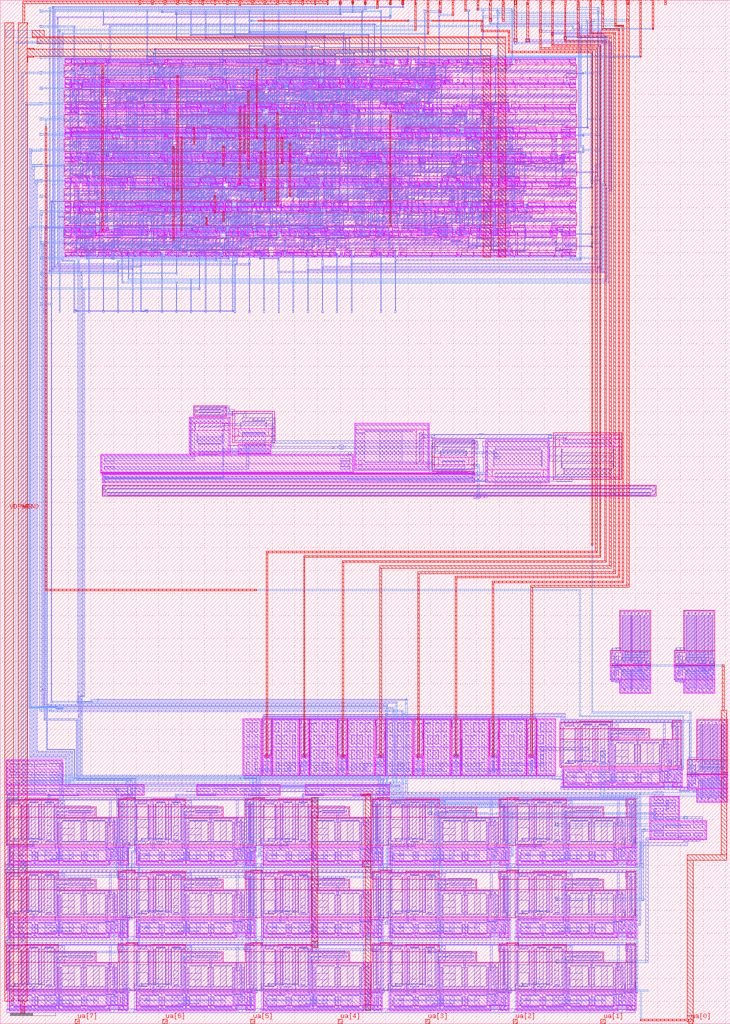
<source format=lef>
VERSION 5.7 ;
  NOWIREEXTENSIONATPIN ON ;
  DIVIDERCHAR "/" ;
  BUSBITCHARS "[]" ;
MACRO tt_um_adc_dac_tern_alu
  CLASS BLOCK ;
  FOREIGN tt_um_adc_dac_tern_alu ;
  ORIGIN 0.000 0.000 ;
  SIZE 161.000 BY 225.760 ;
  PIN clk
    DIRECTION INPUT ;
    USE SIGNAL ;
    ANTENNAGATEAREA 0.852000 ;
    PORT
      LAYER met4 ;
        RECT 143.830 224.760 144.130 225.760 ;
    END
  END clk
  PIN ena
    DIRECTION INPUT ;
    USE SIGNAL ;
    PORT
      LAYER met4 ;
        RECT 146.590 224.760 146.890 225.760 ;
    END
  END ena
  PIN rst_n
    DIRECTION INPUT ;
    USE SIGNAL ;
    ANTENNAGATEAREA 0.126000 ;
    PORT
      LAYER met4 ;
        RECT 141.070 224.760 141.370 225.760 ;
    END
  END rst_n
  PIN ua[0]
    DIRECTION INOUT ;
    USE SIGNAL ;
    ANTENNAGATEAREA 434.975494 ;
    ANTENNADIFFAREA 911.112549 ;
    PORT
      LAYER met4 ;
        RECT 151.810 0.000 152.710 1.000 ;
    END
  END ua[0]
  PIN ua[1]
    DIRECTION INOUT ;
    USE SIGNAL ;
    PORT
      LAYER met4 ;
        RECT 132.490 0.000 133.390 1.000 ;
    END
  END ua[1]
  PIN ua[2]
    DIRECTION INOUT ;
    USE SIGNAL ;
    PORT
      LAYER met4 ;
        RECT 113.170 0.000 114.070 1.000 ;
    END
  END ua[2]
  PIN ua[3]
    DIRECTION INOUT ;
    USE SIGNAL ;
    PORT
      LAYER met4 ;
        RECT 93.850 0.000 94.750 1.000 ;
    END
  END ua[3]
  PIN ua[4]
    DIRECTION INOUT ;
    USE SIGNAL ;
    PORT
      LAYER met4 ;
        RECT 74.530 0.000 75.430 1.000 ;
    END
  END ua[4]
  PIN ua[5]
    DIRECTION INOUT ;
    USE SIGNAL ;
    PORT
      LAYER met4 ;
        RECT 55.210 0.000 56.110 1.000 ;
    END
  END ua[5]
  PIN ua[6]
    DIRECTION INOUT ;
    USE SIGNAL ;
    PORT
      LAYER met4 ;
        RECT 35.890 0.000 36.790 1.000 ;
    END
  END ua[6]
  PIN ua[7]
    DIRECTION INOUT ;
    USE SIGNAL ;
    PORT
      LAYER met4 ;
        RECT 16.570 0.000 17.470 1.000 ;
    END
  END ua[7]
  PIN ui_in[0]
    DIRECTION INPUT ;
    USE SIGNAL ;
    ANTENNAGATEAREA 1.326000 ;
    PORT
      LAYER met4 ;
        RECT 138.310 224.760 138.610 225.760 ;
    END
  END ui_in[0]
  PIN ui_in[1]
    DIRECTION INPUT ;
    USE SIGNAL ;
    ANTENNAGATEAREA 1.413000 ;
    PORT
      LAYER met4 ;
        RECT 135.550 224.760 135.850 225.760 ;
    END
  END ui_in[1]
  PIN ui_in[2]
    DIRECTION INPUT ;
    USE SIGNAL ;
    ANTENNAGATEAREA 1.396500 ;
    PORT
      LAYER met4 ;
        RECT 132.790 224.760 133.090 225.760 ;
    END
  END ui_in[2]
  PIN ui_in[3]
    DIRECTION INPUT ;
    USE SIGNAL ;
    ANTENNAGATEAREA 1.359000 ;
    PORT
      LAYER met4 ;
        RECT 130.030 224.760 130.330 225.760 ;
    END
  END ui_in[3]
  PIN ui_in[4]
    DIRECTION INPUT ;
    USE SIGNAL ;
    ANTENNAGATEAREA 1.396500 ;
    PORT
      LAYER met4 ;
        RECT 127.270 224.760 127.570 225.760 ;
    END
  END ui_in[4]
  PIN ui_in[5]
    DIRECTION INPUT ;
    USE SIGNAL ;
    ANTENNAGATEAREA 1.396500 ;
    PORT
      LAYER met4 ;
        RECT 124.510 224.760 124.810 225.760 ;
    END
  END ui_in[5]
  PIN ui_in[6]
    DIRECTION INPUT ;
    USE SIGNAL ;
    ANTENNAGATEAREA 1.326000 ;
    PORT
      LAYER met4 ;
        RECT 121.750 224.760 122.050 225.760 ;
    END
  END ui_in[6]
  PIN ui_in[7]
    DIRECTION INPUT ;
    USE SIGNAL ;
    ANTENNAGATEAREA 1.396500 ;
    PORT
      LAYER met4 ;
        RECT 118.990 224.760 119.290 225.760 ;
    END
  END ui_in[7]
  PIN uio_in[0]
    DIRECTION INPUT ;
    USE SIGNAL ;
    ANTENNAGATEAREA 0.196500 ;
    PORT
      LAYER met4 ;
        RECT 116.230 224.760 116.530 225.760 ;
    END
  END uio_in[0]
  PIN uio_in[1]
    DIRECTION INPUT ;
    USE SIGNAL ;
    ANTENNAGATEAREA 0.196500 ;
    PORT
      LAYER met4 ;
        RECT 113.470 224.760 113.770 225.760 ;
    END
  END uio_in[1]
  PIN uio_in[2]
    DIRECTION INPUT ;
    USE SIGNAL ;
    ANTENNAGATEAREA 0.213000 ;
    PORT
      LAYER met4 ;
        RECT 110.710 224.760 111.010 225.760 ;
    END
  END uio_in[2]
  PIN uio_in[3]
    DIRECTION INPUT ;
    USE SIGNAL ;
    ANTENNAGATEAREA 0.196500 ;
    PORT
      LAYER met4 ;
        RECT 107.950 224.760 108.250 225.760 ;
    END
  END uio_in[3]
  PIN uio_in[4]
    DIRECTION INPUT ;
    USE SIGNAL ;
    ANTENNAGATEAREA 0.196500 ;
    PORT
      LAYER met4 ;
        RECT 105.190 224.760 105.490 225.760 ;
    END
  END uio_in[4]
  PIN uio_in[5]
    DIRECTION INPUT ;
    USE SIGNAL ;
    ANTENNAGATEAREA 0.196500 ;
    PORT
      LAYER met4 ;
        RECT 102.430 224.760 102.730 225.760 ;
    END
  END uio_in[5]
  PIN uio_in[6]
    DIRECTION INPUT ;
    USE SIGNAL ;
    ANTENNAGATEAREA 0.213000 ;
    PORT
      LAYER met4 ;
        RECT 99.670 224.760 99.970 225.760 ;
    END
  END uio_in[6]
  PIN uio_in[7]
    DIRECTION INPUT ;
    USE SIGNAL ;
    ANTENNAGATEAREA 0.196500 ;
    PORT
      LAYER met4 ;
        RECT 96.910 224.760 97.210 225.760 ;
    END
  END uio_in[7]
  PIN uio_oe[0]
    DIRECTION OUTPUT ;
    USE SIGNAL ;
    ANTENNAGATEAREA 517.803162 ;
    ANTENNADIFFAREA 511.852539 ;
    PORT
      LAYER met4 ;
        RECT 49.990 224.760 50.290 225.760 ;
    END
  END uio_oe[0]
  PIN uio_oe[1]
    DIRECTION OUTPUT ;
    USE SIGNAL ;
    ANTENNAGATEAREA 517.803162 ;
    ANTENNADIFFAREA 511.852539 ;
    PORT
      LAYER met4 ;
        RECT 47.230 224.760 47.530 225.760 ;
    END
  END uio_oe[1]
  PIN uio_oe[2]
    DIRECTION OUTPUT ;
    USE SIGNAL ;
    ANTENNAGATEAREA 517.803162 ;
    ANTENNADIFFAREA 511.852539 ;
    PORT
      LAYER met4 ;
        RECT 44.470 224.760 44.770 225.760 ;
    END
  END uio_oe[2]
  PIN uio_oe[3]
    DIRECTION OUTPUT ;
    USE SIGNAL ;
    ANTENNAGATEAREA 517.803162 ;
    ANTENNADIFFAREA 511.852539 ;
    PORT
      LAYER met4 ;
        RECT 41.710 224.760 42.010 225.760 ;
    END
  END uio_oe[3]
  PIN uio_oe[4]
    DIRECTION OUTPUT ;
    USE SIGNAL ;
    ANTENNAGATEAREA 517.803162 ;
    ANTENNADIFFAREA 511.852539 ;
    PORT
      LAYER met4 ;
        RECT 38.950 224.760 39.250 225.760 ;
    END
  END uio_oe[4]
  PIN uio_oe[5]
    DIRECTION OUTPUT ;
    USE SIGNAL ;
    ANTENNAGATEAREA 517.803162 ;
    ANTENNADIFFAREA 511.852539 ;
    PORT
      LAYER met4 ;
        RECT 36.190 224.760 36.490 225.760 ;
    END
  END uio_oe[5]
  PIN uio_oe[6]
    DIRECTION OUTPUT ;
    USE SIGNAL ;
    ANTENNAGATEAREA 517.803162 ;
    ANTENNADIFFAREA 511.852539 ;
    PORT
      LAYER met4 ;
        RECT 33.430 224.760 33.730 225.760 ;
    END
  END uio_oe[6]
  PIN uio_oe[7]
    DIRECTION OUTPUT ;
    USE SIGNAL ;
    ANTENNAGATEAREA 517.803162 ;
    ANTENNADIFFAREA 511.852539 ;
    PORT
      LAYER met4 ;
        RECT 30.670 224.760 30.970 225.760 ;
    END
  END uio_oe[7]
  PIN uio_out[0]
    DIRECTION OUTPUT ;
    USE SIGNAL ;
    PORT
      LAYER met4 ;
        RECT 72.070 224.760 72.370 225.760 ;
    END
  END uio_out[0]
  PIN uio_out[1]
    DIRECTION OUTPUT ;
    USE SIGNAL ;
    PORT
      LAYER met4 ;
        RECT 69.310 224.760 69.610 225.760 ;
    END
  END uio_out[1]
  PIN uio_out[2]
    DIRECTION OUTPUT ;
    USE SIGNAL ;
    PORT
      LAYER met4 ;
        RECT 66.550 224.760 66.850 225.760 ;
    END
  END uio_out[2]
  PIN uio_out[3]
    DIRECTION OUTPUT ;
    USE SIGNAL ;
    PORT
      LAYER met4 ;
        RECT 63.790 224.760 64.090 225.760 ;
    END
  END uio_out[3]
  PIN uio_out[4]
    DIRECTION OUTPUT ;
    USE SIGNAL ;
    PORT
      LAYER met4 ;
        RECT 61.030 224.760 61.330 225.760 ;
    END
  END uio_out[4]
  PIN uio_out[5]
    DIRECTION OUTPUT ;
    USE SIGNAL ;
    PORT
      LAYER met4 ;
        RECT 58.270 224.760 58.570 225.760 ;
    END
  END uio_out[5]
  PIN uio_out[6]
    DIRECTION OUTPUT ;
    USE SIGNAL ;
    PORT
      LAYER met4 ;
        RECT 55.510 224.760 55.810 225.760 ;
    END
  END uio_out[6]
  PIN uio_out[7]
    DIRECTION OUTPUT ;
    USE SIGNAL ;
    PORT
      LAYER met4 ;
        RECT 52.750 224.760 53.050 225.760 ;
    END
  END uio_out[7]
  PIN uo_out[0]
    DIRECTION OUTPUT ;
    USE SIGNAL ;
    ANTENNADIFFAREA 0.340600 ;
    PORT
      LAYER met4 ;
        RECT 94.150 224.760 94.450 225.760 ;
    END
  END uo_out[0]
  PIN uo_out[1]
    DIRECTION OUTPUT ;
    USE SIGNAL ;
    ANTENNADIFFAREA 0.340600 ;
    PORT
      LAYER met4 ;
        RECT 91.390 224.760 91.690 225.760 ;
    END
  END uo_out[1]
  PIN uo_out[2]
    DIRECTION OUTPUT ;
    USE SIGNAL ;
    ANTENNADIFFAREA 1.782000 ;
    PORT
      LAYER met4 ;
        RECT 88.630 224.760 88.930 225.760 ;
    END
  END uo_out[2]
  PIN uo_out[3]
    DIRECTION OUTPUT ;
    USE SIGNAL ;
    ANTENNADIFFAREA 0.340600 ;
    PORT
      LAYER met4 ;
        RECT 85.870 224.760 86.170 225.760 ;
    END
  END uo_out[3]
  PIN uo_out[4]
    DIRECTION OUTPUT ;
    USE SIGNAL ;
    ANTENNADIFFAREA 0.340600 ;
    PORT
      LAYER met4 ;
        RECT 83.110 224.760 83.410 225.760 ;
    END
  END uo_out[4]
  PIN uo_out[5]
    DIRECTION OUTPUT ;
    USE SIGNAL ;
    ANTENNADIFFAREA 0.340600 ;
    PORT
      LAYER met4 ;
        RECT 80.350 224.760 80.650 225.760 ;
    END
  END uo_out[5]
  PIN uo_out[6]
    DIRECTION OUTPUT ;
    USE SIGNAL ;
    ANTENNADIFFAREA 0.891000 ;
    PORT
      LAYER met4 ;
        RECT 77.590 224.760 77.890 225.760 ;
    END
  END uo_out[6]
  PIN uo_out[7]
    DIRECTION OUTPUT ;
    USE SIGNAL ;
    ANTENNADIFFAREA 0.340600 ;
    PORT
      LAYER met4 ;
        RECT 74.830 224.760 75.130 225.760 ;
    END
  END uo_out[7]
  PIN VDPWR
    DIRECTION INOUT ;
    USE POWER ;
    PORT
      LAYER met4 ;
        RECT 1.000 5.000 3.000 220.760 ;
    END
  END VDPWR
  PIN VGND
    DIRECTION INOUT ;
    USE GROUND ;
    PORT
      LAYER met4 ;
        RECT 4.000 5.000 6.000 220.760 ;
    END
  END VGND
  OBS
      LAYER pwell ;
        RECT 14.405 212.675 14.575 212.865 ;
        RECT 15.785 212.675 15.955 212.865 ;
        RECT 23.170 212.695 23.340 212.865 ;
        RECT 23.170 212.675 23.280 212.695 ;
        RECT 24.065 212.675 24.235 212.865 ;
        RECT 33.270 212.695 33.440 212.865 ;
        RECT 33.295 212.675 33.440 212.695 ;
        RECT 36.950 212.675 37.120 212.865 ;
        RECT 40.165 212.675 40.335 212.865 ;
        RECT 49.825 212.675 49.995 212.865 ;
        RECT 59.030 212.675 59.200 212.865 ;
        RECT 62.705 212.675 62.875 212.865 ;
        RECT 65.470 212.675 65.640 212.865 ;
        RECT 67.765 212.675 67.935 212.865 ;
        RECT 69.660 212.725 69.780 212.835 ;
        RECT 70.070 212.675 70.240 212.865 ;
        RECT 72.355 212.675 72.525 212.865 ;
        RECT 73.735 212.675 73.905 212.865 ;
        RECT 74.665 212.720 74.825 212.830 ;
        RECT 76.495 212.675 76.665 212.865 ;
        RECT 77.875 212.675 78.045 212.865 ;
        RECT 78.350 212.675 78.520 212.865 ;
        RECT 82.015 212.675 82.185 212.865 ;
        RECT 82.485 212.695 82.655 212.865 ;
        RECT 84.775 212.675 84.945 212.865 ;
        RECT 86.625 212.675 86.795 212.865 ;
        RECT 87.545 212.720 87.705 212.830 ;
        RECT 89.375 212.675 89.545 212.865 ;
        RECT 89.845 212.715 90.015 212.865 ;
        RECT 91.225 212.720 91.385 212.830 ;
        RECT 14.265 211.865 15.635 212.675 ;
        RECT 15.725 211.765 18.725 212.675 ;
        RECT 18.865 211.995 23.280 212.675 ;
        RECT 18.865 211.765 22.795 211.995 ;
        RECT 23.475 211.805 23.905 212.590 ;
        RECT 23.925 211.995 33.030 212.675 ;
        RECT 33.295 211.765 36.335 212.675 ;
        RECT 36.355 211.805 36.785 212.590 ;
        RECT 36.950 212.445 40.005 212.675 ;
        RECT 36.805 211.765 40.005 212.445 ;
        RECT 40.025 211.995 49.130 212.675 ;
        RECT 49.235 211.805 49.665 212.590 ;
        RECT 49.685 211.995 58.790 212.675 ;
        RECT 59.030 212.445 62.085 212.675 ;
        RECT 58.885 211.765 62.085 212.445 ;
        RECT 62.115 211.805 62.545 212.590 ;
        RECT 62.565 211.995 65.305 212.675 ;
        RECT 65.325 211.765 67.535 212.675 ;
        RECT 67.625 211.995 69.455 212.675 ;
        RECT 68.110 211.765 69.455 211.995 ;
        RECT 69.925 211.765 71.275 212.675 ;
        RECT 71.305 211.895 72.675 212.675 ;
        RECT 72.685 211.895 74.055 212.675 ;
        RECT 74.995 211.805 75.425 212.590 ;
        RECT 75.445 211.895 76.815 212.675 ;
        RECT 76.825 211.895 78.195 212.675 ;
        RECT 78.205 211.765 80.815 212.675 ;
        RECT 80.965 211.895 82.335 212.675 ;
        RECT 83.725 211.895 85.095 212.675 ;
        RECT 85.105 211.995 86.935 212.675 ;
        RECT 85.105 211.765 86.450 211.995 ;
        RECT 87.875 211.805 88.305 212.590 ;
        RECT 88.325 211.895 89.695 212.675 ;
        RECT 89.725 211.765 90.615 212.715 ;
        RECT 92.595 212.675 92.765 212.865 ;
        RECT 94.445 212.675 94.615 212.865 ;
        RECT 91.545 211.895 92.915 212.675 ;
        RECT 92.925 211.995 94.755 212.675 ;
        RECT 94.765 212.445 97.475 212.675 ;
        RECT 98.585 212.445 98.755 212.865 ;
        RECT 100.425 212.675 100.595 212.865 ;
        RECT 101.400 212.725 101.520 212.835 ;
        RECT 102.715 212.675 102.885 212.865 ;
        RECT 104.105 212.675 104.275 212.865 ;
        RECT 105.945 212.675 106.115 212.865 ;
        RECT 107.785 212.675 107.955 212.865 ;
        RECT 109.165 212.675 109.335 212.865 ;
        RECT 111.005 212.675 111.175 212.865 ;
        RECT 112.375 212.675 112.545 212.865 ;
        RECT 113.305 212.720 113.465 212.830 ;
        RECT 114.280 212.725 114.400 212.835 ;
        RECT 119.745 212.675 119.915 212.865 ;
        RECT 125.265 212.675 125.435 212.865 ;
        RECT 126.645 212.675 126.815 212.865 ;
        RECT 94.765 211.995 98.860 212.445 ;
        RECT 94.765 211.765 95.715 211.995 ;
        RECT 97.485 211.765 98.860 211.995 ;
        RECT 98.905 211.865 100.735 212.675 ;
        RECT 100.755 211.805 101.185 212.590 ;
        RECT 101.665 211.895 103.035 212.675 ;
        RECT 103.045 211.865 104.415 212.675 ;
        RECT 104.425 211.995 106.255 212.675 ;
        RECT 104.425 211.765 105.770 211.995 ;
        RECT 106.265 211.865 108.095 212.675 ;
        RECT 108.105 211.895 109.475 212.675 ;
        RECT 109.485 211.865 111.315 212.675 ;
        RECT 111.325 211.895 112.695 212.675 ;
        RECT 113.635 211.805 114.065 212.590 ;
        RECT 114.545 211.865 120.055 212.675 ;
        RECT 120.065 211.865 125.575 212.675 ;
        RECT 125.585 211.865 126.955 212.675 ;
      LAYER nwell ;
        RECT 14.070 208.645 127.150 211.475 ;
      LAYER pwell ;
        RECT 14.265 207.445 15.635 208.255 ;
        RECT 16.185 207.445 19.635 208.355 ;
        RECT 20.245 207.445 23.455 208.355 ;
        RECT 23.475 207.530 23.905 208.315 ;
        RECT 33.125 208.155 34.535 208.355 ;
        RECT 24.010 207.445 33.115 208.125 ;
        RECT 33.125 207.475 35.860 208.155 ;
        RECT 33.125 207.445 34.520 207.475 ;
        RECT 14.405 207.235 14.575 207.445 ;
        RECT 15.840 207.285 15.960 207.395 ;
        RECT 16.245 207.255 16.415 207.445 ;
        RECT 17.620 207.235 17.790 207.425 ;
        RECT 19.980 207.285 20.100 207.395 ;
        RECT 23.145 207.255 23.315 207.445 ;
        RECT 26.825 207.235 26.995 207.425 ;
        RECT 32.805 207.255 32.975 207.445 ;
        RECT 35.565 207.255 35.735 207.475 ;
        RECT 35.885 207.445 44.990 208.125 ;
        RECT 45.625 207.445 49.210 208.355 ;
        RECT 49.235 207.530 49.665 208.315 ;
        RECT 58.885 208.125 60.230 208.355 ;
        RECT 49.685 207.445 58.790 208.125 ;
        RECT 58.885 207.445 60.715 208.125 ;
        RECT 60.990 207.445 63.925 208.355 ;
        RECT 65.095 208.265 66.685 208.355 ;
        RECT 64.115 207.445 66.685 208.265 ;
        RECT 68.040 208.155 68.995 208.355 ;
        RECT 66.715 207.475 68.995 208.155 ;
        RECT 36.025 207.235 36.195 207.445 ;
        RECT 37.000 207.285 37.120 207.395 ;
        RECT 37.405 207.235 37.575 207.425 ;
        RECT 45.280 207.285 45.400 207.395 ;
        RECT 48.900 207.255 49.070 207.445 ;
        RECT 49.825 207.425 49.995 207.445 ;
        RECT 49.820 207.255 49.995 207.425 ;
        RECT 50.340 207.285 50.460 207.395 ;
        RECT 49.820 207.235 49.990 207.255 ;
        RECT 54.880 207.235 55.050 207.425 ;
        RECT 58.100 207.235 58.270 207.425 ;
        RECT 58.620 207.285 58.740 207.395 ;
        RECT 59.025 207.255 59.195 207.425 ;
        RECT 60.405 207.255 60.575 207.445 ;
        RECT 60.990 207.425 61.035 207.445 ;
        RECT 64.115 207.425 64.255 207.445 ;
        RECT 60.865 207.255 61.035 207.425 ;
        RECT 63.165 207.280 63.325 207.390 ;
        RECT 14.265 206.425 15.635 207.235 ;
        RECT 15.725 206.325 17.935 207.235 ;
        RECT 18.030 206.555 27.135 207.235 ;
        RECT 27.230 206.555 36.335 207.235 ;
        RECT 36.355 206.365 36.785 207.150 ;
        RECT 37.265 206.555 46.370 207.235 ;
        RECT 46.480 206.325 50.135 207.235 ;
        RECT 50.605 206.555 55.195 207.235 ;
        RECT 55.215 207.005 58.270 207.235 ;
        RECT 59.150 207.235 59.195 207.255 ;
        RECT 63.625 207.235 63.795 207.425 ;
        RECT 64.085 207.255 64.255 207.425 ;
        RECT 66.840 207.425 67.010 207.475 ;
        RECT 68.040 207.445 68.995 207.475 ;
        RECT 69.015 207.445 70.365 208.355 ;
        RECT 71.385 207.445 74.835 208.355 ;
        RECT 74.995 207.530 75.425 208.315 ;
        RECT 75.445 207.445 76.795 208.355 ;
        RECT 76.825 207.445 78.195 208.225 ;
        RECT 78.215 207.445 79.565 208.355 ;
        RECT 79.585 207.445 80.955 208.225 ;
        RECT 81.910 208.125 85.520 208.355 ;
        RECT 81.425 207.445 85.520 208.125 ;
        RECT 85.570 208.125 86.950 208.355 ;
        RECT 88.740 208.125 90.115 208.355 ;
        RECT 90.650 208.125 91.995 208.355 ;
        RECT 92.490 208.125 93.835 208.355 ;
        RECT 85.570 207.675 90.115 208.125 ;
        RECT 85.570 207.445 88.730 207.675 ;
        RECT 66.840 207.255 67.015 207.425 ;
        RECT 69.145 207.255 69.315 207.445 ;
        RECT 70.985 207.290 71.145 207.400 ;
        RECT 71.445 207.255 71.615 207.445 ;
        RECT 66.845 207.235 67.015 207.255 ;
        RECT 53.370 206.325 54.710 206.555 ;
        RECT 55.215 206.325 58.415 207.005 ;
        RECT 59.150 206.325 62.085 207.235 ;
        RECT 62.115 206.365 62.545 207.150 ;
        RECT 63.565 206.325 66.565 207.235 ;
        RECT 66.785 206.325 70.235 207.235 ;
        RECT 70.385 207.205 71.340 207.235 ;
        RECT 72.370 207.205 72.540 207.425 ;
        RECT 74.665 207.235 74.835 207.425 ;
        RECT 75.125 207.235 75.295 207.425 ;
        RECT 75.590 207.255 75.760 207.445 ;
        RECT 77.875 207.255 78.045 207.445 ;
        RECT 78.345 207.255 78.515 207.445 ;
        RECT 80.185 207.235 80.355 207.425 ;
        RECT 80.635 207.255 80.805 207.445 ;
        RECT 81.570 207.425 81.740 207.445 ;
        RECT 81.160 207.285 81.280 207.395 ;
        RECT 81.565 207.255 81.740 207.425 ;
        RECT 81.565 207.235 81.735 207.255 ;
        RECT 82.025 207.235 82.195 207.425 ;
        RECT 84.785 207.235 84.955 207.425 ;
        RECT 88.465 207.235 88.635 207.425 ;
        RECT 89.840 207.255 90.010 207.675 ;
        RECT 90.165 207.445 91.995 208.125 ;
        RECT 92.005 207.445 93.835 208.125 ;
        RECT 93.880 208.125 97.490 208.355 ;
        RECT 98.470 208.125 99.815 208.355 ;
        RECT 93.880 207.445 97.975 208.125 ;
        RECT 97.985 207.445 99.815 208.125 ;
        RECT 100.755 207.530 101.185 208.315 ;
        RECT 102.125 207.445 107.635 208.255 ;
        RECT 107.645 207.445 113.155 208.255 ;
        RECT 113.165 207.445 118.675 208.255 ;
        RECT 118.685 207.445 124.195 208.255 ;
        RECT 125.585 207.445 126.955 208.255 ;
        RECT 90.305 207.255 90.475 207.445 ;
        RECT 92.145 207.255 92.315 207.445 ;
        RECT 92.605 207.235 92.775 207.425 ;
        RECT 95.365 207.235 95.535 207.425 ;
        RECT 97.660 207.255 97.830 207.445 ;
        RECT 98.125 207.255 98.295 207.445 ;
        RECT 100.425 207.290 100.585 207.400 ;
        RECT 101.805 207.290 101.965 207.400 ;
        RECT 102.265 207.235 102.435 207.425 ;
        RECT 107.325 207.255 107.495 207.445 ;
        RECT 107.785 207.235 107.955 207.425 ;
        RECT 112.845 207.255 113.015 207.445 ;
        RECT 113.305 207.235 113.475 207.425 ;
        RECT 114.280 207.285 114.400 207.395 ;
        RECT 118.365 207.255 118.535 207.445 ;
        RECT 119.745 207.235 119.915 207.425 ;
        RECT 123.885 207.255 124.055 207.445 ;
        RECT 124.345 207.255 124.515 207.425 ;
        RECT 125.265 207.235 125.435 207.425 ;
        RECT 126.645 207.235 126.815 207.445 ;
        RECT 70.385 206.525 72.665 207.205 ;
        RECT 72.685 206.555 74.975 207.235 ;
        RECT 70.385 206.325 71.340 206.525 ;
        RECT 72.685 206.325 73.605 206.555 ;
        RECT 74.985 206.325 78.195 207.235 ;
        RECT 78.205 206.555 80.495 207.235 ;
        RECT 78.205 206.325 79.125 206.555 ;
        RECT 80.515 206.325 81.865 207.235 ;
        RECT 81.895 206.325 84.625 207.235 ;
        RECT 84.645 206.325 87.855 207.235 ;
        RECT 87.875 206.365 88.305 207.150 ;
        RECT 88.325 206.325 91.535 207.235 ;
        RECT 92.475 206.325 95.205 207.235 ;
        RECT 95.240 206.325 97.055 207.235 ;
        RECT 97.065 206.425 102.575 207.235 ;
        RECT 102.585 206.425 108.095 207.235 ;
        RECT 108.105 206.425 113.615 207.235 ;
        RECT 113.635 206.365 114.065 207.150 ;
        RECT 114.545 206.425 120.055 207.235 ;
        RECT 120.065 206.425 125.575 207.235 ;
        RECT 125.585 206.425 126.955 207.235 ;
      LAYER nwell ;
        RECT 14.070 203.205 127.150 206.035 ;
      LAYER pwell ;
        RECT 14.265 202.005 15.635 202.815 ;
        RECT 15.655 202.005 17.005 202.915 ;
        RECT 17.225 202.005 22.535 202.915 ;
        RECT 23.475 202.090 23.905 202.875 ;
        RECT 23.930 202.005 27.595 202.915 ;
        RECT 27.605 202.005 31.735 202.915 ;
        RECT 31.830 202.005 40.935 202.685 ;
        RECT 40.955 202.235 44.155 202.915 ;
        RECT 40.955 202.005 44.010 202.235 ;
        RECT 44.260 202.005 49.215 202.915 ;
        RECT 49.235 202.090 49.665 202.875 ;
        RECT 49.685 202.005 53.815 202.915 ;
        RECT 55.645 202.685 56.575 202.915 ;
        RECT 53.825 202.005 56.575 202.685 ;
        RECT 56.595 202.235 59.795 202.915 ;
        RECT 59.805 202.685 60.735 202.915 ;
        RECT 56.595 202.005 59.650 202.235 ;
        RECT 59.805 202.005 62.555 202.685 ;
        RECT 62.565 202.005 63.935 202.815 ;
        RECT 63.945 202.005 67.155 202.915 ;
        RECT 67.180 202.005 68.995 202.915 ;
        RECT 69.005 202.005 70.375 202.815 ;
        RECT 70.385 202.685 71.305 202.915 ;
        RECT 72.685 202.685 73.605 202.915 ;
        RECT 70.385 202.005 72.675 202.685 ;
        RECT 72.685 202.005 74.975 202.685 ;
        RECT 74.995 202.090 75.425 202.875 ;
        RECT 75.445 202.715 76.390 202.915 ;
        RECT 75.445 202.035 78.195 202.715 ;
        RECT 75.445 202.005 76.390 202.035 ;
        RECT 14.405 201.795 14.575 202.005 ;
        RECT 16.705 201.815 16.875 202.005 ;
        RECT 17.165 201.795 17.335 201.985 ;
        RECT 17.680 201.845 17.800 201.955 ;
        RECT 18.085 201.795 18.255 201.985 ;
        RECT 22.225 201.815 22.395 202.005 ;
        RECT 23.145 201.850 23.305 201.960 ;
        RECT 27.280 201.815 27.450 202.005 ;
        RECT 31.420 201.815 31.590 202.005 ;
        RECT 36.025 201.795 36.195 201.985 ;
        RECT 36.945 201.795 37.115 201.985 ;
        RECT 40.625 201.815 40.795 202.005 ;
        RECT 43.840 201.815 44.010 202.005 ;
        RECT 48.900 201.815 49.070 202.005 ;
        RECT 49.365 201.815 49.535 201.985 ;
        RECT 49.335 201.795 49.535 201.815 ;
        RECT 52.580 201.795 52.750 201.985 ;
        RECT 53.045 201.795 53.215 201.985 ;
        RECT 53.500 201.815 53.670 202.005 ;
        RECT 53.965 201.815 54.135 202.005 ;
        RECT 55.810 201.795 55.980 201.985 ;
        RECT 58.565 201.840 58.725 201.950 ;
        RECT 59.480 201.815 59.650 202.005 ;
        RECT 60.860 201.795 61.030 201.985 ;
        RECT 61.785 201.840 61.945 201.950 ;
        RECT 62.245 201.815 62.415 202.005 ;
        RECT 63.625 201.795 63.795 202.005 ;
        RECT 64.085 201.835 64.255 201.985 ;
        RECT 14.265 200.985 15.635 201.795 ;
        RECT 15.645 201.115 17.475 201.795 ;
        RECT 17.945 201.115 27.050 201.795 ;
        RECT 27.230 201.115 36.335 201.795 ;
        RECT 15.645 200.885 16.990 201.115 ;
        RECT 36.355 200.925 36.785 201.710 ;
        RECT 36.805 201.115 45.910 201.795 ;
        RECT 46.005 201.115 49.535 201.795 ;
        RECT 46.005 200.885 48.830 201.115 ;
        RECT 49.685 200.885 52.895 201.795 ;
        RECT 52.905 201.115 55.645 201.795 ;
        RECT 55.665 200.885 57.875 201.795 ;
        RECT 59.340 201.565 61.030 201.795 ;
        RECT 59.340 200.885 61.175 201.565 ;
        RECT 62.115 200.925 62.545 201.710 ;
        RECT 62.565 201.015 63.935 201.795 ;
        RECT 63.965 200.885 64.855 201.835 ;
        RECT 65.005 201.795 65.175 201.985 ;
        RECT 66.855 201.815 67.025 202.005 ;
        RECT 67.305 201.815 67.475 202.005 ;
        RECT 70.065 201.815 70.235 202.005 ;
        RECT 70.520 201.795 70.690 201.985 ;
        RECT 70.985 201.795 71.155 201.985 ;
        RECT 72.365 201.815 72.535 202.005 ;
        RECT 73.285 201.795 73.455 201.985 ;
        RECT 74.205 201.840 74.365 201.950 ;
        RECT 74.665 201.815 74.835 202.005 ;
        RECT 76.045 201.795 76.215 201.985 ;
        RECT 77.880 201.815 78.050 202.035 ;
        RECT 78.205 202.005 83.715 202.815 ;
        RECT 83.725 202.005 85.075 202.915 ;
        RECT 85.105 202.005 86.920 202.915 ;
        RECT 87.995 202.685 88.925 202.915 ;
        RECT 87.090 202.005 88.925 202.685 ;
        RECT 89.245 202.005 92.915 202.915 ;
        RECT 93.405 202.005 94.755 202.915 ;
        RECT 95.225 202.005 100.735 202.815 ;
        RECT 100.755 202.090 101.185 202.875 ;
        RECT 106.485 202.825 107.435 202.915 ;
        RECT 101.665 202.005 103.495 202.815 ;
        RECT 103.505 202.005 105.335 202.685 ;
        RECT 105.505 202.005 107.435 202.825 ;
        RECT 107.645 202.005 110.395 202.815 ;
        RECT 110.405 202.005 112.235 202.685 ;
        RECT 112.705 202.005 114.535 202.815 ;
        RECT 114.545 202.005 120.055 202.815 ;
        RECT 120.065 202.005 125.575 202.815 ;
        RECT 125.585 202.005 126.955 202.815 ;
        RECT 78.805 201.795 78.975 201.985 ;
        RECT 80.185 201.795 80.355 201.985 ;
        RECT 83.405 201.815 83.575 202.005 ;
        RECT 84.790 201.815 84.960 202.005 ;
        RECT 85.705 201.795 85.875 201.985 ;
        RECT 86.165 201.795 86.335 201.985 ;
        RECT 86.625 201.815 86.795 202.005 ;
        RECT 87.090 201.985 87.255 202.005 ;
        RECT 87.085 201.815 87.255 201.985 ;
        RECT 88.520 201.845 88.640 201.955 ;
        RECT 88.925 201.795 89.095 201.985 ;
        RECT 92.605 201.955 92.775 202.005 ;
        RECT 92.605 201.845 92.780 201.955 ;
        RECT 93.120 201.845 93.240 201.955 ;
        RECT 92.605 201.815 92.775 201.845 ;
        RECT 93.520 201.815 93.690 202.005 ;
        RECT 94.900 201.955 95.070 201.985 ;
        RECT 94.900 201.845 95.080 201.955 ;
        RECT 94.900 201.795 95.070 201.845 ;
        RECT 95.370 201.795 95.540 201.985 ;
        RECT 96.800 201.845 96.920 201.955 ;
        RECT 99.505 201.795 99.675 201.985 ;
        RECT 99.955 201.795 100.125 201.985 ;
        RECT 100.425 201.815 100.595 202.005 ;
        RECT 103.185 201.955 103.355 202.005 ;
        RECT 101.400 201.845 101.520 201.955 ;
        RECT 103.185 201.845 103.360 201.955 ;
        RECT 103.185 201.815 103.355 201.845 ;
        RECT 103.645 201.815 103.815 202.005 ;
        RECT 105.505 201.985 105.655 202.005 ;
        RECT 105.485 201.815 105.655 201.985 ;
        RECT 105.945 201.795 106.115 201.985 ;
        RECT 108.705 201.795 108.875 201.985 ;
        RECT 110.085 201.815 110.255 202.005 ;
        RECT 110.545 201.815 110.715 202.005 ;
        RECT 111.920 201.795 112.090 201.985 ;
        RECT 112.440 201.845 112.560 201.955 ;
        RECT 113.305 201.795 113.475 201.985 ;
        RECT 114.225 201.955 114.395 202.005 ;
        RECT 114.225 201.845 114.400 201.955 ;
        RECT 114.225 201.815 114.395 201.845 ;
        RECT 119.745 201.795 119.915 202.005 ;
        RECT 125.265 201.795 125.435 202.005 ;
        RECT 126.645 201.795 126.815 202.005 ;
        RECT 64.880 200.885 66.695 201.795 ;
        RECT 67.180 200.885 70.835 201.795 ;
        RECT 70.855 200.885 72.205 201.795 ;
        RECT 72.225 201.015 73.595 201.795 ;
        RECT 74.525 200.885 76.340 201.795 ;
        RECT 76.375 200.885 79.105 201.795 ;
        RECT 79.125 200.985 80.495 201.795 ;
        RECT 80.505 200.985 86.015 201.795 ;
        RECT 86.025 201.115 87.855 201.795 ;
        RECT 86.510 200.885 87.855 201.115 ;
        RECT 87.875 200.925 88.305 201.710 ;
        RECT 88.785 200.885 92.455 201.795 ;
        RECT 93.380 201.565 95.070 201.795 ;
        RECT 93.380 200.885 95.215 201.565 ;
        RECT 95.225 200.885 96.575 201.795 ;
        RECT 97.065 200.985 99.815 201.795 ;
        RECT 99.825 200.885 103.035 201.795 ;
        RECT 103.505 200.985 106.255 201.795 ;
        RECT 106.265 201.115 109.015 201.795 ;
        RECT 109.025 201.115 112.235 201.795 ;
        RECT 106.265 200.885 107.195 201.115 ;
        RECT 109.025 200.885 110.390 201.115 ;
        RECT 112.245 200.985 113.615 201.795 ;
        RECT 113.635 200.925 114.065 201.710 ;
        RECT 114.545 200.985 120.055 201.795 ;
        RECT 120.065 200.985 125.575 201.795 ;
        RECT 125.585 200.985 126.955 201.795 ;
      LAYER nwell ;
        RECT 14.070 197.765 127.150 200.595 ;
      LAYER pwell ;
        RECT 14.265 196.565 15.635 197.375 ;
        RECT 15.645 196.795 18.395 197.475 ;
        RECT 15.785 196.565 18.395 196.795 ;
        RECT 18.410 196.795 23.455 197.475 ;
        RECT 18.410 196.565 23.315 196.795 ;
        RECT 23.475 196.650 23.905 197.435 ;
        RECT 25.730 197.275 26.675 197.475 ;
        RECT 23.925 196.595 26.675 197.275 ;
        RECT 14.405 196.355 14.575 196.565 ;
        RECT 15.785 196.375 15.955 196.565 ;
        RECT 23.145 196.375 23.315 196.565 ;
        RECT 24.070 196.375 24.240 196.595 ;
        RECT 25.730 196.565 26.675 196.595 ;
        RECT 26.920 196.565 31.735 197.245 ;
        RECT 31.830 196.565 40.935 197.245 ;
        RECT 40.965 196.565 42.315 197.475 ;
        RECT 42.325 196.565 46.400 197.475 ;
        RECT 47.805 197.275 49.215 197.475 ;
        RECT 46.480 196.595 49.215 197.275 ;
        RECT 49.235 196.650 49.665 197.435 ;
        RECT 24.525 196.355 24.695 196.545 ;
        RECT 24.985 196.355 25.155 196.545 ;
        RECT 26.825 196.400 26.985 196.510 ;
        RECT 31.425 196.375 31.595 196.565 ;
        RECT 36.025 196.355 36.195 196.545 ;
        RECT 37.865 196.355 38.035 196.545 ;
        RECT 40.625 196.375 40.795 196.565 ;
        RECT 41.080 196.375 41.250 196.565 ;
        RECT 45.225 196.355 45.395 196.545 ;
        RECT 46.170 196.510 46.340 196.565 ;
        RECT 46.145 196.400 46.340 196.510 ;
        RECT 46.170 196.375 46.340 196.400 ;
        RECT 46.605 196.375 46.775 196.595 ;
        RECT 47.820 196.565 49.215 196.595 ;
        RECT 49.685 196.565 51.055 197.345 ;
        RECT 51.065 196.565 54.275 197.475 ;
        RECT 54.295 196.565 55.645 197.475 ;
        RECT 55.665 196.565 58.875 197.475 ;
        RECT 49.825 196.545 49.995 196.565 ;
        RECT 49.820 196.375 49.995 196.545 ;
        RECT 49.820 196.355 49.990 196.375 ;
        RECT 50.285 196.355 50.455 196.545 ;
        RECT 51.205 196.375 51.375 196.565 ;
        RECT 52.180 196.405 52.300 196.515 ;
        RECT 54.425 196.375 54.595 196.565 ;
        RECT 55.805 196.545 55.975 196.565 ;
        RECT 55.800 196.375 55.975 196.545 ;
        RECT 55.800 196.355 55.970 196.375 ;
        RECT 56.265 196.355 56.435 196.545 ;
        RECT 58.885 196.525 59.775 197.475 ;
        RECT 60.290 197.245 61.635 197.475 ;
        RECT 59.805 196.565 61.635 197.245 ;
        RECT 61.645 196.565 63.015 197.345 ;
        RECT 63.025 196.565 64.395 197.345 ;
        RECT 64.405 196.565 65.775 197.345 ;
        RECT 66.245 196.565 67.615 197.345 ;
        RECT 67.625 196.565 69.455 197.245 ;
        RECT 70.585 196.565 74.975 197.475 ;
        RECT 74.995 196.650 75.425 197.435 ;
        RECT 75.445 196.565 77.275 197.245 ;
        RECT 78.205 196.565 83.715 197.375 ;
        RECT 83.725 196.565 89.235 197.375 ;
        RECT 89.265 196.565 90.615 197.475 ;
        RECT 92.470 197.245 93.835 197.475 ;
        RECT 90.625 196.565 93.835 197.245 ;
        RECT 93.845 196.565 97.055 197.475 ;
        RECT 97.065 196.565 100.735 197.475 ;
        RECT 100.755 196.650 101.185 197.435 ;
        RECT 102.450 196.565 106.105 197.475 ;
        RECT 107.185 196.565 110.395 197.475 ;
        RECT 110.415 196.565 113.145 197.475 ;
        RECT 113.165 196.565 114.535 197.375 ;
        RECT 114.545 196.565 118.215 197.375 ;
        RECT 118.225 196.565 123.735 197.375 ;
        RECT 123.745 196.565 125.575 197.245 ;
        RECT 125.585 196.565 126.955 197.375 ;
        RECT 59.485 196.375 59.660 196.525 ;
        RECT 59.945 196.375 60.115 196.565 ;
        RECT 62.705 196.375 62.875 196.565 ;
        RECT 64.075 196.375 64.245 196.565 ;
        RECT 59.490 196.355 59.660 196.375 ;
        RECT 14.265 195.545 15.635 196.355 ;
        RECT 15.730 195.675 24.835 196.355 ;
        RECT 24.855 195.445 26.205 196.355 ;
        RECT 27.230 195.675 36.335 196.355 ;
        RECT 36.355 195.485 36.785 196.270 ;
        RECT 36.815 195.445 38.165 196.355 ;
        RECT 38.625 195.445 45.535 196.355 ;
        RECT 46.660 195.445 50.135 196.355 ;
        RECT 50.160 195.445 51.975 196.355 ;
        RECT 52.530 195.675 56.115 196.355 ;
        RECT 55.195 195.445 56.115 195.675 ;
        RECT 56.125 195.445 59.335 196.355 ;
        RECT 59.345 195.445 62.095 196.355 ;
        RECT 62.565 196.325 63.510 196.355 ;
        RECT 65.000 196.325 65.170 196.545 ;
        RECT 65.455 196.515 65.625 196.565 ;
        RECT 65.925 196.515 66.095 196.545 ;
        RECT 65.455 196.405 65.640 196.515 ;
        RECT 65.925 196.405 66.100 196.515 ;
        RECT 65.455 196.375 65.625 196.405 ;
        RECT 65.925 196.395 66.095 196.405 ;
        RECT 62.115 195.485 62.545 196.270 ;
        RECT 62.565 195.645 65.315 196.325 ;
        RECT 62.565 195.445 63.510 195.645 ;
        RECT 65.805 195.445 66.695 196.395 ;
        RECT 66.845 196.355 67.015 196.545 ;
        RECT 67.295 196.375 67.465 196.565 ;
        RECT 68.740 196.405 68.860 196.515 ;
        RECT 69.145 196.375 69.315 196.565 ;
        RECT 70.065 196.410 70.225 196.520 ;
        RECT 70.525 196.355 70.695 196.545 ;
        RECT 71.445 196.400 71.605 196.510 ;
        RECT 74.660 196.375 74.830 196.565 ;
        RECT 75.125 196.355 75.295 196.545 ;
        RECT 76.965 196.375 77.135 196.565 ;
        RECT 77.425 196.375 77.595 196.545 ;
        RECT 77.885 196.410 78.045 196.520 ;
        RECT 77.425 196.355 77.590 196.375 ;
        RECT 80.645 196.355 80.815 196.545 ;
        RECT 83.405 196.375 83.575 196.565 ;
        RECT 84.320 196.355 84.490 196.545 ;
        RECT 84.840 196.405 84.960 196.515 ;
        RECT 87.545 196.355 87.715 196.545 ;
        RECT 88.925 196.375 89.095 196.565 ;
        RECT 89.385 196.355 89.555 196.545 ;
        RECT 90.300 196.375 90.470 196.565 ;
        RECT 90.770 196.355 90.940 196.565 ;
        RECT 91.280 196.405 91.400 196.515 ;
        RECT 93.985 196.375 94.155 196.565 ;
        RECT 94.440 196.355 94.610 196.545 ;
        RECT 94.960 196.405 95.080 196.515 ;
        RECT 96.745 196.355 96.915 196.545 ;
        RECT 100.420 196.375 100.590 196.565 ;
        RECT 105.945 196.545 106.105 196.565 ;
        RECT 101.805 196.410 101.965 196.520 ;
        RECT 102.265 196.355 102.435 196.545 ;
        RECT 104.565 196.375 104.735 196.545 ;
        RECT 105.945 196.375 106.115 196.545 ;
        RECT 104.565 196.355 104.730 196.375 ;
        RECT 106.405 196.355 106.575 196.545 ;
        RECT 106.865 196.410 107.025 196.520 ;
        RECT 107.315 196.375 107.485 196.565 ;
        RECT 109.165 196.355 109.335 196.545 ;
        RECT 110.545 196.375 110.715 196.565 ;
        RECT 111.465 196.375 111.635 196.545 ;
        RECT 111.465 196.355 111.615 196.375 ;
        RECT 113.305 196.355 113.475 196.545 ;
        RECT 114.225 196.375 114.395 196.565 ;
        RECT 115.605 196.355 115.775 196.545 ;
        RECT 117.905 196.375 118.075 196.565 ;
        RECT 121.125 196.355 121.295 196.545 ;
        RECT 121.585 196.355 121.755 196.545 ;
        RECT 123.425 196.375 123.595 196.565 ;
        RECT 123.885 196.355 124.055 196.545 ;
        RECT 125.265 196.375 125.435 196.565 ;
        RECT 126.645 196.355 126.815 196.565 ;
        RECT 66.720 195.445 68.535 196.355 ;
        RECT 69.005 195.445 70.820 196.355 ;
        RECT 71.765 195.545 75.435 196.355 ;
        RECT 75.755 195.675 77.590 196.355 ;
        RECT 75.755 195.445 76.685 195.675 ;
        RECT 78.175 195.445 80.955 196.355 ;
        RECT 81.160 195.445 84.635 196.355 ;
        RECT 85.105 195.545 87.855 196.355 ;
        RECT 87.875 195.485 88.305 196.270 ;
        RECT 88.325 195.545 89.695 196.355 ;
        RECT 89.705 195.445 91.055 196.355 ;
        RECT 91.555 196.125 94.610 196.355 ;
        RECT 91.555 195.445 94.755 196.125 ;
        RECT 95.225 195.545 97.055 196.355 ;
        RECT 97.065 195.545 102.575 196.355 ;
        RECT 102.895 195.675 104.730 196.355 ;
        RECT 104.885 195.675 106.715 196.355 ;
        RECT 102.895 195.445 103.825 195.675 ;
        RECT 104.885 195.445 106.230 195.675 ;
        RECT 106.725 195.445 109.475 196.355 ;
        RECT 109.685 195.535 111.615 196.355 ;
        RECT 111.785 195.545 113.615 196.355 ;
        RECT 109.685 195.445 110.635 195.535 ;
        RECT 113.635 195.485 114.065 196.270 ;
        RECT 114.085 195.545 115.915 196.355 ;
        RECT 115.925 195.545 121.435 196.355 ;
        RECT 121.445 195.575 122.815 196.355 ;
        RECT 123.745 195.675 125.575 196.355 ;
        RECT 124.230 195.445 125.575 195.675 ;
        RECT 125.585 195.545 126.955 196.355 ;
      LAYER nwell ;
        RECT 14.070 192.325 127.150 195.155 ;
      LAYER pwell ;
        RECT 14.265 191.125 15.635 191.935 ;
        RECT 15.645 191.125 19.315 192.035 ;
        RECT 19.335 191.805 20.680 192.035 ;
        RECT 19.335 191.125 23.360 191.805 ;
        RECT 23.475 191.210 23.905 191.995 ;
        RECT 24.845 191.125 28.715 192.035 ;
        RECT 28.985 191.125 32.100 192.035 ;
        RECT 32.665 191.125 35.415 191.935 ;
        RECT 35.425 191.125 44.530 191.805 ;
        RECT 44.625 191.125 47.835 192.035 ;
        RECT 47.855 191.125 49.205 192.035 ;
        RECT 49.235 191.210 49.665 191.995 ;
        RECT 49.685 191.125 51.035 192.035 ;
        RECT 51.390 191.125 55.045 192.035 ;
        RECT 55.665 191.125 58.415 192.035 ;
        RECT 58.445 191.125 59.795 192.035 ;
        RECT 60.265 191.805 63.090 192.035 ;
        RECT 63.945 191.805 66.770 192.035 ;
        RECT 60.265 191.125 63.795 191.805 ;
        RECT 63.945 191.125 67.475 191.805 ;
        RECT 68.560 191.125 72.215 192.035 ;
        RECT 72.240 191.125 74.055 192.035 ;
        RECT 74.995 191.210 75.425 191.995 ;
        RECT 76.655 191.125 79.575 192.035 ;
        RECT 79.585 191.835 80.530 192.035 ;
        RECT 81.865 191.835 82.795 192.035 ;
        RECT 79.585 191.355 82.795 191.835 ;
        RECT 83.265 191.805 84.190 192.035 ;
        RECT 79.585 191.155 82.655 191.355 ;
        RECT 79.585 191.125 80.530 191.155 ;
        RECT 14.405 190.915 14.575 191.125 ;
        RECT 15.790 190.935 15.960 191.125 ;
        RECT 17.165 190.915 17.335 191.105 ;
        RECT 17.680 190.965 17.800 191.075 ;
        RECT 19.445 190.935 19.615 191.125 ;
        RECT 24.525 190.970 24.685 191.080 ;
        RECT 24.990 190.935 25.160 191.125 ;
        RECT 26.825 190.915 26.995 191.105 ;
        RECT 29.130 190.935 29.300 191.125 ;
        RECT 32.400 190.965 32.520 191.075 ;
        RECT 35.105 190.935 35.275 191.125 ;
        RECT 35.565 190.935 35.735 191.125 ;
        RECT 36.025 190.915 36.195 191.105 ;
        RECT 37.870 190.915 38.040 191.105 ;
        RECT 38.330 190.915 38.500 191.105 ;
        RECT 44.770 190.935 44.940 191.125 ;
        RECT 45.685 190.915 45.855 191.105 ;
        RECT 46.150 190.915 46.320 191.105 ;
        RECT 47.525 190.915 47.695 191.105 ;
        RECT 47.985 190.935 48.155 191.125 ;
        RECT 49.830 190.935 50.000 191.125 ;
        RECT 54.885 191.105 55.045 191.125 ;
        RECT 54.885 190.935 55.055 191.105 ;
        RECT 55.400 190.965 55.520 191.075 ;
        RECT 55.810 190.935 55.980 191.125 ;
        RECT 56.725 190.915 56.895 191.105 ;
        RECT 58.560 190.935 58.730 191.125 ;
        RECT 63.595 191.105 63.795 191.125 ;
        RECT 67.275 191.105 67.475 191.125 ;
        RECT 71.900 191.105 72.070 191.125 ;
        RECT 59.950 190.915 60.120 191.105 ;
        RECT 61.785 190.960 61.945 191.070 ;
        RECT 63.625 190.915 63.795 191.105 ;
        RECT 64.085 190.955 64.255 191.105 ;
        RECT 65.465 190.960 65.625 191.070 ;
        RECT 14.265 190.105 15.635 190.915 ;
        RECT 15.645 190.235 17.475 190.915 ;
        RECT 18.030 190.235 27.135 190.915 ;
        RECT 27.230 190.235 36.335 190.915 ;
        RECT 15.645 190.005 16.990 190.235 ;
        RECT 36.355 190.045 36.785 190.830 ;
        RECT 36.805 190.005 38.155 190.915 ;
        RECT 38.185 190.005 42.315 190.915 ;
        RECT 42.325 190.105 45.995 190.915 ;
        RECT 46.005 190.005 47.355 190.915 ;
        RECT 47.385 190.235 56.490 190.915 ;
        RECT 56.585 190.005 59.795 190.915 ;
        RECT 59.805 190.005 61.155 190.915 ;
        RECT 62.115 190.045 62.545 190.830 ;
        RECT 62.565 190.135 63.935 190.915 ;
        RECT 63.965 190.005 64.855 190.955 ;
        RECT 67.305 190.915 67.475 191.105 ;
        RECT 67.740 190.915 67.910 191.105 ;
        RECT 68.225 190.970 68.385 191.080 ;
        RECT 71.900 190.935 72.075 191.105 ;
        RECT 72.365 190.935 72.535 191.125 ;
        RECT 74.665 190.970 74.825 191.080 ;
        RECT 76.045 190.970 76.205 191.080 ;
        RECT 71.905 190.915 72.075 190.935 ;
        RECT 76.505 190.915 76.675 191.105 ;
        RECT 76.960 190.915 77.130 191.105 ;
        RECT 78.345 190.915 78.515 191.105 ;
        RECT 79.260 190.935 79.430 191.125 ;
        RECT 82.485 190.935 82.655 191.155 ;
        RECT 83.265 191.125 86.935 191.805 ;
        RECT 86.945 191.125 89.695 191.935 ;
        RECT 89.705 191.125 95.215 191.935 ;
        RECT 95.225 191.125 100.735 191.935 ;
        RECT 100.755 191.210 101.185 191.995 ;
        RECT 105.545 191.945 106.495 192.035 ;
        RECT 101.665 191.125 105.335 191.935 ;
        RECT 105.545 191.125 107.475 191.945 ;
        RECT 107.645 191.835 108.575 192.035 ;
        RECT 109.905 191.835 110.855 192.035 ;
        RECT 107.645 191.355 110.855 191.835 ;
        RECT 113.630 191.805 114.970 192.035 ;
        RECT 83.000 190.965 83.120 191.075 ;
        RECT 83.410 190.935 83.580 191.125 ;
        RECT 65.785 190.005 67.600 190.915 ;
        RECT 67.680 190.005 71.755 190.915 ;
        RECT 71.765 190.005 74.975 190.915 ;
        RECT 74.985 190.105 76.815 190.915 ;
        RECT 76.845 190.005 78.195 190.915 ;
        RECT 78.215 190.005 80.945 190.915 ;
        RECT 80.965 190.885 81.910 190.915 ;
        RECT 83.865 190.885 84.035 191.105 ;
        RECT 84.785 190.960 84.945 191.070 ;
        RECT 87.545 190.915 87.715 191.105 ;
        RECT 88.520 190.965 88.640 191.075 ;
        RECT 89.385 190.935 89.555 191.125 ;
        RECT 92.145 190.915 92.315 191.105 ;
        RECT 93.525 190.915 93.695 191.105 ;
        RECT 94.040 190.965 94.160 191.075 ;
        RECT 94.905 190.935 95.075 191.125 ;
        RECT 99.505 190.915 99.675 191.105 ;
        RECT 99.965 190.915 100.135 191.105 ;
        RECT 100.425 190.935 100.595 191.125 ;
        RECT 101.400 190.965 101.520 191.075 ;
        RECT 102.265 190.960 102.425 191.070 ;
        RECT 102.725 190.915 102.895 191.105 ;
        RECT 105.025 190.935 105.195 191.125 ;
        RECT 107.325 191.105 107.475 191.125 ;
        RECT 107.790 191.155 110.855 191.355 ;
        RECT 107.325 190.935 107.495 191.105 ;
        RECT 107.790 190.935 107.960 191.155 ;
        RECT 109.920 191.125 110.855 191.155 ;
        RECT 110.865 191.125 115.455 191.805 ;
        RECT 115.925 191.125 121.435 191.935 ;
        RECT 121.445 191.125 122.815 191.905 ;
        RECT 123.745 191.125 125.575 191.805 ;
        RECT 125.585 191.125 126.955 191.935 ;
        RECT 109.625 190.915 109.795 191.105 ;
        RECT 113.305 190.915 113.475 191.105 ;
        RECT 115.140 190.935 115.310 191.125 ;
        RECT 115.660 190.965 115.780 191.075 ;
        RECT 116.525 190.935 116.695 191.105 ;
        RECT 116.525 190.915 116.665 190.935 ;
        RECT 119.285 190.915 119.455 191.105 ;
        RECT 121.125 190.935 121.295 191.125 ;
        RECT 121.585 190.935 121.755 191.125 ;
        RECT 122.500 190.915 122.670 191.105 ;
        RECT 123.425 190.970 123.585 191.080 ;
        RECT 123.885 190.915 124.055 191.105 ;
        RECT 125.265 190.915 125.435 191.125 ;
        RECT 126.645 190.915 126.815 191.125 ;
        RECT 80.965 190.685 84.035 190.885 ;
        RECT 80.965 190.205 84.175 190.685 ;
        RECT 80.965 190.005 81.910 190.205 ;
        RECT 83.245 190.005 84.175 190.205 ;
        RECT 85.105 190.235 87.855 190.915 ;
        RECT 85.105 190.005 86.035 190.235 ;
        RECT 87.875 190.045 88.305 190.830 ;
        RECT 88.785 190.105 92.455 190.915 ;
        RECT 92.475 190.005 93.825 190.915 ;
        RECT 94.305 190.105 99.815 190.915 ;
        RECT 99.840 190.005 101.655 190.915 ;
        RECT 102.665 190.005 106.115 190.915 ;
        RECT 106.265 190.105 109.935 190.915 ;
        RECT 109.945 190.235 113.615 190.915 ;
        RECT 109.945 190.005 110.875 190.235 ;
        RECT 113.635 190.045 114.065 190.830 ;
        RECT 114.095 190.095 116.665 190.915 ;
        RECT 116.845 190.235 119.595 190.915 ;
        RECT 119.605 190.235 122.815 190.915 ;
        RECT 114.095 190.005 115.685 190.095 ;
        RECT 116.845 190.005 117.775 190.235 ;
        RECT 119.605 190.005 120.970 190.235 ;
        RECT 122.835 190.005 124.185 190.915 ;
        RECT 124.205 190.105 125.575 190.915 ;
        RECT 125.585 190.105 126.955 190.915 ;
      LAYER nwell ;
        RECT 14.070 186.885 127.150 189.715 ;
      LAYER pwell ;
        RECT 14.265 185.685 15.635 186.495 ;
        RECT 15.645 185.685 19.190 186.595 ;
        RECT 19.325 185.685 23.455 186.595 ;
        RECT 23.475 185.770 23.905 186.555 ;
        RECT 23.935 185.685 26.675 186.365 ;
        RECT 26.685 185.685 28.055 186.465 ;
        RECT 28.065 185.685 29.415 186.595 ;
        RECT 29.905 185.685 33.575 186.495 ;
        RECT 33.585 185.685 34.935 186.595 ;
        RECT 35.050 185.685 44.155 186.365 ;
        RECT 44.165 185.685 47.375 186.595 ;
        RECT 47.385 185.685 49.215 186.365 ;
        RECT 49.235 185.770 49.665 186.555 ;
        RECT 49.695 185.685 51.045 186.595 ;
        RECT 51.065 185.685 52.435 186.465 ;
        RECT 53.495 186.365 54.425 186.595 ;
        RECT 52.590 185.685 54.425 186.365 ;
        RECT 54.745 185.685 57.955 186.595 ;
        RECT 57.965 185.685 67.070 186.365 ;
        RECT 67.165 185.685 70.375 186.595 ;
        RECT 71.305 185.685 74.975 186.495 ;
        RECT 74.995 185.770 75.425 186.555 ;
        RECT 75.905 185.685 77.735 186.495 ;
        RECT 77.745 185.685 83.255 186.495 ;
        RECT 86.015 186.365 86.935 186.595 ;
        RECT 83.350 185.685 86.935 186.365 ;
        RECT 86.945 186.365 87.875 186.595 ;
        RECT 86.945 185.685 89.695 186.365 ;
        RECT 90.165 185.685 91.995 186.495 ;
        RECT 92.005 185.685 97.515 186.495 ;
        RECT 97.545 185.685 98.895 186.595 ;
        RECT 98.905 185.685 100.720 186.595 ;
        RECT 100.755 185.770 101.185 186.555 ;
        RECT 101.205 185.685 105.325 186.595 ;
        RECT 105.360 185.685 107.175 186.595 ;
        RECT 107.185 185.685 109.935 186.495 ;
        RECT 109.945 185.685 111.295 186.595 ;
        RECT 111.325 186.395 112.275 186.595 ;
        RECT 113.605 186.395 114.535 186.595 ;
        RECT 111.325 185.915 114.535 186.395 ;
        RECT 111.325 185.715 114.390 185.915 ;
        RECT 111.325 185.685 112.260 185.715 ;
        RECT 14.405 185.475 14.575 185.685 ;
        RECT 15.790 185.495 15.960 185.685 ;
        RECT 16.245 185.475 16.415 185.665 ;
        RECT 17.680 185.525 17.800 185.635 ;
        RECT 23.140 185.495 23.310 185.685 ;
        RECT 26.365 185.495 26.535 185.685 ;
        RECT 26.825 185.475 26.995 185.665 ;
        RECT 27.285 185.475 27.455 185.665 ;
        RECT 27.745 185.495 27.915 185.685 ;
        RECT 29.130 185.495 29.300 185.685 ;
        RECT 29.640 185.525 29.760 185.635 ;
        RECT 33.265 185.495 33.435 185.685 ;
        RECT 33.730 185.495 33.900 185.685 ;
        RECT 40.160 185.475 40.330 185.665 ;
        RECT 43.385 185.475 43.555 185.665 ;
        RECT 43.845 185.475 44.015 185.685 ;
        RECT 44.305 185.495 44.475 185.685 ;
        RECT 47.525 185.495 47.695 185.685 ;
        RECT 48.905 185.475 49.075 185.665 ;
        RECT 49.825 185.495 49.995 185.685 ;
        RECT 50.285 185.495 50.455 185.665 ;
        RECT 51.215 185.495 51.385 185.685 ;
        RECT 52.590 185.665 52.755 185.685 ;
        RECT 14.265 184.665 15.635 185.475 ;
        RECT 16.105 184.695 17.475 185.475 ;
        RECT 18.030 184.795 27.135 185.475 ;
        RECT 27.145 184.795 36.250 185.475 ;
        RECT 36.355 184.605 36.785 185.390 ;
        RECT 36.805 184.795 40.475 185.475 ;
        RECT 36.805 184.565 38.395 184.795 ;
        RECT 40.485 184.565 43.695 185.475 ;
        RECT 43.705 184.795 46.445 185.475 ;
        RECT 46.465 185.245 49.075 185.475 ;
        RECT 50.305 185.475 50.455 185.495 ;
        RECT 46.465 184.565 49.215 185.245 ;
        RECT 50.305 184.655 52.235 185.475 ;
        RECT 52.585 185.445 52.755 185.665 ;
        RECT 54.885 185.495 55.055 185.685 ;
        RECT 57.185 185.475 57.355 185.665 ;
        RECT 57.645 185.515 57.815 185.665 ;
        RECT 58.105 185.515 58.275 185.685 ;
        RECT 54.745 185.445 56.115 185.475 ;
        RECT 52.445 184.765 56.115 185.445 ;
        RECT 51.285 184.565 52.235 184.655 ;
        RECT 54.730 184.565 56.115 184.765 ;
        RECT 56.125 184.695 57.495 185.475 ;
        RECT 57.525 184.565 58.415 185.515 ;
        RECT 61.780 185.475 61.950 185.665 ;
        RECT 63.165 185.520 63.325 185.630 ;
        RECT 63.620 185.475 63.790 185.665 ;
        RECT 67.310 185.495 67.480 185.685 ;
        RECT 67.765 185.475 67.935 185.665 ;
        RECT 70.985 185.475 71.155 185.665 ;
        RECT 72.820 185.475 72.990 185.665 ;
        RECT 74.665 185.475 74.835 185.685 ;
        RECT 75.640 185.525 75.760 185.635 ;
        RECT 77.425 185.495 77.595 185.685 ;
        RECT 80.185 185.475 80.355 185.665 ;
        RECT 80.650 185.475 80.820 185.665 ;
        RECT 82.945 185.495 83.115 185.685 ;
        RECT 86.620 185.495 86.790 185.685 ;
        RECT 87.540 185.475 87.710 185.665 ;
        RECT 88.465 185.475 88.635 185.665 ;
        RECT 89.385 185.495 89.555 185.685 ;
        RECT 89.900 185.525 90.020 185.635 ;
        RECT 90.310 185.475 90.480 185.665 ;
        RECT 91.685 185.495 91.855 185.685 ;
        RECT 97.205 185.665 97.375 185.685 ;
        RECT 93.980 185.475 94.150 185.665 ;
        RECT 94.445 185.495 94.615 185.665 ;
        RECT 96.800 185.525 96.920 185.635 ;
        RECT 94.465 185.475 94.615 185.495 ;
        RECT 97.200 185.495 97.375 185.665 ;
        RECT 98.580 185.495 98.750 185.685 ;
        RECT 100.425 185.495 100.595 185.685 ;
        RECT 101.345 185.495 101.515 185.685 ;
        RECT 101.810 185.495 101.980 185.665 ;
        RECT 103.185 185.495 103.355 185.685 ;
        RECT 105.485 185.665 105.655 185.685 ;
        RECT 105.485 185.495 105.670 185.665 ;
        RECT 97.200 185.475 97.370 185.495 ;
        RECT 101.810 185.475 101.945 185.495 ;
        RECT 105.500 185.475 105.670 185.495 ;
        RECT 108.245 185.475 108.415 185.665 ;
        RECT 109.625 185.475 109.795 185.685 ;
        RECT 110.090 185.495 110.260 185.685 ;
        RECT 111.460 185.475 111.630 185.665 ;
        RECT 113.305 185.475 113.475 185.665 ;
        RECT 114.220 185.495 114.390 185.715 ;
        RECT 114.545 185.685 118.215 186.495 ;
        RECT 118.225 185.685 123.735 186.495 ;
        RECT 124.230 186.365 125.575 186.595 ;
        RECT 123.745 185.685 125.575 186.365 ;
        RECT 125.585 185.685 126.955 186.495 ;
        RECT 115.600 185.475 115.770 185.665 ;
        RECT 116.985 185.475 117.155 185.665 ;
        RECT 117.905 185.495 118.075 185.685 ;
        RECT 120.665 185.475 120.835 185.665 ;
        RECT 123.425 185.495 123.595 185.685 ;
        RECT 123.885 185.495 124.055 185.685 ;
        RECT 125.290 185.495 125.460 185.665 ;
        RECT 125.290 185.475 125.400 185.495 ;
        RECT 126.645 185.475 126.815 185.685 ;
        RECT 58.425 184.565 62.095 185.475 ;
        RECT 62.115 184.605 62.545 185.390 ;
        RECT 63.505 184.565 64.855 185.475 ;
        RECT 64.995 184.565 67.995 185.475 ;
        RECT 68.215 184.565 71.215 185.475 ;
        RECT 71.305 184.565 73.135 185.475 ;
        RECT 73.145 184.665 74.975 185.475 ;
        RECT 74.985 184.665 80.495 185.475 ;
        RECT 80.505 184.565 84.160 185.475 ;
        RECT 84.185 184.565 87.855 185.475 ;
        RECT 87.875 184.605 88.305 185.390 ;
        RECT 88.340 184.565 90.155 185.475 ;
        RECT 90.165 184.795 92.440 185.475 ;
        RECT 91.070 184.565 92.440 184.795 ;
        RECT 92.465 184.565 94.295 185.475 ;
        RECT 94.465 184.655 96.395 185.475 ;
        RECT 95.445 184.565 96.395 184.655 ;
        RECT 97.085 184.565 98.435 185.475 ;
        RECT 98.445 184.565 101.945 185.475 ;
        RECT 102.125 184.565 105.785 185.475 ;
        RECT 105.805 184.665 108.555 185.475 ;
        RECT 108.575 184.565 109.925 185.475 ;
        RECT 109.945 184.565 111.775 185.475 ;
        RECT 111.785 184.795 113.615 185.475 ;
        RECT 111.785 184.565 113.130 184.795 ;
        RECT 113.635 184.605 114.065 185.390 ;
        RECT 114.085 184.565 115.915 185.475 ;
        RECT 115.925 184.665 117.295 185.475 ;
        RECT 117.305 184.665 120.975 185.475 ;
        RECT 120.985 184.795 125.400 185.475 ;
        RECT 120.985 184.565 124.915 184.795 ;
        RECT 125.585 184.665 126.955 185.475 ;
      LAYER nwell ;
        RECT 14.070 181.445 127.150 184.275 ;
      LAYER pwell ;
        RECT 14.265 180.245 15.635 181.055 ;
        RECT 16.105 180.245 17.475 181.025 ;
        RECT 17.625 180.245 21.075 181.155 ;
        RECT 21.245 180.245 23.455 181.155 ;
        RECT 23.475 180.330 23.905 181.115 ;
        RECT 24.385 180.245 25.755 181.025 ;
        RECT 25.795 180.245 29.895 181.155 ;
        RECT 29.905 180.475 35.380 181.155 ;
        RECT 29.905 180.245 33.995 180.475 ;
        RECT 14.405 180.035 14.575 180.245 ;
        RECT 15.840 180.085 15.960 180.195 ;
        RECT 16.245 180.055 16.415 180.245 ;
        RECT 17.155 180.035 17.325 180.225 ;
        RECT 17.625 180.035 17.795 180.225 ;
        RECT 20.845 180.055 21.015 180.245 ;
        RECT 21.765 180.080 21.925 180.190 ;
        RECT 22.225 180.035 22.395 180.225 ;
        RECT 23.140 180.055 23.310 180.245 ;
        RECT 24.120 180.085 24.240 180.195 ;
        RECT 24.535 180.055 24.705 180.245 ;
        RECT 29.580 180.055 29.750 180.245 ;
        RECT 31.425 180.035 31.595 180.225 ;
        RECT 35.105 180.055 35.275 180.475 ;
        RECT 35.425 180.245 38.635 181.155 ;
        RECT 38.645 180.245 41.855 181.155 ;
        RECT 41.865 180.245 45.075 181.155 ;
        RECT 45.105 180.245 46.455 181.155 ;
        RECT 46.485 180.245 47.835 181.155 ;
        RECT 47.845 180.245 49.215 181.025 ;
        RECT 49.235 180.330 49.665 181.115 ;
        RECT 49.685 180.245 51.035 181.155 ;
        RECT 52.310 180.245 55.965 181.155 ;
        RECT 56.125 180.245 57.495 181.025 ;
        RECT 35.565 180.055 35.735 180.245 ;
        RECT 36.020 180.035 36.190 180.225 ;
        RECT 38.790 180.055 38.960 180.245 ;
        RECT 40.160 180.035 40.330 180.225 ;
        RECT 42.465 180.055 42.635 180.225 ;
        RECT 42.465 180.035 42.630 180.055 ;
        RECT 42.935 180.035 43.105 180.225 ;
        RECT 44.315 180.035 44.485 180.225 ;
        RECT 44.765 180.055 44.935 180.245 ;
        RECT 45.220 180.055 45.390 180.245 ;
        RECT 46.600 180.225 46.770 180.245 ;
        RECT 46.600 180.055 46.775 180.225 ;
        RECT 46.605 180.035 46.775 180.055 ;
        RECT 47.065 180.035 47.235 180.225 ;
        RECT 48.445 180.035 48.615 180.225 ;
        RECT 48.895 180.055 49.065 180.245 ;
        RECT 49.830 180.035 50.000 180.245 ;
        RECT 55.805 180.225 55.965 180.245 ;
        RECT 51.665 180.090 51.825 180.200 ;
        RECT 52.115 180.035 52.285 180.225 ;
        RECT 55.345 180.035 55.515 180.225 ;
        RECT 55.805 180.055 55.975 180.225 ;
        RECT 56.265 180.080 56.425 180.190 ;
        RECT 57.175 180.055 57.345 180.245 ;
        RECT 57.525 180.205 58.415 181.155 ;
        RECT 58.425 180.245 62.095 181.155 ;
        RECT 62.565 180.245 68.075 181.055 ;
        RECT 68.085 180.245 69.435 181.155 ;
        RECT 69.465 180.245 71.295 181.055 ;
        RECT 71.305 180.245 73.135 181.155 ;
        RECT 73.605 180.245 74.955 181.155 ;
        RECT 74.995 180.330 75.425 181.115 ;
        RECT 75.445 180.245 76.815 181.055 ;
        RECT 76.825 180.245 82.335 181.055 ;
        RECT 82.375 180.245 85.095 181.155 ;
        RECT 85.105 180.925 86.240 181.155 ;
        RECT 85.105 180.245 88.315 180.925 ;
        RECT 88.325 180.245 89.695 181.055 ;
        RECT 89.705 180.245 93.375 181.055 ;
        RECT 93.385 180.245 98.895 181.055 ;
        RECT 98.925 180.245 100.275 181.155 ;
        RECT 100.755 180.330 101.185 181.115 ;
        RECT 101.675 180.245 103.025 181.155 ;
        RECT 103.965 180.245 107.635 181.055 ;
        RECT 107.655 180.245 109.005 181.155 ;
        RECT 109.025 180.475 110.860 181.155 ;
        RECT 114.525 180.925 115.455 181.155 ;
        RECT 109.170 180.245 110.860 180.475 ;
        RECT 111.555 180.245 115.455 180.925 ;
        RECT 116.385 180.245 120.055 181.055 ;
        RECT 120.065 180.245 125.575 181.055 ;
        RECT 125.585 180.245 126.955 181.055 ;
        RECT 61.780 180.225 61.950 180.245 ;
        RECT 57.645 180.055 57.815 180.205 ;
        RECT 59.025 180.035 59.195 180.225 ;
        RECT 61.780 180.055 61.955 180.225 ;
        RECT 62.300 180.085 62.420 180.195 ;
        RECT 61.785 180.035 61.955 180.055 ;
        RECT 66.110 180.035 66.280 180.225 ;
        RECT 67.120 180.035 67.290 180.225 ;
        RECT 67.765 180.055 67.935 180.245 ;
        RECT 69.150 180.055 69.320 180.245 ;
        RECT 70.985 180.055 71.155 180.245 ;
        RECT 72.820 180.225 72.990 180.245 ;
        RECT 71.445 180.080 71.605 180.190 ;
        RECT 72.820 180.055 73.000 180.225 ;
        RECT 73.340 180.085 73.460 180.195 ;
        RECT 74.670 180.055 74.840 180.245 ;
        RECT 76.505 180.225 76.675 180.245 ;
        RECT 76.500 180.055 76.675 180.225 ;
        RECT 77.020 180.085 77.140 180.195 ;
        RECT 72.830 180.035 73.000 180.055 ;
        RECT 76.500 180.035 76.670 180.055 ;
        RECT 81.130 180.035 81.300 180.225 ;
        RECT 81.620 180.085 81.740 180.195 ;
        RECT 82.025 180.055 82.195 180.245 ;
        RECT 84.785 180.225 84.955 180.245 ;
        RECT 84.325 180.035 84.495 180.225 ;
        RECT 84.785 180.055 84.960 180.225 ;
        RECT 88.005 180.055 88.175 180.245 ;
        RECT 89.385 180.225 89.555 180.245 ;
        RECT 88.925 180.080 89.085 180.190 ;
        RECT 89.380 180.055 89.555 180.225 ;
        RECT 84.790 180.035 84.960 180.055 ;
        RECT 89.380 180.035 89.550 180.055 ;
        RECT 92.145 180.035 92.315 180.225 ;
        RECT 93.065 180.055 93.235 180.245 ;
        RECT 96.010 180.035 96.180 180.225 ;
        RECT 97.665 180.035 97.835 180.225 ;
        RECT 98.125 180.035 98.295 180.225 ;
        RECT 98.585 180.055 98.755 180.245 ;
        RECT 99.040 180.055 99.210 180.245 ;
        RECT 100.480 180.085 100.600 180.195 ;
        RECT 100.885 180.035 101.055 180.225 ;
        RECT 101.400 180.085 101.520 180.195 ;
        RECT 102.725 180.055 102.895 180.245 ;
        RECT 103.185 180.080 103.345 180.190 ;
        RECT 103.640 180.035 103.810 180.225 ;
        RECT 105.080 180.085 105.200 180.195 ;
        RECT 106.410 180.035 106.580 180.225 ;
        RECT 107.325 180.055 107.495 180.245 ;
        RECT 107.785 180.055 107.955 180.245 ;
        RECT 109.170 180.225 109.340 180.245 ;
        RECT 109.165 180.055 109.340 180.225 ;
        RECT 109.165 180.035 109.305 180.055 ;
        RECT 113.030 180.035 113.200 180.225 ;
        RECT 114.870 180.055 115.040 180.245 ;
        RECT 116.065 180.090 116.225 180.200 ;
        RECT 116.985 180.035 117.155 180.225 ;
        RECT 119.745 180.035 119.915 180.245 ;
        RECT 125.265 180.035 125.435 180.245 ;
        RECT 126.645 180.035 126.815 180.245 ;
        RECT 14.265 179.225 15.635 180.035 ;
        RECT 16.105 179.255 17.475 180.035 ;
        RECT 17.565 179.125 21.015 180.035 ;
        RECT 22.085 179.355 31.190 180.035 ;
        RECT 31.285 179.255 32.655 180.035 ;
        RECT 32.680 179.125 36.335 180.035 ;
        RECT 36.355 179.165 36.785 179.950 ;
        RECT 36.805 179.125 40.475 180.035 ;
        RECT 40.795 179.355 42.630 180.035 ;
        RECT 40.795 179.125 41.725 179.355 ;
        RECT 42.785 179.255 44.155 180.035 ;
        RECT 44.165 179.255 45.535 180.035 ;
        RECT 45.545 179.255 46.915 180.035 ;
        RECT 46.935 179.125 48.285 180.035 ;
        RECT 48.315 179.125 49.665 180.035 ;
        RECT 49.685 179.125 51.035 180.035 ;
        RECT 51.065 179.255 52.435 180.035 ;
        RECT 52.445 179.125 55.655 180.035 ;
        RECT 56.585 179.125 59.335 180.035 ;
        RECT 59.345 179.225 62.095 180.035 ;
        RECT 62.115 179.165 62.545 179.950 ;
        RECT 62.795 179.355 66.695 180.035 ;
        RECT 65.765 179.125 66.695 179.355 ;
        RECT 66.705 179.355 70.605 180.035 ;
        RECT 66.705 179.125 67.635 179.355 ;
        RECT 71.765 179.125 73.115 180.035 ;
        RECT 73.145 179.355 76.815 180.035 ;
        RECT 75.890 179.125 76.815 179.355 ;
        RECT 77.285 179.125 81.360 180.035 ;
        RECT 81.885 179.225 84.635 180.035 ;
        RECT 84.645 179.125 87.565 180.035 ;
        RECT 87.875 179.165 88.305 179.950 ;
        RECT 89.265 179.125 90.615 180.035 ;
        RECT 90.625 179.225 92.455 180.035 ;
        RECT 92.695 179.355 96.595 180.035 ;
        RECT 95.665 179.125 96.595 179.355 ;
        RECT 96.605 179.225 97.975 180.035 ;
        RECT 97.995 179.125 100.725 180.035 ;
        RECT 100.760 179.125 102.575 180.035 ;
        RECT 103.525 179.125 104.875 180.035 ;
        RECT 105.345 179.125 106.695 180.035 ;
        RECT 106.735 179.215 109.305 180.035 ;
        RECT 109.715 179.355 113.615 180.035 ;
        RECT 106.735 179.125 108.325 179.215 ;
        RECT 112.685 179.125 113.615 179.355 ;
        RECT 113.635 179.165 114.065 179.950 ;
        RECT 114.085 179.125 117.295 180.035 ;
        RECT 117.305 179.225 120.055 180.035 ;
        RECT 120.065 179.225 125.575 180.035 ;
        RECT 125.585 179.225 126.955 180.035 ;
      LAYER nwell ;
        RECT 14.070 176.005 127.150 178.835 ;
      LAYER pwell ;
        RECT 14.265 174.805 15.635 175.615 ;
        RECT 15.645 175.485 16.990 175.715 ;
        RECT 15.645 174.805 17.475 175.485 ;
        RECT 17.565 174.805 21.015 175.715 ;
        RECT 22.085 174.805 23.455 175.585 ;
        RECT 23.475 174.890 23.905 175.675 ;
        RECT 25.260 174.805 26.215 175.485 ;
        RECT 26.585 174.805 32.655 175.715 ;
        RECT 33.125 174.805 42.230 175.485 ;
        RECT 42.345 174.805 43.695 175.715 ;
        RECT 43.705 174.805 47.375 175.715 ;
        RECT 47.855 174.805 49.205 175.715 ;
        RECT 49.235 174.890 49.665 175.675 ;
        RECT 50.605 174.805 52.420 175.715 ;
        RECT 52.445 174.805 55.655 175.715 ;
        RECT 56.600 174.805 58.415 175.715 ;
        RECT 59.355 174.805 62.085 175.715 ;
        RECT 62.105 174.805 63.935 175.615 ;
        RECT 67.145 175.485 68.075 175.715 ;
        RECT 71.285 175.485 72.215 175.715 ;
        RECT 64.175 174.805 68.075 175.485 ;
        RECT 68.315 174.805 72.215 175.485 ;
        RECT 72.225 174.805 74.975 175.615 ;
        RECT 74.995 174.890 75.425 175.675 ;
        RECT 75.445 174.805 78.195 175.615 ;
        RECT 78.495 174.805 82.795 175.715 ;
        RECT 82.815 174.805 85.545 175.715 ;
        RECT 86.505 174.805 87.855 175.715 ;
        RECT 91.525 175.485 92.455 175.715 ;
        RECT 95.665 175.485 96.595 175.715 ;
        RECT 88.555 174.805 92.455 175.485 ;
        RECT 92.695 174.805 96.595 175.485 ;
        RECT 96.605 174.805 99.815 175.715 ;
        RECT 100.755 174.890 101.185 175.675 ;
        RECT 101.515 175.485 102.445 175.715 ;
        RECT 103.815 175.485 104.745 175.715 ;
        RECT 101.515 174.805 103.350 175.485 ;
        RECT 103.815 174.805 105.650 175.485 ;
        RECT 105.805 174.805 108.555 175.615 ;
        RECT 111.765 175.485 112.695 175.715 ;
        RECT 108.795 174.805 112.695 175.485 ;
        RECT 113.165 174.805 115.915 175.615 ;
        RECT 115.925 174.805 121.435 175.615 ;
        RECT 121.445 174.805 122.815 175.585 ;
        RECT 122.825 174.805 125.575 175.615 ;
        RECT 125.585 174.805 126.955 175.615 ;
        RECT 14.405 174.595 14.575 174.805 ;
        RECT 17.165 174.595 17.335 174.805 ;
        RECT 17.625 174.615 17.795 174.805 ;
        RECT 20.845 174.595 21.015 174.785 ;
        RECT 21.765 174.650 21.925 174.760 ;
        RECT 22.235 174.615 22.405 174.805 ;
        RECT 32.340 174.785 32.510 174.805 ;
        RECT 22.685 174.595 22.855 174.785 ;
        RECT 23.200 174.645 23.320 174.755 ;
        RECT 24.525 174.650 24.685 174.760 ;
        RECT 24.985 174.615 25.155 174.785 ;
        RECT 32.340 174.615 32.515 174.785 ;
        RECT 32.860 174.645 32.980 174.755 ;
        RECT 33.265 174.615 33.435 174.805 ;
        RECT 43.380 174.785 43.550 174.805 ;
        RECT 33.725 174.615 33.895 174.785 ;
        RECT 37.000 174.645 37.120 174.755 ;
        RECT 32.345 174.595 32.515 174.615 ;
        RECT 33.755 174.595 33.895 174.615 ;
        RECT 37.405 174.595 37.575 174.785 ;
        RECT 38.785 174.615 38.955 174.785 ;
        RECT 38.805 174.595 38.955 174.615 ;
        RECT 42.920 174.595 43.090 174.785 ;
        RECT 43.380 174.615 43.560 174.785 ;
        RECT 43.850 174.615 44.020 174.805 ;
        RECT 47.580 174.645 47.700 174.755 ;
        RECT 48.905 174.615 49.075 174.805 ;
        RECT 49.365 174.640 49.525 174.750 ;
        RECT 50.285 174.650 50.445 174.760 ;
        RECT 43.390 174.595 43.560 174.615 ;
        RECT 50.745 174.595 50.915 174.785 ;
        RECT 51.210 174.595 51.380 174.785 ;
        RECT 52.125 174.615 52.295 174.805 ;
        RECT 52.585 174.615 52.755 174.805 ;
        RECT 53.505 174.595 53.675 174.785 ;
        RECT 55.805 174.615 55.975 174.785 ;
        RECT 56.265 174.755 56.425 174.760 ;
        RECT 56.265 174.650 56.440 174.755 ;
        RECT 56.320 174.645 56.440 174.650 ;
        RECT 56.725 174.615 56.895 174.805 ;
        RECT 59.025 174.650 59.185 174.760 ;
        RECT 55.805 174.595 55.955 174.615 ;
        RECT 14.265 173.785 15.635 174.595 ;
        RECT 15.645 173.685 17.460 174.595 ;
        RECT 17.625 173.685 21.075 174.595 ;
        RECT 21.165 173.915 22.995 174.595 ;
        RECT 23.550 173.915 32.655 174.595 ;
        RECT 21.165 173.685 22.510 173.915 ;
        RECT 33.755 173.775 36.325 174.595 ;
        RECT 34.735 173.685 36.325 173.775 ;
        RECT 36.355 173.725 36.785 174.510 ;
        RECT 37.265 173.815 38.635 174.595 ;
        RECT 38.805 173.775 40.735 174.595 ;
        RECT 39.785 173.685 40.735 173.775 ;
        RECT 41.045 173.685 43.235 174.595 ;
        RECT 43.245 173.685 48.375 174.595 ;
        RECT 49.685 173.815 51.055 174.595 ;
        RECT 51.065 173.685 52.415 174.595 ;
        RECT 52.455 173.685 53.805 174.595 ;
        RECT 54.025 173.775 55.955 174.595 ;
        RECT 56.730 174.595 56.895 174.615 ;
        RECT 60.865 174.615 61.035 174.785 ;
        RECT 61.785 174.615 61.955 174.805 ;
        RECT 60.865 174.595 61.015 174.615 ;
        RECT 63.625 174.595 63.795 174.805 ;
        RECT 65.005 174.595 65.175 174.785 ;
        RECT 65.520 174.645 65.640 174.755 ;
        RECT 65.930 174.595 66.100 174.785 ;
        RECT 67.490 174.615 67.660 174.805 ;
        RECT 70.525 174.595 70.695 174.785 ;
        RECT 70.985 174.615 71.155 174.785 ;
        RECT 71.630 174.615 71.800 174.805 ;
        RECT 74.665 174.615 74.835 174.805 ;
        RECT 70.990 174.595 71.155 174.615 ;
        RECT 76.500 174.595 76.670 174.785 ;
        RECT 77.885 174.595 78.055 174.805 ;
        RECT 78.350 174.595 78.520 174.785 ;
        RECT 81.565 174.595 81.735 174.785 ;
        RECT 82.480 174.615 82.650 174.805 ;
        RECT 82.945 174.595 83.115 174.805 ;
        RECT 84.785 174.595 84.955 174.785 ;
        RECT 86.165 174.650 86.325 174.760 ;
        RECT 86.620 174.615 86.790 174.805 ;
        RECT 87.545 174.595 87.715 174.785 ;
        RECT 88.060 174.645 88.180 174.755 ;
        RECT 88.520 174.645 88.640 174.755 ;
        RECT 90.305 174.595 90.475 174.785 ;
        RECT 90.765 174.595 90.935 174.785 ;
        RECT 91.870 174.615 92.040 174.805 ;
        RECT 96.010 174.595 96.180 174.805 ;
        RECT 99.505 174.595 99.675 174.805 ;
        RECT 103.185 174.785 103.350 174.805 ;
        RECT 105.485 174.785 105.650 174.805 ;
        RECT 100.425 174.650 100.585 174.760 ;
        RECT 101.345 174.595 101.515 174.785 ;
        RECT 101.805 174.595 101.975 174.785 ;
        RECT 103.185 174.615 103.355 174.785 ;
        RECT 103.700 174.645 103.820 174.755 ;
        RECT 105.485 174.595 105.655 174.785 ;
        RECT 105.945 174.615 106.115 174.785 ;
        RECT 108.245 174.615 108.415 174.805 ;
        RECT 105.950 174.595 106.115 174.615 ;
        RECT 111.650 174.595 111.820 174.785 ;
        RECT 112.110 174.615 112.280 174.805 ;
        RECT 112.900 174.645 113.020 174.755 ;
        RECT 113.305 174.595 113.475 174.785 ;
        RECT 115.605 174.595 115.775 174.805 ;
        RECT 121.125 174.595 121.295 174.805 ;
        RECT 121.585 174.595 121.755 174.805 ;
        RECT 123.425 174.640 123.585 174.750 ;
        RECT 123.885 174.595 124.055 174.785 ;
        RECT 125.265 174.615 125.435 174.805 ;
        RECT 126.645 174.595 126.815 174.805 ;
        RECT 56.730 173.915 58.565 174.595 ;
        RECT 54.025 173.685 54.975 173.775 ;
        RECT 57.635 173.685 58.565 173.915 ;
        RECT 59.085 173.775 61.015 174.595 ;
        RECT 59.085 173.685 60.035 173.775 ;
        RECT 62.115 173.725 62.545 174.510 ;
        RECT 62.565 173.815 63.935 174.595 ;
        RECT 63.955 173.685 65.305 174.595 ;
        RECT 65.785 173.685 67.975 174.595 ;
        RECT 68.085 173.785 70.835 174.595 ;
        RECT 70.990 173.915 72.825 174.595 ;
        RECT 73.145 173.915 76.815 174.595 ;
        RECT 71.895 173.685 72.825 173.915 ;
        RECT 75.890 173.685 76.815 173.915 ;
        RECT 76.825 173.785 78.195 174.595 ;
        RECT 78.205 173.685 81.415 174.595 ;
        RECT 81.425 173.815 82.795 174.595 ;
        RECT 82.820 173.685 84.635 174.595 ;
        RECT 84.645 173.915 86.475 174.595 ;
        RECT 85.130 173.685 86.475 173.915 ;
        RECT 86.485 173.785 87.855 174.595 ;
        RECT 87.875 173.725 88.305 174.510 ;
        RECT 88.785 173.785 90.615 174.595 ;
        RECT 90.625 173.915 92.455 174.595 ;
        RECT 92.695 173.915 96.595 174.595 ;
        RECT 95.665 173.685 96.595 173.915 ;
        RECT 96.605 173.685 99.815 174.595 ;
        RECT 99.825 173.685 101.640 174.595 ;
        RECT 101.680 173.685 103.495 174.595 ;
        RECT 103.965 173.785 105.795 174.595 ;
        RECT 105.950 173.915 107.785 174.595 ;
        RECT 108.335 173.915 112.235 174.595 ;
        RECT 106.855 173.685 107.785 173.915 ;
        RECT 111.305 173.685 112.235 173.915 ;
        RECT 112.245 173.785 113.615 174.595 ;
        RECT 113.635 173.725 114.065 174.510 ;
        RECT 114.085 173.785 115.915 174.595 ;
        RECT 115.925 173.785 121.435 174.595 ;
        RECT 121.445 173.815 122.815 174.595 ;
        RECT 123.745 173.915 125.575 174.595 ;
        RECT 124.230 173.685 125.575 173.915 ;
        RECT 125.585 173.785 126.955 174.595 ;
      LAYER nwell ;
        RECT 14.070 170.565 127.150 173.395 ;
      LAYER pwell ;
        RECT 14.265 169.365 15.635 170.175 ;
        RECT 15.645 169.365 17.935 170.275 ;
        RECT 18.025 169.365 21.025 170.275 ;
        RECT 21.625 170.045 22.970 170.275 ;
        RECT 21.625 169.365 23.455 170.045 ;
        RECT 23.475 169.450 23.905 170.235 ;
        RECT 23.925 169.365 26.675 170.275 ;
        RECT 26.685 169.365 28.055 170.145 ;
        RECT 28.065 169.365 29.435 170.145 ;
        RECT 29.455 169.365 30.805 170.275 ;
        RECT 30.835 170.185 32.425 170.275 ;
        RECT 30.835 169.365 33.405 170.185 ;
        RECT 34.070 170.045 35.415 170.275 ;
        RECT 33.585 169.365 35.415 170.045 ;
        RECT 36.355 169.450 36.785 170.235 ;
        RECT 37.005 170.185 37.955 170.275 ;
        RECT 37.005 169.365 38.935 170.185 ;
        RECT 40.155 170.045 41.085 170.275 ;
        RECT 14.405 169.175 14.575 169.365 ;
        RECT 17.625 169.175 17.795 169.365 ;
        RECT 18.085 169.175 18.255 169.365 ;
        RECT 21.360 169.205 21.480 169.315 ;
        RECT 23.145 169.175 23.315 169.365 ;
        RECT 24.065 169.175 24.235 169.365 ;
        RECT 26.835 169.175 27.005 169.365 ;
        RECT 28.205 169.175 28.375 169.365 ;
        RECT 29.585 169.175 29.755 169.365 ;
        RECT 33.265 169.345 33.405 169.365 ;
        RECT 33.265 169.175 33.435 169.345 ;
        RECT 33.725 169.175 33.895 169.365 ;
        RECT 38.785 169.345 38.935 169.365 ;
        RECT 39.250 169.365 41.085 170.045 ;
        RECT 41.865 169.365 43.235 170.145 ;
        RECT 43.730 170.045 45.075 170.275 ;
        RECT 43.245 169.365 45.075 170.045 ;
        RECT 45.085 169.365 46.455 170.145 ;
        RECT 46.950 170.045 48.295 170.275 ;
        RECT 46.465 169.365 48.295 170.045 ;
        RECT 49.235 169.450 49.665 170.235 ;
        RECT 50.170 170.045 51.515 170.275 ;
        RECT 49.685 169.365 51.515 170.045 ;
        RECT 51.525 169.365 52.895 170.145 ;
        RECT 53.365 169.365 54.735 170.145 ;
        RECT 54.745 169.365 56.115 170.145 ;
        RECT 56.125 170.045 57.470 170.275 ;
        RECT 56.125 169.365 57.955 170.045 ;
        RECT 57.965 169.365 59.335 170.145 ;
        RECT 60.265 170.045 61.610 170.275 ;
        RECT 60.265 169.365 62.095 170.045 ;
        RECT 62.115 169.450 62.545 170.235 ;
        RECT 63.025 170.045 66.955 170.275 ;
        RECT 63.025 169.365 67.440 170.045 ;
        RECT 67.625 169.365 68.995 170.145 ;
        RECT 39.250 169.345 39.415 169.365 ;
        RECT 36.025 169.210 36.185 169.320 ;
        RECT 38.785 169.175 38.955 169.345 ;
        RECT 39.245 169.175 39.415 169.345 ;
        RECT 41.600 169.205 41.720 169.315 ;
        RECT 42.005 169.175 42.175 169.365 ;
        RECT 43.385 169.175 43.555 169.365 ;
        RECT 45.235 169.175 45.405 169.365 ;
        RECT 46.605 169.175 46.775 169.365 ;
        RECT 48.905 169.210 49.065 169.320 ;
        RECT 49.825 169.175 49.995 169.365 ;
        RECT 52.575 169.175 52.745 169.365 ;
        RECT 53.100 169.205 53.220 169.315 ;
        RECT 53.515 169.175 53.685 169.365 ;
        RECT 55.795 169.175 55.965 169.365 ;
        RECT 57.645 169.175 57.815 169.365 ;
        RECT 59.025 169.175 59.195 169.365 ;
        RECT 59.945 169.210 60.105 169.320 ;
        RECT 61.785 169.175 61.955 169.365 ;
        RECT 67.330 169.345 67.440 169.365 ;
        RECT 62.760 169.205 62.880 169.315 ;
        RECT 67.330 169.175 67.500 169.345 ;
        RECT 68.675 169.175 68.845 169.365 ;
        RECT 69.025 169.325 69.915 170.275 ;
        RECT 69.925 169.365 71.295 170.145 ;
        RECT 71.305 169.365 72.675 170.175 ;
        RECT 72.685 169.365 74.055 170.145 ;
        RECT 74.995 169.450 75.425 170.235 ;
        RECT 75.905 169.365 77.275 170.145 ;
        RECT 78.205 169.365 81.875 170.175 ;
        RECT 82.370 170.045 83.715 170.275 ;
        RECT 81.885 169.365 83.715 170.045 ;
        RECT 83.725 169.365 85.555 170.175 ;
        RECT 85.565 169.365 86.935 170.145 ;
        RECT 87.875 169.450 88.305 170.235 ;
        RECT 88.325 169.365 89.695 170.175 ;
        RECT 89.705 169.365 95.215 170.175 ;
        RECT 95.225 169.365 100.735 170.175 ;
        RECT 100.755 169.450 101.185 170.235 ;
        RECT 101.665 169.365 104.415 170.175 ;
        RECT 104.425 169.365 109.935 170.175 ;
        RECT 109.945 169.365 113.155 170.275 ;
        RECT 113.635 169.450 114.065 170.235 ;
        RECT 114.085 169.365 116.835 170.175 ;
        RECT 116.845 169.365 122.355 170.175 ;
        RECT 124.230 170.045 125.575 170.275 ;
        RECT 123.745 169.365 125.575 170.045 ;
        RECT 125.585 169.365 126.955 170.175 ;
        RECT 69.145 169.175 69.315 169.325 ;
        RECT 70.975 169.175 71.145 169.365 ;
        RECT 72.365 169.175 72.535 169.365 ;
        RECT 72.835 169.175 73.005 169.365 ;
        RECT 74.665 169.210 74.825 169.320 ;
        RECT 75.640 169.205 75.760 169.315 ;
        RECT 76.955 169.175 77.125 169.365 ;
        RECT 77.885 169.210 78.045 169.320 ;
        RECT 81.565 169.175 81.735 169.365 ;
        RECT 82.025 169.175 82.195 169.365 ;
        RECT 85.245 169.175 85.415 169.365 ;
        RECT 86.615 169.175 86.785 169.365 ;
        RECT 87.545 169.210 87.705 169.320 ;
        RECT 89.385 169.175 89.555 169.365 ;
        RECT 94.905 169.175 95.075 169.365 ;
        RECT 100.425 169.175 100.595 169.365 ;
        RECT 101.400 169.205 101.520 169.315 ;
        RECT 104.105 169.175 104.275 169.365 ;
        RECT 109.625 169.175 109.795 169.365 ;
        RECT 110.085 169.175 110.255 169.365 ;
        RECT 113.360 169.205 113.480 169.315 ;
        RECT 116.525 169.175 116.695 169.365 ;
        RECT 122.045 169.175 122.215 169.365 ;
        RECT 122.505 169.175 122.675 169.345 ;
        RECT 123.885 169.175 124.055 169.365 ;
        RECT 126.645 169.175 126.815 169.365 ;
      LAYER nwell ;
        RECT 42.650 133.985 49.840 136.295 ;
      LAYER pwell ;
        RECT 41.730 132.480 50.710 133.815 ;
        RECT 41.730 130.900 43.060 132.480 ;
      LAYER nwell ;
        RECT 43.060 130.900 49.380 132.480 ;
      LAYER pwell ;
        RECT 49.380 130.900 50.710 132.480 ;
        RECT 41.730 125.825 50.710 130.900 ;
      LAYER nwell ;
        RECT 51.220 131.225 60.500 135.055 ;
        RECT 51.220 129.545 52.500 131.225 ;
      LAYER pwell ;
        RECT 52.500 129.545 59.220 131.225 ;
      LAYER nwell ;
        RECT 59.220 129.545 60.500 131.225 ;
        RECT 51.220 128.115 60.500 129.545 ;
      LAYER pwell ;
        RECT 78.160 131.055 94.650 132.385 ;
        RECT 41.920 125.585 42.660 125.825 ;
        RECT 52.520 125.665 59.620 127.775 ;
        RECT 22.150 121.485 77.970 125.585 ;
        RECT 78.160 123.435 91.735 131.055 ;
      LAYER nwell ;
        RECT 91.735 123.435 93.315 131.055 ;
      LAYER pwell ;
        RECT 93.315 123.435 94.650 131.055 ;
      LAYER nwell ;
        RECT 121.970 128.885 137.050 130.315 ;
      LAYER pwell ;
        RECT 78.160 122.105 94.650 123.435 ;
      LAYER nwell ;
        RECT 95.310 124.935 104.590 128.765 ;
        RECT 95.310 123.255 96.590 124.935 ;
      LAYER pwell ;
        RECT 96.590 123.255 103.310 124.935 ;
      LAYER nwell ;
        RECT 103.310 123.255 104.590 124.935 ;
        RECT 95.310 121.825 104.590 123.255 ;
      LAYER pwell ;
        RECT 107.130 122.180 121.110 128.755 ;
        RECT 22.150 121.415 104.600 121.485 ;
        RECT 22.390 121.155 104.600 121.415 ;
        RECT 22.500 119.325 104.600 121.155 ;
        RECT 107.130 120.600 108.460 122.180 ;
      LAYER nwell ;
        RECT 108.460 120.600 119.780 122.180 ;
      LAYER pwell ;
        RECT 119.780 120.600 121.110 122.180 ;
        RECT 107.130 119.265 121.110 120.600 ;
      LAYER nwell ;
        RECT 121.970 127.205 123.250 128.885 ;
      LAYER pwell ;
        RECT 123.250 127.205 135.770 128.885 ;
      LAYER nwell ;
        RECT 135.770 127.205 137.050 128.885 ;
        RECT 121.970 120.125 137.050 127.205 ;
        RECT 22.460 116.325 144.650 118.785 ;
        RECT 136.585 82.275 143.435 91.195 ;
        RECT 150.695 82.295 157.545 91.215 ;
        RECT 134.550 79.085 143.435 82.275 ;
        RECT 148.660 79.105 157.545 82.295 ;
        RECT 136.585 79.005 143.435 79.085 ;
        RECT 150.695 79.025 157.545 79.105 ;
      LAYER pwell ;
        RECT 150.695 78.985 157.545 78.990 ;
        RECT 136.585 78.965 143.435 78.970 ;
        RECT 134.550 75.865 143.435 78.965 ;
        RECT 148.660 75.885 157.545 78.985 ;
        RECT 136.585 72.870 143.435 75.865 ;
        RECT 150.695 72.890 157.545 75.885 ;
        RECT 1.290 52.730 13.780 58.190 ;
        RECT 53.500 54.790 57.670 67.280 ;
      LAYER nwell ;
        RECT 57.790 59.090 59.900 67.280 ;
      LAYER pwell ;
        RECT 57.770 54.795 59.880 58.895 ;
        RECT 59.965 54.805 65.955 67.295 ;
      LAYER nwell ;
        RECT 66.085 59.105 68.195 67.295 ;
      LAYER pwell ;
        RECT 66.075 54.795 68.185 58.895 ;
        RECT 68.295 54.795 74.285 67.285 ;
      LAYER nwell ;
        RECT 74.400 59.095 76.510 67.285 ;
      LAYER pwell ;
        RECT 74.335 54.795 76.445 58.895 ;
        RECT 76.590 54.785 82.580 67.275 ;
      LAYER nwell ;
        RECT 82.780 59.195 84.890 67.385 ;
      LAYER pwell ;
        RECT 82.755 54.815 84.865 58.915 ;
        RECT 85.035 54.800 91.025 67.290 ;
      LAYER nwell ;
        RECT 91.170 59.120 93.280 67.310 ;
      LAYER pwell ;
        RECT 91.105 54.795 93.215 58.895 ;
        RECT 93.365 54.800 99.355 67.290 ;
      LAYER nwell ;
        RECT 99.500 59.145 101.610 67.335 ;
      LAYER pwell ;
        RECT 99.490 54.790 101.600 58.890 ;
        RECT 101.695 54.800 107.685 67.290 ;
      LAYER nwell ;
        RECT 107.795 59.160 109.905 67.350 ;
      LAYER pwell ;
        RECT 107.730 54.800 109.840 58.900 ;
        RECT 110.000 54.795 115.990 67.285 ;
      LAYER nwell ;
        RECT 116.095 59.140 118.205 67.330 ;
      LAYER pwell ;
        RECT 116.095 54.800 118.205 58.900 ;
        RECT 118.300 54.805 122.470 67.295 ;
      LAYER nwell ;
        RECT 127.540 66.535 134.930 66.765 ;
        RECT 123.420 65.070 134.930 66.535 ;
        RECT 123.420 62.760 143.265 65.070 ;
        RECT 148.180 62.775 150.290 66.780 ;
        RECT 146.155 62.760 150.290 62.775 ;
        RECT 123.420 56.590 150.290 62.760 ;
        RECT 153.595 58.205 160.445 67.125 ;
        RECT 123.420 56.585 148.265 56.590 ;
        RECT 123.420 56.575 146.240 56.585 ;
        RECT 134.850 56.570 146.240 56.575 ;
      LAYER pwell ;
        RECT 148.265 56.200 150.375 56.205 ;
        RECT 146.240 56.195 150.375 56.200 ;
        RECT 124.080 53.100 150.375 56.195 ;
      LAYER nwell ;
        RECT 151.560 55.015 160.445 58.205 ;
        RECT 153.595 54.935 160.445 55.015 ;
      LAYER pwell ;
        RECT 153.595 54.895 160.445 54.900 ;
        RECT 1.290 50.380 31.720 52.730 ;
        RECT 43.310 50.380 61.780 52.730 ;
        RECT 67.310 50.380 85.780 52.730 ;
        RECT 124.080 52.095 146.330 53.100 ;
        RECT 148.265 52.105 150.375 53.100 ;
        RECT 151.560 51.795 160.445 54.895 ;
      LAYER nwell ;
        RECT 27.290 49.600 29.790 49.880 ;
        RECT 55.790 49.600 58.290 49.880 ;
        RECT 83.290 49.600 85.790 49.880 ;
        RECT 111.790 49.600 114.290 49.880 ;
        RECT 5.410 49.355 12.800 49.585 ;
        RECT 1.290 47.890 12.800 49.355 ;
        RECT 26.050 49.355 29.790 49.600 ;
        RECT 33.410 49.355 40.800 49.585 ;
        RECT 26.050 47.890 40.800 49.355 ;
        RECT 54.050 49.355 58.290 49.600 ;
        RECT 61.410 49.355 68.800 49.585 ;
        RECT 54.050 47.890 68.800 49.355 ;
        RECT 82.050 49.355 85.790 49.600 ;
        RECT 89.410 49.355 96.800 49.585 ;
        RECT 82.050 47.890 96.800 49.355 ;
        RECT 110.050 49.355 114.290 49.600 ;
        RECT 117.410 49.355 124.800 49.585 ;
        RECT 110.050 47.890 124.800 49.355 ;
        RECT 1.290 45.580 21.135 47.890 ;
        RECT 26.050 45.595 49.135 47.890 ;
        RECT 54.050 45.595 77.135 47.890 ;
        RECT 82.050 45.595 105.135 47.890 ;
        RECT 110.050 45.595 133.135 47.890 ;
        RECT 138.050 45.595 140.160 49.600 ;
        RECT 24.025 45.580 49.135 45.595 ;
        RECT 52.025 45.580 77.135 45.595 ;
        RECT 80.025 45.580 105.135 45.595 ;
        RECT 108.025 45.580 133.135 45.595 ;
        RECT 136.025 45.580 140.160 45.595 ;
        RECT 1.290 39.410 140.160 45.580 ;
      LAYER pwell ;
        RECT 143.290 44.730 149.800 50.190 ;
        RECT 153.595 48.800 160.445 51.795 ;
        RECT 143.290 40.560 155.780 44.730 ;
      LAYER nwell ;
        RECT 1.290 39.405 26.135 39.410 ;
        RECT 27.440 39.405 54.135 39.410 ;
        RECT 55.790 39.405 82.135 39.410 ;
        RECT 84.280 39.405 110.135 39.410 ;
        RECT 111.790 39.405 138.135 39.410 ;
        RECT 1.290 39.395 24.110 39.405 ;
        RECT 12.720 39.390 24.110 39.395 ;
        RECT 27.545 39.395 52.110 39.405 ;
        RECT 27.545 39.390 29.790 39.395 ;
        RECT 40.720 39.390 52.110 39.395 ;
        RECT 55.790 39.395 80.110 39.405 ;
        RECT 55.790 39.380 58.290 39.395 ;
        RECT 68.720 39.390 80.110 39.395 ;
        RECT 84.850 39.395 108.110 39.405 ;
        RECT 84.850 39.380 85.790 39.395 ;
        RECT 96.720 39.390 108.110 39.395 ;
        RECT 111.790 39.395 136.110 39.405 ;
        RECT 111.790 39.380 114.290 39.395 ;
        RECT 124.720 39.390 136.110 39.395 ;
      LAYER pwell ;
        RECT 26.135 39.020 28.245 39.025 ;
        RECT 54.135 39.020 56.245 39.025 ;
        RECT 82.135 39.020 84.245 39.025 ;
        RECT 110.135 39.020 112.245 39.025 ;
        RECT 138.135 39.020 140.245 39.025 ;
        RECT 24.110 39.015 28.245 39.020 ;
        RECT 52.110 39.015 56.245 39.020 ;
        RECT 80.110 39.015 84.245 39.020 ;
        RECT 108.110 39.015 112.245 39.020 ;
        RECT 136.110 39.015 140.245 39.020 ;
        RECT 1.950 35.920 28.245 39.015 ;
        RECT 1.950 34.915 24.200 35.920 ;
        RECT 26.135 34.925 28.245 35.920 ;
        RECT 29.950 35.920 56.245 39.015 ;
        RECT 29.950 34.915 52.200 35.920 ;
        RECT 54.135 34.925 56.245 35.920 ;
        RECT 57.950 35.920 84.245 39.015 ;
        RECT 57.950 34.915 80.200 35.920 ;
        RECT 82.135 34.925 84.245 35.920 ;
        RECT 85.950 35.920 112.245 39.015 ;
        RECT 85.950 34.915 108.200 35.920 ;
        RECT 110.135 34.925 112.245 35.920 ;
        RECT 113.950 35.920 140.245 39.015 ;
        RECT 113.950 34.915 136.200 35.920 ;
        RECT 138.135 34.925 140.245 35.920 ;
      LAYER nwell ;
        RECT 27.290 33.600 29.790 33.880 ;
        RECT 55.290 33.600 57.790 33.880 ;
        RECT 83.790 33.600 86.290 33.880 ;
        RECT 111.790 33.600 114.290 33.880 ;
        RECT 5.410 33.355 12.800 33.585 ;
        RECT 1.290 31.890 12.800 33.355 ;
        RECT 26.050 33.355 29.790 33.600 ;
        RECT 33.410 33.355 40.800 33.585 ;
        RECT 26.050 31.890 40.800 33.355 ;
        RECT 54.050 33.355 57.790 33.600 ;
        RECT 61.410 33.355 68.800 33.585 ;
        RECT 54.050 31.890 68.800 33.355 ;
        RECT 82.050 33.355 86.290 33.600 ;
        RECT 89.410 33.355 96.800 33.585 ;
        RECT 82.050 31.890 96.800 33.355 ;
        RECT 110.050 33.355 114.290 33.600 ;
        RECT 117.410 33.355 124.800 33.585 ;
        RECT 110.050 31.890 124.800 33.355 ;
        RECT 1.290 29.580 21.135 31.890 ;
        RECT 26.050 29.595 49.135 31.890 ;
        RECT 54.050 29.595 77.135 31.890 ;
        RECT 82.050 29.595 105.135 31.890 ;
        RECT 110.050 29.595 133.135 31.890 ;
        RECT 138.050 29.595 140.160 33.600 ;
        RECT 24.025 29.580 49.135 29.595 ;
        RECT 52.025 29.580 77.135 29.595 ;
        RECT 80.025 29.580 105.135 29.595 ;
        RECT 108.025 29.580 133.135 29.595 ;
        RECT 136.025 29.580 140.160 29.595 ;
        RECT 1.290 23.410 140.160 29.580 ;
        RECT 1.290 23.405 26.135 23.410 ;
        RECT 28.755 23.405 54.135 23.410 ;
        RECT 56.840 23.405 82.135 23.410 ;
        RECT 83.790 23.405 110.135 23.410 ;
        RECT 111.790 23.405 138.135 23.410 ;
        RECT 1.290 23.395 24.110 23.405 ;
        RECT 12.720 23.390 24.110 23.395 ;
        RECT 28.755 23.395 52.110 23.405 ;
        RECT 28.755 23.380 29.790 23.395 ;
        RECT 40.720 23.390 52.110 23.395 ;
        RECT 56.840 23.395 80.110 23.405 ;
        RECT 56.840 23.380 57.790 23.395 ;
        RECT 68.720 23.390 80.110 23.395 ;
        RECT 83.790 23.395 108.110 23.405 ;
        RECT 83.790 23.380 86.290 23.395 ;
        RECT 96.720 23.390 108.110 23.395 ;
        RECT 111.790 23.395 136.110 23.405 ;
        RECT 111.790 23.380 114.290 23.395 ;
        RECT 124.720 23.390 136.110 23.395 ;
      LAYER pwell ;
        RECT 26.135 23.020 28.245 23.025 ;
        RECT 54.135 23.020 56.245 23.025 ;
        RECT 82.135 23.020 84.245 23.025 ;
        RECT 110.135 23.020 112.245 23.025 ;
        RECT 138.135 23.020 140.245 23.025 ;
        RECT 24.110 23.015 28.245 23.020 ;
        RECT 52.110 23.015 56.245 23.020 ;
        RECT 80.110 23.015 84.245 23.020 ;
        RECT 108.110 23.015 112.245 23.020 ;
        RECT 136.110 23.015 140.245 23.020 ;
        RECT 1.950 19.920 28.245 23.015 ;
        RECT 1.950 18.915 24.200 19.920 ;
        RECT 26.135 18.925 28.245 19.920 ;
        RECT 29.950 19.920 56.245 23.015 ;
        RECT 29.950 18.915 52.200 19.920 ;
        RECT 54.135 18.925 56.245 19.920 ;
        RECT 57.950 19.920 84.245 23.015 ;
        RECT 57.950 18.915 80.200 19.920 ;
        RECT 82.135 18.925 84.245 19.920 ;
        RECT 85.950 19.920 112.245 23.015 ;
        RECT 85.950 18.915 108.200 19.920 ;
        RECT 110.135 18.925 112.245 19.920 ;
        RECT 113.950 19.920 140.245 23.015 ;
        RECT 113.950 18.915 136.200 19.920 ;
        RECT 138.135 18.925 140.245 19.920 ;
      LAYER nwell ;
        RECT 27.790 17.600 30.290 17.880 ;
        RECT 55.290 17.600 57.790 17.880 ;
        RECT 83.790 17.600 86.290 17.880 ;
        RECT 111.790 17.600 114.290 17.880 ;
        RECT 5.410 17.355 12.800 17.585 ;
        RECT 1.290 15.890 12.800 17.355 ;
        RECT 26.050 17.355 30.290 17.600 ;
        RECT 33.410 17.355 40.800 17.585 ;
        RECT 26.050 15.890 40.800 17.355 ;
        RECT 54.050 17.355 57.790 17.600 ;
        RECT 61.410 17.355 68.800 17.585 ;
        RECT 54.050 15.890 68.800 17.355 ;
        RECT 82.050 17.355 86.290 17.600 ;
        RECT 89.410 17.355 96.800 17.585 ;
        RECT 82.050 15.890 96.800 17.355 ;
        RECT 110.050 17.355 114.290 17.600 ;
        RECT 117.410 17.355 124.800 17.585 ;
        RECT 110.050 15.890 124.800 17.355 ;
        RECT 1.290 13.580 21.135 15.890 ;
        RECT 26.050 13.595 49.135 15.890 ;
        RECT 54.050 13.595 77.135 15.890 ;
        RECT 82.050 13.595 105.135 15.890 ;
        RECT 110.050 13.595 133.135 15.890 ;
        RECT 138.050 13.595 140.160 17.600 ;
        RECT 24.025 13.580 49.135 13.595 ;
        RECT 52.025 13.580 77.135 13.595 ;
        RECT 80.025 13.580 105.135 13.595 ;
        RECT 108.025 13.580 133.135 13.595 ;
        RECT 136.025 13.580 140.160 13.595 ;
        RECT 1.290 7.410 140.160 13.580 ;
        RECT 1.290 7.405 26.135 7.410 ;
        RECT 27.790 7.405 54.135 7.410 ;
        RECT 55.495 7.405 82.135 7.410 ;
        RECT 83.790 7.405 110.135 7.410 ;
        RECT 111.790 7.405 138.135 7.410 ;
        RECT 1.290 7.395 24.110 7.405 ;
        RECT 12.720 7.390 24.110 7.395 ;
        RECT 27.790 7.395 52.110 7.405 ;
        RECT 57.115 7.400 80.110 7.405 ;
        RECT 57.290 7.395 80.110 7.400 ;
        RECT 27.790 7.380 30.290 7.395 ;
        RECT 40.720 7.390 52.110 7.395 ;
        RECT 68.720 7.390 80.110 7.395 ;
        RECT 83.790 7.395 108.110 7.405 ;
        RECT 83.790 7.380 86.290 7.395 ;
        RECT 96.720 7.390 108.110 7.395 ;
        RECT 111.790 7.395 136.110 7.405 ;
        RECT 111.790 7.380 114.290 7.395 ;
        RECT 124.720 7.390 136.110 7.395 ;
      LAYER pwell ;
        RECT 26.135 7.020 28.245 7.025 ;
        RECT 54.135 7.020 56.245 7.025 ;
        RECT 82.135 7.020 84.245 7.025 ;
        RECT 110.135 7.020 112.245 7.025 ;
        RECT 138.135 7.020 140.245 7.025 ;
        RECT 24.110 7.015 28.245 7.020 ;
        RECT 52.110 7.015 56.245 7.020 ;
        RECT 80.110 7.015 84.245 7.020 ;
        RECT 108.110 7.015 112.245 7.020 ;
        RECT 136.110 7.015 140.245 7.020 ;
        RECT 1.950 3.920 28.245 7.015 ;
        RECT 1.950 2.915 24.200 3.920 ;
        RECT 26.135 2.925 28.245 3.920 ;
        RECT 29.950 3.920 56.245 7.015 ;
        RECT 29.950 2.915 52.200 3.920 ;
        RECT 54.135 2.925 56.245 3.920 ;
        RECT 57.950 3.920 84.245 7.015 ;
        RECT 57.950 2.915 80.200 3.920 ;
        RECT 82.135 2.925 84.245 3.920 ;
        RECT 85.950 3.920 112.245 7.015 ;
        RECT 85.950 2.915 108.200 3.920 ;
        RECT 110.135 2.925 112.245 3.920 ;
        RECT 113.950 3.920 140.245 7.015 ;
        RECT 113.950 2.915 136.200 3.920 ;
        RECT 138.135 2.925 140.245 3.920 ;
      LAYER li1 ;
        RECT 14.260 212.695 126.960 212.865 ;
        RECT 14.345 211.945 15.555 212.695 ;
        RECT 15.725 211.955 16.165 212.515 ;
        RECT 16.335 211.955 16.785 212.695 ;
        RECT 16.955 212.125 17.125 212.525 ;
        RECT 17.295 212.295 17.715 212.695 ;
        RECT 17.885 212.125 18.115 212.525 ;
        RECT 16.955 211.955 18.115 212.125 ;
        RECT 18.285 211.955 18.775 212.525 ;
        RECT 14.345 211.405 14.865 211.945 ;
        RECT 15.035 211.235 15.555 211.775 ;
        RECT 14.345 210.145 15.555 211.235 ;
        RECT 15.725 210.945 16.035 211.955 ;
        RECT 16.205 211.335 16.375 211.785 ;
        RECT 16.545 211.505 16.935 211.785 ;
        RECT 17.120 211.455 17.365 211.785 ;
        RECT 16.205 211.165 16.995 211.335 ;
        RECT 15.725 210.315 16.165 210.945 ;
        RECT 16.340 210.145 16.655 210.995 ;
        RECT 16.825 210.485 16.995 211.165 ;
        RECT 17.165 210.655 17.365 211.455 ;
        RECT 17.565 210.655 17.815 211.785 ;
        RECT 18.030 211.455 18.435 211.785 ;
        RECT 18.605 211.285 18.775 211.955 ;
        RECT 18.005 211.115 18.775 211.285 ;
        RECT 18.945 211.955 19.205 212.525 ;
        RECT 19.375 212.295 19.760 212.695 ;
        RECT 19.930 212.125 20.185 212.525 ;
        RECT 19.375 211.955 20.185 212.125 ;
        RECT 20.375 211.955 20.620 212.525 ;
        RECT 20.790 212.295 21.175 212.695 ;
        RECT 21.345 212.125 21.600 212.525 ;
        RECT 20.790 211.955 21.600 212.125 ;
        RECT 21.790 211.955 22.215 212.525 ;
        RECT 22.385 212.295 22.770 212.695 ;
        RECT 22.940 212.125 23.375 212.525 ;
        RECT 22.385 211.955 23.375 212.125 ;
        RECT 23.545 211.970 23.835 212.695 ;
        RECT 24.005 212.185 24.310 212.695 ;
        RECT 18.945 211.285 19.130 211.955 ;
        RECT 19.375 211.785 19.725 211.955 ;
        RECT 20.375 211.785 20.545 211.955 ;
        RECT 20.790 211.785 21.140 211.955 ;
        RECT 21.790 211.785 22.140 211.955 ;
        RECT 22.385 211.785 22.720 211.955 ;
        RECT 19.300 211.455 19.725 211.785 ;
        RECT 18.005 210.485 18.255 211.115 ;
        RECT 16.825 210.315 18.255 210.485 ;
        RECT 18.435 210.145 18.765 210.945 ;
        RECT 18.945 210.315 19.205 211.285 ;
        RECT 19.375 210.935 19.725 211.455 ;
        RECT 19.895 211.285 20.545 211.785 ;
        RECT 20.715 211.455 21.140 211.785 ;
        RECT 19.895 211.105 20.620 211.285 ;
        RECT 19.375 210.740 20.185 210.935 ;
        RECT 19.375 210.145 19.760 210.570 ;
        RECT 19.930 210.315 20.185 210.740 ;
        RECT 20.375 210.315 20.620 211.105 ;
        RECT 20.790 210.935 21.140 211.455 ;
        RECT 21.310 211.285 22.140 211.785 ;
        RECT 22.310 211.455 22.720 211.785 ;
        RECT 21.310 211.105 22.215 211.285 ;
        RECT 20.790 210.740 21.620 210.935 ;
        RECT 20.790 210.145 21.175 210.570 ;
        RECT 21.345 210.315 21.620 210.740 ;
        RECT 21.790 210.315 22.215 211.105 ;
        RECT 22.385 210.910 22.720 211.455 ;
        RECT 22.890 211.080 23.375 211.785 ;
        RECT 24.005 211.455 24.320 212.015 ;
        RECT 24.490 211.705 24.740 212.515 ;
        RECT 24.910 212.170 25.170 212.695 ;
        RECT 25.350 211.705 25.600 212.515 ;
        RECT 25.770 212.135 26.030 212.695 ;
        RECT 26.200 212.045 26.460 212.500 ;
        RECT 26.630 212.215 26.890 212.695 ;
        RECT 27.060 212.045 27.320 212.500 ;
        RECT 27.490 212.215 27.750 212.695 ;
        RECT 27.920 212.045 28.180 212.500 ;
        RECT 28.350 212.215 28.595 212.695 ;
        RECT 28.765 212.045 29.040 212.500 ;
        RECT 29.210 212.215 29.455 212.695 ;
        RECT 29.625 212.045 29.885 212.500 ;
        RECT 30.065 212.215 30.315 212.695 ;
        RECT 30.485 212.045 30.745 212.500 ;
        RECT 30.925 212.215 31.175 212.695 ;
        RECT 31.345 212.045 31.605 212.500 ;
        RECT 31.785 212.215 32.045 212.695 ;
        RECT 32.215 212.045 32.475 212.500 ;
        RECT 32.645 212.215 32.945 212.695 ;
        RECT 33.385 212.315 33.715 212.695 ;
        RECT 33.885 212.145 34.075 212.525 ;
        RECT 34.245 212.335 34.575 212.695 ;
        RECT 26.200 211.875 32.945 212.045 ;
        RECT 24.490 211.455 31.610 211.705 ;
        RECT 22.385 210.740 23.375 210.910 ;
        RECT 22.385 210.145 22.770 210.570 ;
        RECT 22.940 210.315 23.375 210.740 ;
        RECT 23.545 210.145 23.835 211.310 ;
        RECT 24.015 210.145 24.310 210.955 ;
        RECT 24.490 210.315 24.735 211.455 ;
        RECT 24.910 210.145 25.170 210.955 ;
        RECT 25.350 210.320 25.600 211.455 ;
        RECT 31.780 211.335 32.945 211.875 ;
        RECT 33.675 211.955 34.075 212.145 ;
        RECT 34.795 212.125 34.985 212.525 ;
        RECT 34.245 211.955 34.985 212.125 ;
        RECT 31.780 211.285 32.975 211.335 ;
        RECT 26.200 211.165 32.975 211.285 ;
        RECT 26.200 211.060 32.945 211.165 ;
        RECT 26.200 211.045 31.605 211.060 ;
        RECT 25.770 210.150 26.030 210.945 ;
        RECT 26.200 210.320 26.460 211.045 ;
        RECT 26.630 210.150 26.890 210.875 ;
        RECT 27.060 210.320 27.320 211.045 ;
        RECT 27.490 210.150 27.750 210.875 ;
        RECT 27.920 210.320 28.180 211.045 ;
        RECT 28.350 210.150 28.610 210.875 ;
        RECT 28.780 210.320 29.040 211.045 ;
        RECT 29.210 210.150 29.455 210.875 ;
        RECT 29.625 210.320 29.885 211.045 ;
        RECT 30.070 210.150 30.315 210.875 ;
        RECT 30.485 210.320 30.745 211.045 ;
        RECT 30.930 210.150 31.175 210.875 ;
        RECT 31.345 210.320 31.605 211.045 ;
        RECT 31.790 210.150 32.045 210.875 ;
        RECT 32.215 210.320 32.505 211.060 ;
        RECT 25.770 210.145 32.045 210.150 ;
        RECT 32.675 210.145 32.945 210.890 ;
        RECT 33.215 210.145 33.505 211.115 ;
        RECT 33.675 210.315 33.905 211.955 ;
        RECT 34.245 211.785 34.415 211.955 ;
        RECT 34.075 211.090 34.415 211.785 ;
        RECT 34.585 211.370 34.910 211.785 ;
        RECT 35.360 211.455 35.740 212.415 ;
        RECT 35.925 212.215 36.255 212.695 ;
        RECT 35.930 211.455 36.245 212.030 ;
        RECT 36.425 211.970 36.715 212.695 ;
        RECT 36.910 211.940 37.145 212.270 ;
        RECT 37.315 211.955 37.645 212.695 ;
        RECT 37.880 212.315 39.075 212.525 ;
        RECT 34.075 210.860 34.910 211.090 ;
        RECT 34.075 210.145 34.405 210.560 ;
        RECT 34.595 210.315 34.910 210.860 ;
        RECT 35.080 210.845 36.195 211.110 ;
        RECT 35.080 210.315 35.305 210.845 ;
        RECT 35.475 210.145 35.805 210.655 ;
        RECT 35.975 210.315 36.195 210.845 ;
        RECT 36.425 210.145 36.715 211.310 ;
        RECT 36.910 211.285 37.080 211.940 ;
        RECT 37.880 211.875 38.155 212.315 ;
        RECT 38.325 211.975 38.655 212.145 ;
        RECT 38.330 211.875 38.655 211.975 ;
        RECT 38.825 212.085 39.075 212.315 ;
        RECT 39.245 212.255 39.415 212.695 ;
        RECT 39.585 212.085 39.935 212.525 ;
        RECT 40.105 212.185 40.410 212.695 ;
        RECT 38.825 211.875 39.935 212.085 ;
        RECT 37.255 211.455 37.600 211.785 ;
        RECT 37.830 211.285 38.160 211.705 ;
        RECT 36.910 211.115 38.160 211.285 ;
        RECT 36.910 210.920 37.210 211.115 ;
        RECT 38.330 210.945 38.610 211.875 ;
        RECT 38.790 211.505 39.935 211.705 ;
        RECT 38.790 211.125 38.980 211.505 ;
        RECT 40.105 211.455 40.420 212.015 ;
        RECT 40.590 211.705 40.840 212.515 ;
        RECT 41.010 212.170 41.270 212.695 ;
        RECT 41.450 211.705 41.700 212.515 ;
        RECT 41.870 212.135 42.130 212.695 ;
        RECT 42.300 212.045 42.560 212.500 ;
        RECT 42.730 212.215 42.990 212.695 ;
        RECT 43.160 212.045 43.420 212.500 ;
        RECT 43.590 212.215 43.850 212.695 ;
        RECT 44.020 212.045 44.280 212.500 ;
        RECT 44.450 212.215 44.695 212.695 ;
        RECT 44.865 212.045 45.140 212.500 ;
        RECT 45.310 212.215 45.555 212.695 ;
        RECT 45.725 212.045 45.985 212.500 ;
        RECT 46.165 212.215 46.415 212.695 ;
        RECT 46.585 212.045 46.845 212.500 ;
        RECT 47.025 212.215 47.275 212.695 ;
        RECT 47.445 212.045 47.705 212.500 ;
        RECT 47.885 212.215 48.145 212.695 ;
        RECT 48.315 212.045 48.575 212.500 ;
        RECT 48.745 212.215 49.045 212.695 ;
        RECT 42.300 212.015 49.045 212.045 ;
        RECT 42.300 211.875 49.075 212.015 ;
        RECT 49.305 211.970 49.595 212.695 ;
        RECT 49.765 212.185 50.070 212.695 ;
        RECT 47.880 211.845 49.075 211.875 ;
        RECT 40.590 211.455 47.710 211.705 ;
        RECT 39.160 210.945 39.435 211.285 ;
        RECT 37.380 210.145 37.635 210.945 ;
        RECT 37.835 210.775 39.435 210.945 ;
        RECT 37.835 210.315 38.165 210.775 ;
        RECT 38.335 210.145 38.910 210.605 ;
        RECT 39.080 210.315 39.435 210.775 ;
        RECT 39.605 210.145 39.935 211.285 ;
        RECT 40.115 210.145 40.410 210.955 ;
        RECT 40.590 210.315 40.835 211.455 ;
        RECT 41.010 210.145 41.270 210.955 ;
        RECT 41.450 210.320 41.700 211.455 ;
        RECT 47.880 211.285 49.045 211.845 ;
        RECT 49.765 211.455 50.080 212.015 ;
        RECT 50.250 211.705 50.500 212.515 ;
        RECT 50.670 212.170 50.930 212.695 ;
        RECT 51.110 211.705 51.360 212.515 ;
        RECT 51.530 212.135 51.790 212.695 ;
        RECT 51.960 212.045 52.220 212.500 ;
        RECT 52.390 212.215 52.650 212.695 ;
        RECT 52.820 212.045 53.080 212.500 ;
        RECT 53.250 212.215 53.510 212.695 ;
        RECT 53.680 212.045 53.940 212.500 ;
        RECT 54.110 212.215 54.355 212.695 ;
        RECT 54.525 212.045 54.800 212.500 ;
        RECT 54.970 212.215 55.215 212.695 ;
        RECT 55.385 212.045 55.645 212.500 ;
        RECT 55.825 212.215 56.075 212.695 ;
        RECT 56.245 212.045 56.505 212.500 ;
        RECT 56.685 212.215 56.935 212.695 ;
        RECT 57.105 212.045 57.365 212.500 ;
        RECT 57.545 212.215 57.805 212.695 ;
        RECT 57.975 212.045 58.235 212.500 ;
        RECT 58.405 212.215 58.705 212.695 ;
        RECT 51.960 211.875 58.705 212.045 ;
        RECT 50.250 211.455 57.370 211.705 ;
        RECT 42.300 211.060 49.045 211.285 ;
        RECT 42.300 211.045 47.705 211.060 ;
        RECT 41.870 210.150 42.130 210.945 ;
        RECT 42.300 210.320 42.560 211.045 ;
        RECT 42.730 210.150 42.990 210.875 ;
        RECT 43.160 210.320 43.420 211.045 ;
        RECT 43.590 210.150 43.850 210.875 ;
        RECT 44.020 210.320 44.280 211.045 ;
        RECT 44.450 210.150 44.710 210.875 ;
        RECT 44.880 210.320 45.140 211.045 ;
        RECT 45.310 210.150 45.555 210.875 ;
        RECT 45.725 210.320 45.985 211.045 ;
        RECT 46.170 210.150 46.415 210.875 ;
        RECT 46.585 210.320 46.845 211.045 ;
        RECT 47.030 210.150 47.275 210.875 ;
        RECT 47.445 210.320 47.705 211.045 ;
        RECT 47.890 210.150 48.145 210.875 ;
        RECT 48.315 210.320 48.605 211.060 ;
        RECT 41.870 210.145 48.145 210.150 ;
        RECT 48.775 210.145 49.045 210.890 ;
        RECT 49.305 210.145 49.595 211.310 ;
        RECT 49.775 210.145 50.070 210.955 ;
        RECT 50.250 210.315 50.495 211.455 ;
        RECT 50.670 210.145 50.930 210.955 ;
        RECT 51.110 210.320 51.360 211.455 ;
        RECT 57.540 211.285 58.705 211.875 ;
        RECT 51.960 211.060 58.705 211.285 ;
        RECT 58.990 211.940 59.225 212.270 ;
        RECT 59.395 211.955 59.725 212.695 ;
        RECT 59.960 212.315 61.155 212.525 ;
        RECT 58.990 211.285 59.160 211.940 ;
        RECT 59.960 211.875 60.235 212.315 ;
        RECT 60.405 211.875 60.735 212.145 ;
        RECT 60.905 212.085 61.155 212.315 ;
        RECT 61.325 212.255 61.495 212.695 ;
        RECT 61.665 212.085 62.015 212.525 ;
        RECT 60.905 211.875 62.015 212.085 ;
        RECT 62.185 211.970 62.475 212.695 ;
        RECT 62.645 212.195 62.945 212.525 ;
        RECT 63.115 212.215 63.390 212.695 ;
        RECT 60.405 211.845 60.690 211.875 ;
        RECT 59.335 211.455 59.680 211.785 ;
        RECT 59.910 211.285 60.240 211.705 ;
        RECT 58.990 211.115 60.240 211.285 ;
        RECT 51.960 211.045 57.365 211.060 ;
        RECT 51.530 210.150 51.790 210.945 ;
        RECT 51.960 210.320 52.220 211.045 ;
        RECT 52.390 210.150 52.650 210.875 ;
        RECT 52.820 210.320 53.080 211.045 ;
        RECT 53.250 210.150 53.510 210.875 ;
        RECT 53.680 210.320 53.940 211.045 ;
        RECT 54.110 210.150 54.370 210.875 ;
        RECT 54.540 210.320 54.800 211.045 ;
        RECT 54.970 210.150 55.215 210.875 ;
        RECT 55.385 210.320 55.645 211.045 ;
        RECT 55.830 210.150 56.075 210.875 ;
        RECT 56.245 210.320 56.505 211.045 ;
        RECT 56.690 210.150 56.935 210.875 ;
        RECT 57.105 210.320 57.365 211.045 ;
        RECT 57.550 210.150 57.805 210.875 ;
        RECT 57.975 210.320 58.265 211.060 ;
        RECT 58.990 210.920 59.290 211.115 ;
        RECT 60.410 210.945 60.690 211.845 ;
        RECT 60.870 211.505 62.015 211.705 ;
        RECT 60.870 211.125 61.060 211.505 ;
        RECT 61.240 210.945 61.515 211.285 ;
        RECT 51.530 210.145 57.805 210.150 ;
        RECT 58.435 210.145 58.705 210.890 ;
        RECT 59.460 210.145 59.715 210.945 ;
        RECT 59.915 210.775 61.515 210.945 ;
        RECT 59.915 210.315 60.245 210.775 ;
        RECT 60.415 210.145 60.990 210.605 ;
        RECT 61.160 210.315 61.515 210.775 ;
        RECT 61.685 210.145 62.015 211.285 ;
        RECT 62.185 210.145 62.475 211.310 ;
        RECT 62.645 211.285 62.815 212.195 ;
        RECT 63.570 212.045 63.865 212.435 ;
        RECT 64.035 212.215 64.290 212.695 ;
        RECT 64.465 212.045 64.725 212.435 ;
        RECT 64.895 212.215 65.175 212.695 ;
        RECT 62.985 211.455 63.335 212.025 ;
        RECT 63.570 211.875 65.220 212.045 ;
        RECT 65.410 211.875 65.685 212.695 ;
        RECT 65.855 212.055 66.185 212.525 ;
        RECT 66.355 212.225 66.525 212.695 ;
        RECT 66.695 212.055 67.025 212.525 ;
        RECT 67.195 212.225 67.485 212.695 ;
        RECT 65.855 212.045 67.025 212.055 ;
        RECT 67.795 212.145 67.965 212.525 ;
        RECT 68.180 212.315 68.510 212.695 ;
        RECT 65.855 211.875 67.455 212.045 ;
        RECT 67.795 211.975 68.510 212.145 ;
        RECT 63.505 211.535 64.645 211.705 ;
        RECT 63.505 211.285 63.675 211.535 ;
        RECT 64.815 211.365 65.220 211.875 ;
        RECT 65.410 211.505 66.130 211.705 ;
        RECT 66.300 211.505 67.070 211.705 ;
        RECT 62.645 211.115 63.675 211.285 ;
        RECT 64.465 211.195 65.220 211.365 ;
        RECT 67.240 211.335 67.455 211.875 ;
        RECT 67.705 211.425 68.060 211.795 ;
        RECT 68.340 211.785 68.510 211.975 ;
        RECT 68.680 211.950 68.935 212.525 ;
        RECT 68.340 211.455 68.595 211.785 ;
        RECT 62.645 210.315 62.955 211.115 ;
        RECT 64.465 210.945 64.725 211.195 ;
        RECT 65.410 211.115 66.525 211.325 ;
        RECT 63.125 210.145 63.435 210.945 ;
        RECT 63.605 210.775 64.725 210.945 ;
        RECT 63.605 210.315 63.865 210.775 ;
        RECT 64.035 210.145 64.290 210.605 ;
        RECT 64.465 210.315 64.725 210.775 ;
        RECT 64.895 210.145 65.180 211.015 ;
        RECT 65.410 210.315 65.685 211.115 ;
        RECT 65.855 210.145 66.185 210.945 ;
        RECT 66.355 210.485 66.525 211.115 ;
        RECT 66.695 211.115 67.455 211.335 ;
        RECT 68.340 211.245 68.510 211.455 ;
        RECT 66.695 210.655 67.025 211.115 ;
        RECT 67.795 211.075 68.510 211.245 ;
        RECT 68.765 211.220 68.935 211.950 ;
        RECT 69.110 211.855 69.370 212.695 ;
        RECT 70.025 211.885 70.265 212.695 ;
        RECT 70.435 211.885 70.765 212.525 ;
        RECT 70.935 211.885 71.205 212.695 ;
        RECT 71.385 212.020 71.645 212.525 ;
        RECT 71.825 212.315 72.155 212.695 ;
        RECT 72.335 212.145 72.505 212.525 ;
        RECT 70.005 211.455 70.355 211.705 ;
        RECT 67.195 210.485 67.495 210.945 ;
        RECT 66.355 210.315 67.495 210.485 ;
        RECT 67.795 210.315 67.965 211.075 ;
        RECT 68.180 210.145 68.510 210.905 ;
        RECT 68.680 210.315 68.935 211.220 ;
        RECT 69.110 210.145 69.370 211.295 ;
        RECT 70.525 211.285 70.695 211.885 ;
        RECT 70.865 211.455 71.215 211.705 ;
        RECT 70.015 211.115 70.695 211.285 ;
        RECT 70.015 210.330 70.345 211.115 ;
        RECT 70.875 210.145 71.205 211.285 ;
        RECT 71.385 211.220 71.565 212.020 ;
        RECT 71.840 211.975 72.505 212.145 ;
        RECT 72.765 212.020 73.025 212.525 ;
        RECT 73.205 212.315 73.535 212.695 ;
        RECT 73.715 212.145 73.885 212.525 ;
        RECT 71.840 211.720 72.010 211.975 ;
        RECT 71.735 211.390 72.010 211.720 ;
        RECT 72.235 211.425 72.575 211.795 ;
        RECT 71.840 211.245 72.010 211.390 ;
        RECT 71.385 210.315 71.655 211.220 ;
        RECT 71.840 211.075 72.515 211.245 ;
        RECT 71.825 210.145 72.155 210.905 ;
        RECT 72.335 210.315 72.515 211.075 ;
        RECT 72.765 211.220 72.945 212.020 ;
        RECT 73.220 211.975 73.885 212.145 ;
        RECT 73.220 211.720 73.390 211.975 ;
        RECT 75.065 211.970 75.355 212.695 ;
        RECT 75.525 212.020 75.785 212.525 ;
        RECT 75.965 212.315 76.295 212.695 ;
        RECT 76.475 212.145 76.645 212.525 ;
        RECT 73.115 211.390 73.390 211.720 ;
        RECT 73.615 211.425 73.955 211.795 ;
        RECT 73.220 211.245 73.390 211.390 ;
        RECT 72.765 210.315 73.035 211.220 ;
        RECT 73.220 211.075 73.895 211.245 ;
        RECT 73.205 210.145 73.535 210.905 ;
        RECT 73.715 210.315 73.895 211.075 ;
        RECT 75.065 210.145 75.355 211.310 ;
        RECT 75.525 211.220 75.705 212.020 ;
        RECT 75.980 211.975 76.645 212.145 ;
        RECT 76.905 212.020 77.165 212.525 ;
        RECT 77.345 212.315 77.675 212.695 ;
        RECT 77.855 212.145 78.025 212.525 ;
        RECT 75.980 211.720 76.150 211.975 ;
        RECT 75.875 211.390 76.150 211.720 ;
        RECT 76.375 211.425 76.715 211.795 ;
        RECT 75.980 211.245 76.150 211.390 ;
        RECT 75.525 210.315 75.795 211.220 ;
        RECT 75.980 211.075 76.655 211.245 ;
        RECT 75.965 210.145 76.295 210.905 ;
        RECT 76.475 210.315 76.655 211.075 ;
        RECT 76.905 211.220 77.085 212.020 ;
        RECT 77.360 211.975 78.025 212.145 ;
        RECT 78.375 212.045 78.545 212.525 ;
        RECT 78.725 212.215 78.965 212.695 ;
        RECT 79.215 212.045 79.385 212.525 ;
        RECT 79.555 212.215 79.885 212.695 ;
        RECT 80.055 212.045 80.225 212.525 ;
        RECT 77.360 211.720 77.530 211.975 ;
        RECT 78.375 211.875 79.010 212.045 ;
        RECT 79.215 211.875 80.225 212.045 ;
        RECT 80.395 211.895 80.725 212.695 ;
        RECT 81.045 212.020 81.305 212.525 ;
        RECT 81.485 212.315 81.815 212.695 ;
        RECT 81.995 212.145 82.165 212.525 ;
        RECT 77.255 211.390 77.530 211.720 ;
        RECT 77.755 211.425 78.095 211.795 ;
        RECT 78.840 211.705 79.010 211.875 ;
        RECT 79.725 211.845 80.225 211.875 ;
        RECT 78.290 211.465 78.670 211.705 ;
        RECT 78.840 211.535 79.340 211.705 ;
        RECT 77.360 211.245 77.530 211.390 ;
        RECT 78.840 211.295 79.010 211.535 ;
        RECT 79.730 211.335 80.225 211.845 ;
        RECT 76.905 210.315 77.175 211.220 ;
        RECT 77.360 211.075 78.035 211.245 ;
        RECT 77.345 210.145 77.675 210.905 ;
        RECT 77.855 210.315 78.035 211.075 ;
        RECT 78.295 211.125 79.010 211.295 ;
        RECT 79.215 211.165 80.225 211.335 ;
        RECT 78.295 210.315 78.625 211.125 ;
        RECT 78.795 210.145 79.035 210.945 ;
        RECT 79.215 210.315 79.385 211.165 ;
        RECT 79.555 210.145 79.885 210.945 ;
        RECT 80.055 210.315 80.225 211.165 ;
        RECT 80.395 210.145 80.725 211.295 ;
        RECT 81.045 211.220 81.225 212.020 ;
        RECT 81.500 211.975 82.165 212.145 ;
        RECT 81.500 211.720 81.670 211.975 ;
        RECT 81.395 211.390 81.670 211.720 ;
        RECT 81.895 211.425 82.235 211.795 ;
        RECT 81.500 211.245 81.670 211.390 ;
        RECT 81.045 210.315 81.315 211.220 ;
        RECT 81.500 211.075 82.175 211.245 ;
        RECT 81.485 210.145 81.815 210.905 ;
        RECT 81.995 210.315 82.175 211.075 ;
        RECT 82.425 211.040 82.945 212.525 ;
        RECT 83.115 212.035 83.455 212.695 ;
        RECT 83.805 212.020 84.065 212.525 ;
        RECT 84.245 212.315 84.575 212.695 ;
        RECT 84.755 212.145 84.925 212.525 ;
        RECT 82.615 210.145 82.945 210.870 ;
        RECT 83.115 210.315 83.635 211.865 ;
        RECT 83.805 211.220 83.985 212.020 ;
        RECT 84.260 211.975 84.925 212.145 ;
        RECT 84.260 211.720 84.430 211.975 ;
        RECT 85.190 211.855 85.450 212.695 ;
        RECT 85.625 211.950 85.880 212.525 ;
        RECT 86.050 212.315 86.380 212.695 ;
        RECT 86.595 212.145 86.765 212.525 ;
        RECT 86.050 211.975 86.765 212.145 ;
        RECT 84.155 211.390 84.430 211.720 ;
        RECT 84.655 211.425 84.995 211.795 ;
        RECT 84.260 211.245 84.430 211.390 ;
        RECT 83.805 210.315 84.075 211.220 ;
        RECT 84.260 211.075 84.935 211.245 ;
        RECT 84.245 210.145 84.575 210.905 ;
        RECT 84.755 210.315 84.935 211.075 ;
        RECT 85.190 210.145 85.450 211.295 ;
        RECT 85.625 211.220 85.795 211.950 ;
        RECT 86.050 211.785 86.220 211.975 ;
        RECT 87.945 211.970 88.235 212.695 ;
        RECT 88.405 212.020 88.665 212.525 ;
        RECT 88.845 212.315 89.175 212.695 ;
        RECT 89.355 212.145 89.525 212.525 ;
        RECT 85.965 211.455 86.220 211.785 ;
        RECT 86.050 211.245 86.220 211.455 ;
        RECT 86.500 211.425 86.855 211.795 ;
        RECT 85.625 210.315 85.880 211.220 ;
        RECT 86.050 211.075 86.765 211.245 ;
        RECT 86.050 210.145 86.380 210.905 ;
        RECT 86.595 210.315 86.765 211.075 ;
        RECT 87.945 210.145 88.235 211.310 ;
        RECT 88.405 211.220 88.585 212.020 ;
        RECT 88.860 211.975 89.525 212.145 ;
        RECT 88.860 211.720 89.030 211.975 ;
        RECT 88.755 211.390 89.030 211.720 ;
        RECT 89.255 211.425 89.595 211.795 ;
        RECT 88.860 211.245 89.030 211.390 ;
        RECT 88.405 210.315 88.675 211.220 ;
        RECT 88.860 211.075 89.535 211.245 ;
        RECT 88.845 210.145 89.175 210.905 ;
        RECT 89.355 210.315 89.535 211.075 ;
        RECT 89.785 210.315 90.535 212.525 ;
        RECT 91.625 212.020 91.885 212.525 ;
        RECT 92.065 212.315 92.395 212.695 ;
        RECT 92.575 212.145 92.745 212.525 ;
        RECT 93.010 212.295 93.345 212.695 ;
        RECT 91.625 211.220 91.805 212.020 ;
        RECT 92.080 211.975 92.745 212.145 ;
        RECT 93.515 212.125 93.720 212.525 ;
        RECT 93.930 212.215 94.205 212.695 ;
        RECT 94.415 212.195 94.675 212.525 ;
        RECT 92.080 211.720 92.250 211.975 ;
        RECT 93.035 211.955 93.720 212.125 ;
        RECT 91.975 211.390 92.250 211.720 ;
        RECT 92.475 211.425 92.815 211.795 ;
        RECT 92.080 211.245 92.250 211.390 ;
        RECT 91.625 210.315 91.895 211.220 ;
        RECT 92.080 211.075 92.755 211.245 ;
        RECT 92.065 210.145 92.395 210.905 ;
        RECT 92.575 210.315 92.755 211.075 ;
        RECT 93.035 210.925 93.375 211.955 ;
        RECT 93.545 211.285 93.795 211.785 ;
        RECT 93.975 211.455 94.335 212.035 ;
        RECT 94.505 211.285 94.675 212.195 ;
        RECT 93.545 211.115 94.675 211.285 ;
        RECT 93.035 210.750 93.700 210.925 ;
        RECT 93.010 210.145 93.345 210.570 ;
        RECT 93.515 210.345 93.700 210.750 ;
        RECT 93.905 210.145 94.235 210.925 ;
        RECT 94.405 210.345 94.675 211.115 ;
        RECT 94.845 212.020 95.120 212.365 ;
        RECT 95.310 212.295 95.690 212.695 ;
        RECT 95.860 212.125 96.030 212.475 ;
        RECT 96.200 212.295 96.530 212.695 ;
        RECT 96.715 212.125 96.885 212.475 ;
        RECT 97.055 212.295 97.430 212.695 ;
        RECT 97.655 212.125 97.825 212.330 ;
        RECT 94.845 211.285 95.015 212.020 ;
        RECT 95.290 211.955 96.885 212.125 ;
        RECT 97.325 211.955 97.825 212.125 ;
        RECT 98.075 211.955 98.245 212.695 ;
        RECT 98.500 211.955 98.815 212.330 ;
        RECT 95.290 211.785 95.460 211.955 ;
        RECT 95.185 211.455 95.460 211.785 ;
        RECT 95.630 211.455 96.285 211.785 ;
        RECT 95.290 211.285 95.460 211.455 ;
        RECT 96.505 211.365 96.675 211.785 ;
        RECT 97.325 211.705 97.495 211.955 ;
        RECT 97.070 211.535 97.495 211.705 ;
        RECT 94.845 210.315 95.120 211.285 ;
        RECT 95.290 211.115 95.950 211.285 ;
        RECT 96.505 211.195 97.155 211.365 ;
        RECT 95.780 210.995 95.950 211.115 ;
        RECT 95.330 210.145 95.610 210.945 ;
        RECT 95.780 210.825 96.815 210.995 ;
        RECT 95.780 210.325 96.420 210.655 ;
        RECT 96.645 210.575 96.815 210.825 ;
        RECT 96.985 210.915 97.155 211.195 ;
        RECT 97.325 211.255 97.495 211.535 ;
        RECT 97.665 211.455 97.955 211.785 ;
        RECT 97.325 211.085 97.910 211.255 ;
        RECT 98.125 211.085 98.475 211.785 ;
        RECT 98.645 210.915 98.815 211.955 ;
        RECT 98.985 211.925 100.655 212.695 ;
        RECT 100.825 211.970 101.115 212.695 ;
        RECT 101.745 212.020 102.005 212.525 ;
        RECT 102.185 212.315 102.515 212.695 ;
        RECT 102.695 212.145 102.865 212.525 ;
        RECT 96.985 210.745 98.815 210.915 ;
        RECT 96.645 210.405 97.390 210.575 ;
        RECT 98.055 210.145 98.385 210.575 ;
        RECT 98.555 210.325 98.815 210.745 ;
        RECT 98.985 211.235 99.735 211.755 ;
        RECT 99.905 211.405 100.655 211.925 ;
        RECT 98.985 210.145 100.655 211.235 ;
        RECT 100.825 210.145 101.115 211.310 ;
        RECT 101.745 211.220 101.925 212.020 ;
        RECT 102.200 211.975 102.865 212.145 ;
        RECT 102.200 211.720 102.370 211.975 ;
        RECT 103.125 211.945 104.335 212.695 ;
        RECT 102.095 211.390 102.370 211.720 ;
        RECT 102.595 211.425 102.935 211.795 ;
        RECT 102.200 211.245 102.370 211.390 ;
        RECT 101.745 210.315 102.015 211.220 ;
        RECT 102.200 211.075 102.875 211.245 ;
        RECT 102.185 210.145 102.515 210.905 ;
        RECT 102.695 210.315 102.875 211.075 ;
        RECT 103.125 211.235 103.645 211.775 ;
        RECT 103.815 211.405 104.335 211.945 ;
        RECT 104.510 211.855 104.770 212.695 ;
        RECT 104.945 211.950 105.200 212.525 ;
        RECT 105.370 212.315 105.700 212.695 ;
        RECT 105.915 212.145 106.085 212.525 ;
        RECT 105.370 211.975 106.085 212.145 ;
        RECT 103.125 210.145 104.335 211.235 ;
        RECT 104.510 210.145 104.770 211.295 ;
        RECT 104.945 211.220 105.115 211.950 ;
        RECT 105.370 211.785 105.540 211.975 ;
        RECT 106.345 211.925 108.015 212.695 ;
        RECT 105.285 211.455 105.540 211.785 ;
        RECT 105.370 211.245 105.540 211.455 ;
        RECT 105.820 211.425 106.175 211.795 ;
        RECT 104.945 210.315 105.200 211.220 ;
        RECT 105.370 211.075 106.085 211.245 ;
        RECT 105.370 210.145 105.700 210.905 ;
        RECT 105.915 210.315 106.085 211.075 ;
        RECT 106.345 211.235 107.095 211.755 ;
        RECT 107.265 211.405 108.015 211.925 ;
        RECT 108.185 212.020 108.445 212.525 ;
        RECT 108.625 212.315 108.955 212.695 ;
        RECT 109.135 212.145 109.305 212.525 ;
        RECT 106.345 210.145 108.015 211.235 ;
        RECT 108.185 211.220 108.355 212.020 ;
        RECT 108.640 211.975 109.305 212.145 ;
        RECT 108.640 211.720 108.810 211.975 ;
        RECT 109.565 211.925 111.235 212.695 ;
        RECT 108.525 211.390 108.810 211.720 ;
        RECT 109.045 211.425 109.375 211.795 ;
        RECT 108.640 211.245 108.810 211.390 ;
        RECT 108.185 210.315 108.455 211.220 ;
        RECT 108.640 211.075 109.305 211.245 ;
        RECT 108.625 210.145 108.955 210.905 ;
        RECT 109.135 210.315 109.305 211.075 ;
        RECT 109.565 211.235 110.315 211.755 ;
        RECT 110.485 211.405 111.235 211.925 ;
        RECT 111.405 212.020 111.665 212.525 ;
        RECT 111.845 212.315 112.175 212.695 ;
        RECT 112.355 212.145 112.525 212.525 ;
        RECT 109.565 210.145 111.235 211.235 ;
        RECT 111.405 211.220 111.585 212.020 ;
        RECT 111.860 211.975 112.525 212.145 ;
        RECT 111.860 211.720 112.030 211.975 ;
        RECT 113.705 211.970 113.995 212.695 ;
        RECT 114.630 212.150 119.975 212.695 ;
        RECT 120.150 212.150 125.495 212.695 ;
        RECT 111.755 211.390 112.030 211.720 ;
        RECT 112.255 211.425 112.595 211.795 ;
        RECT 111.860 211.245 112.030 211.390 ;
        RECT 111.405 210.315 111.675 211.220 ;
        RECT 111.860 211.075 112.535 211.245 ;
        RECT 111.845 210.145 112.175 210.905 ;
        RECT 112.355 210.315 112.535 211.075 ;
        RECT 113.705 210.145 113.995 211.310 ;
        RECT 116.220 210.580 116.570 211.830 ;
        RECT 118.050 211.320 118.390 212.150 ;
        RECT 121.740 210.580 122.090 211.830 ;
        RECT 123.570 211.320 123.910 212.150 ;
        RECT 125.665 211.945 126.875 212.695 ;
        RECT 125.665 211.235 126.185 211.775 ;
        RECT 126.355 211.405 126.875 211.945 ;
        RECT 114.630 210.145 119.975 210.580 ;
        RECT 120.150 210.145 125.495 210.580 ;
        RECT 125.665 210.145 126.875 211.235 ;
        RECT 14.260 209.975 126.960 210.145 ;
        RECT 14.345 208.885 15.555 209.975 ;
        RECT 14.345 208.175 14.865 208.715 ;
        RECT 15.035 208.345 15.555 208.885 ;
        RECT 16.185 208.820 16.525 209.805 ;
        RECT 16.695 209.545 17.105 209.975 ;
        RECT 17.850 209.555 18.180 209.975 ;
        RECT 18.350 209.375 18.675 209.805 ;
        RECT 16.695 209.205 18.675 209.375 ;
        RECT 14.345 207.425 15.555 208.175 ;
        RECT 16.185 208.165 16.440 208.820 ;
        RECT 16.695 208.665 16.960 209.205 ;
        RECT 17.175 208.865 17.800 209.035 ;
        RECT 16.610 208.335 16.960 208.665 ;
        RECT 17.130 208.335 17.460 208.665 ;
        RECT 17.630 208.165 17.800 208.865 ;
        RECT 16.185 207.790 16.545 208.165 ;
        RECT 16.245 207.765 16.415 207.790 ;
        RECT 16.810 207.425 16.980 208.165 ;
        RECT 17.260 207.995 17.800 208.165 ;
        RECT 17.970 208.795 18.675 209.205 ;
        RECT 19.150 208.875 19.480 209.975 ;
        RECT 20.370 209.625 21.645 209.805 ;
        RECT 20.370 209.135 20.675 209.625 ;
        RECT 17.260 207.790 17.430 207.995 ;
        RECT 17.970 207.595 18.140 208.795 ;
        RECT 18.310 208.415 18.880 208.625 ;
        RECT 19.050 208.415 19.695 208.625 ;
        RECT 20.385 208.335 20.660 208.965 ;
        RECT 18.370 208.075 19.540 208.245 ;
        RECT 18.370 207.595 18.700 208.075 ;
        RECT 18.870 207.425 19.040 207.895 ;
        RECT 19.210 207.610 19.540 208.075 ;
        RECT 20.335 207.425 20.665 208.165 ;
        RECT 20.845 208.125 21.145 209.455 ;
        RECT 21.315 209.365 21.645 209.625 ;
        RECT 21.815 209.535 21.985 209.975 ;
        RECT 22.240 209.445 22.410 209.805 ;
        RECT 22.590 209.615 22.920 209.975 ;
        RECT 23.090 209.445 23.350 209.805 ;
        RECT 22.240 209.365 23.350 209.445 ;
        RECT 21.315 209.195 23.350 209.365 ;
        RECT 21.530 208.835 23.315 209.015 ;
        RECT 21.530 208.585 21.855 208.835 ;
        RECT 21.525 208.415 21.855 208.585 ;
        RECT 22.035 208.335 22.645 208.665 ;
        RECT 22.815 208.375 23.315 208.835 ;
        RECT 23.545 208.810 23.835 209.975 ;
        RECT 24.095 209.230 24.365 209.975 ;
        RECT 24.995 209.970 31.270 209.975 ;
        RECT 24.535 209.060 24.825 209.800 ;
        RECT 24.995 209.245 25.250 209.970 ;
        RECT 25.435 209.075 25.695 209.800 ;
        RECT 25.865 209.245 26.110 209.970 ;
        RECT 26.295 209.075 26.555 209.800 ;
        RECT 26.725 209.245 26.970 209.970 ;
        RECT 27.155 209.075 27.415 209.800 ;
        RECT 27.585 209.245 27.830 209.970 ;
        RECT 28.000 209.075 28.260 209.800 ;
        RECT 28.430 209.245 28.690 209.970 ;
        RECT 28.860 209.075 29.120 209.800 ;
        RECT 29.290 209.245 29.550 209.970 ;
        RECT 29.720 209.075 29.980 209.800 ;
        RECT 30.150 209.245 30.410 209.970 ;
        RECT 30.580 209.075 30.840 209.800 ;
        RECT 31.010 209.175 31.270 209.970 ;
        RECT 25.435 209.060 30.840 209.075 ;
        RECT 24.095 208.835 30.840 209.060 ;
        RECT 24.095 208.275 25.260 208.835 ;
        RECT 31.440 208.665 31.690 209.800 ;
        RECT 31.870 209.165 32.130 209.975 ;
        RECT 32.305 208.665 32.550 209.805 ;
        RECT 32.730 209.165 33.025 209.975 ;
        RECT 33.205 208.965 33.465 209.975 ;
        RECT 33.635 209.135 33.910 209.805 ;
        RECT 33.635 208.785 33.805 209.135 ;
        RECT 34.110 209.130 34.325 209.975 ;
        RECT 34.510 209.465 34.985 209.805 ;
        RECT 35.165 209.470 35.795 209.975 ;
        RECT 35.165 209.295 35.355 209.470 ;
        RECT 34.550 208.935 34.800 209.230 ;
        RECT 35.025 209.105 35.355 209.295 ;
        RECT 35.525 208.935 35.780 209.300 ;
        RECT 35.975 209.165 36.270 209.975 ;
        RECT 25.430 208.415 32.550 208.665 ;
        RECT 24.065 208.245 25.260 208.275 ;
        RECT 20.845 207.955 22.505 208.125 ;
        RECT 20.845 207.595 21.165 207.955 ;
        RECT 21.370 207.425 21.700 207.785 ;
        RECT 22.160 207.595 22.505 207.955 ;
        RECT 23.065 207.425 23.360 208.205 ;
        RECT 23.545 207.425 23.835 208.150 ;
        RECT 24.065 208.105 30.840 208.245 ;
        RECT 24.095 208.075 30.840 208.105 ;
        RECT 24.095 207.425 24.395 207.905 ;
        RECT 24.565 207.620 24.825 208.075 ;
        RECT 24.995 207.425 25.255 207.905 ;
        RECT 25.435 207.620 25.695 208.075 ;
        RECT 25.865 207.425 26.115 207.905 ;
        RECT 26.295 207.620 26.555 208.075 ;
        RECT 26.725 207.425 26.975 207.905 ;
        RECT 27.155 207.620 27.415 208.075 ;
        RECT 27.585 207.425 27.830 207.905 ;
        RECT 28.000 207.620 28.275 208.075 ;
        RECT 28.445 207.425 28.690 207.905 ;
        RECT 28.860 207.620 29.120 208.075 ;
        RECT 29.290 207.425 29.550 207.905 ;
        RECT 29.720 207.620 29.980 208.075 ;
        RECT 30.150 207.425 30.410 207.905 ;
        RECT 30.580 207.620 30.840 208.075 ;
        RECT 31.010 207.425 31.270 207.985 ;
        RECT 31.440 207.605 31.690 208.415 ;
        RECT 31.870 207.425 32.130 207.950 ;
        RECT 32.300 207.605 32.550 208.415 ;
        RECT 32.720 208.105 33.035 208.665 ;
        RECT 33.205 208.265 33.820 208.785 ;
        RECT 33.990 208.765 35.780 208.935 ;
        RECT 33.990 208.335 34.220 208.765 ;
        RECT 32.730 207.425 33.035 207.935 ;
        RECT 33.205 207.425 33.480 208.085 ;
        RECT 33.650 208.055 33.820 208.265 ;
        RECT 34.405 208.090 34.815 208.585 ;
        RECT 33.650 207.595 33.900 208.055 ;
        RECT 34.075 207.425 34.405 207.920 ;
        RECT 34.585 207.645 34.815 208.090 ;
        RECT 34.985 207.910 35.240 208.765 ;
        RECT 36.450 208.665 36.695 209.805 ;
        RECT 36.870 209.165 37.130 209.975 ;
        RECT 37.730 209.970 44.005 209.975 ;
        RECT 37.310 208.665 37.560 209.800 ;
        RECT 37.730 209.175 37.990 209.970 ;
        RECT 38.160 209.075 38.420 209.800 ;
        RECT 38.590 209.245 38.850 209.970 ;
        RECT 39.020 209.075 39.280 209.800 ;
        RECT 39.450 209.245 39.710 209.970 ;
        RECT 39.880 209.075 40.140 209.800 ;
        RECT 40.310 209.245 40.570 209.970 ;
        RECT 40.740 209.075 41.000 209.800 ;
        RECT 41.170 209.245 41.415 209.970 ;
        RECT 41.585 209.075 41.845 209.800 ;
        RECT 42.030 209.245 42.275 209.970 ;
        RECT 42.445 209.075 42.705 209.800 ;
        RECT 42.890 209.245 43.135 209.970 ;
        RECT 43.305 209.075 43.565 209.800 ;
        RECT 43.750 209.245 44.005 209.970 ;
        RECT 38.160 209.060 43.565 209.075 ;
        RECT 44.175 209.060 44.465 209.800 ;
        RECT 44.635 209.230 44.905 209.975 ;
        RECT 45.755 209.635 47.805 209.805 ;
        RECT 45.755 209.135 46.005 209.635 ;
        RECT 38.160 208.835 44.905 209.060 ;
        RECT 46.175 208.965 46.385 209.465 ;
        RECT 46.595 209.135 46.805 209.635 ;
        RECT 47.135 208.965 47.385 209.465 ;
        RECT 47.555 209.135 47.805 209.635 ;
        RECT 47.975 208.965 48.225 209.805 ;
        RECT 48.395 209.135 48.645 209.975 ;
        RECT 48.815 208.965 49.070 209.805 ;
        RECT 35.410 208.105 35.795 208.585 ;
        RECT 35.965 208.105 36.280 208.665 ;
        RECT 36.450 208.415 43.570 208.665 ;
        RECT 34.985 207.645 35.775 207.910 ;
        RECT 35.965 207.425 36.270 207.935 ;
        RECT 36.450 207.605 36.700 208.415 ;
        RECT 36.870 207.425 37.130 207.950 ;
        RECT 37.310 207.605 37.560 208.415 ;
        RECT 43.740 208.245 44.905 208.835 ;
        RECT 38.160 208.075 44.905 208.245 ;
        RECT 45.625 208.795 46.385 208.965 ;
        RECT 45.625 208.245 46.085 208.795 ;
        RECT 46.580 208.625 46.845 208.965 ;
        RECT 47.135 208.795 49.070 208.965 ;
        RECT 49.305 208.810 49.595 209.975 ;
        RECT 49.775 209.165 50.070 209.975 ;
        RECT 50.250 208.665 50.495 209.805 ;
        RECT 50.670 209.165 50.930 209.975 ;
        RECT 51.530 209.970 57.805 209.975 ;
        RECT 51.110 208.665 51.360 209.800 ;
        RECT 51.530 209.175 51.790 209.970 ;
        RECT 51.960 209.075 52.220 209.800 ;
        RECT 52.390 209.245 52.650 209.970 ;
        RECT 52.820 209.075 53.080 209.800 ;
        RECT 53.250 209.245 53.510 209.970 ;
        RECT 53.680 209.075 53.940 209.800 ;
        RECT 54.110 209.245 54.370 209.970 ;
        RECT 54.540 209.075 54.800 209.800 ;
        RECT 54.970 209.245 55.215 209.970 ;
        RECT 55.385 209.075 55.645 209.800 ;
        RECT 55.830 209.245 56.075 209.970 ;
        RECT 56.245 209.075 56.505 209.800 ;
        RECT 56.690 209.245 56.935 209.970 ;
        RECT 57.105 209.075 57.365 209.800 ;
        RECT 57.550 209.245 57.805 209.970 ;
        RECT 51.960 209.060 57.365 209.075 ;
        RECT 57.975 209.060 58.265 209.800 ;
        RECT 58.435 209.230 58.705 209.975 ;
        RECT 51.960 208.835 58.705 209.060 ;
        RECT 46.255 208.415 46.845 208.625 ;
        RECT 47.035 208.415 48.085 208.625 ;
        RECT 48.255 208.415 49.085 208.625 ;
        RECT 37.730 207.425 37.990 207.985 ;
        RECT 38.160 207.620 38.420 208.075 ;
        RECT 38.590 207.425 38.850 207.905 ;
        RECT 39.020 207.620 39.280 208.075 ;
        RECT 39.450 207.425 39.710 207.905 ;
        RECT 39.880 207.620 40.140 208.075 ;
        RECT 40.310 207.425 40.555 207.905 ;
        RECT 40.725 207.620 41.000 208.075 ;
        RECT 41.170 207.425 41.415 207.905 ;
        RECT 41.585 207.620 41.845 208.075 ;
        RECT 42.025 207.425 42.275 207.905 ;
        RECT 42.445 207.620 42.705 208.075 ;
        RECT 42.885 207.425 43.135 207.905 ;
        RECT 43.305 207.620 43.565 208.075 ;
        RECT 43.745 207.425 44.005 207.905 ;
        RECT 44.175 207.620 44.435 208.075 ;
        RECT 45.625 208.065 48.685 208.245 ;
        RECT 44.605 207.425 44.905 207.905 ;
        RECT 45.675 207.425 45.965 207.895 ;
        RECT 46.135 207.595 46.465 208.065 ;
        RECT 46.635 207.425 47.345 207.895 ;
        RECT 47.515 207.595 47.845 208.065 ;
        RECT 48.015 207.425 48.185 207.895 ;
        RECT 48.355 207.595 48.685 208.065 ;
        RECT 48.855 207.425 49.130 208.245 ;
        RECT 49.305 207.425 49.595 208.150 ;
        RECT 49.765 208.105 50.080 208.665 ;
        RECT 50.250 208.415 57.370 208.665 ;
        RECT 49.765 207.425 50.070 207.935 ;
        RECT 50.250 207.605 50.500 208.415 ;
        RECT 50.670 207.425 50.930 207.950 ;
        RECT 51.110 207.605 51.360 208.415 ;
        RECT 57.540 208.245 58.705 208.835 ;
        RECT 58.970 208.825 59.230 209.975 ;
        RECT 59.405 208.900 59.660 209.805 ;
        RECT 59.830 209.215 60.160 209.975 ;
        RECT 60.375 209.045 60.545 209.805 ;
        RECT 61.010 209.535 61.340 209.975 ;
        RECT 61.510 209.365 61.745 209.805 ;
        RECT 61.930 209.595 62.260 209.975 ;
        RECT 62.470 209.365 62.815 209.805 ;
        RECT 51.960 208.075 58.705 208.245 ;
        RECT 51.530 207.425 51.790 207.985 ;
        RECT 51.960 207.620 52.220 208.075 ;
        RECT 52.390 207.425 52.650 207.905 ;
        RECT 52.820 207.620 53.080 208.075 ;
        RECT 53.250 207.425 53.510 207.905 ;
        RECT 53.680 207.620 53.940 208.075 ;
        RECT 54.110 207.425 54.355 207.905 ;
        RECT 54.525 207.620 54.800 208.075 ;
        RECT 54.970 207.425 55.215 207.905 ;
        RECT 55.385 207.620 55.645 208.075 ;
        RECT 55.825 207.425 56.075 207.905 ;
        RECT 56.245 207.620 56.505 208.075 ;
        RECT 56.685 207.425 56.935 207.905 ;
        RECT 57.105 207.620 57.365 208.075 ;
        RECT 57.545 207.425 57.805 207.905 ;
        RECT 57.975 207.620 58.235 208.075 ;
        RECT 58.405 207.425 58.705 207.905 ;
        RECT 58.970 207.425 59.230 208.265 ;
        RECT 59.405 208.170 59.575 208.900 ;
        RECT 59.830 208.875 60.545 209.045 ;
        RECT 60.805 209.125 62.815 209.365 ;
        RECT 59.830 208.665 60.000 208.875 ;
        RECT 59.745 208.335 60.000 208.665 ;
        RECT 59.405 207.595 59.660 208.170 ;
        RECT 59.830 208.145 60.000 208.335 ;
        RECT 60.280 208.325 60.635 208.695 ;
        RECT 60.805 208.225 61.035 209.125 ;
        RECT 62.990 208.955 63.335 209.710 ;
        RECT 63.505 209.135 63.835 209.975 ;
        RECT 64.225 209.305 64.505 209.975 ;
        RECT 61.205 208.415 61.535 208.955 ;
        RECT 59.830 207.975 60.545 208.145 ;
        RECT 59.830 207.425 60.160 207.805 ;
        RECT 60.375 207.595 60.545 207.975 ;
        RECT 60.805 207.595 61.410 208.225 ;
        RECT 61.745 207.595 62.075 208.955 ;
        RECT 62.245 208.335 62.535 208.955 ;
        RECT 62.705 208.335 63.335 208.955 ;
        RECT 63.505 208.345 63.835 208.955 ;
        RECT 64.025 208.665 64.340 209.105 ;
        RECT 64.675 209.085 64.975 209.635 ;
        RECT 65.185 209.255 65.515 209.975 ;
        RECT 65.705 209.255 66.155 209.805 ;
        RECT 64.675 208.915 65.615 209.085 ;
        RECT 65.445 208.665 65.615 208.915 ;
        RECT 64.025 208.415 64.715 208.665 ;
        RECT 64.945 208.415 65.275 208.665 ;
        RECT 65.445 208.335 65.735 208.665 ;
        RECT 65.445 208.245 65.615 208.335 ;
        RECT 62.470 207.965 63.835 208.165 ;
        RECT 62.470 207.595 62.815 207.965 ;
        RECT 63.005 207.425 63.335 207.795 ;
        RECT 63.505 207.595 63.835 207.965 ;
        RECT 64.225 208.055 65.615 208.245 ;
        RECT 64.225 207.695 64.555 208.055 ;
        RECT 65.905 207.885 66.155 209.255 ;
        RECT 66.325 208.835 66.615 209.975 ;
        RECT 66.785 209.465 67.975 209.755 ;
        RECT 66.805 209.125 67.975 209.295 ;
        RECT 68.145 209.175 68.425 209.975 ;
        RECT 66.805 208.835 67.130 209.125 ;
        RECT 67.805 209.005 67.975 209.125 ;
        RECT 67.300 208.665 67.495 208.955 ;
        RECT 67.805 208.835 68.465 209.005 ;
        RECT 68.635 208.835 68.910 209.805 ;
        RECT 69.125 208.835 69.355 209.975 ;
        RECT 68.295 208.665 68.465 208.835 ;
        RECT 66.785 208.335 67.130 208.665 ;
        RECT 67.300 208.335 68.125 208.665 ;
        RECT 68.295 208.335 68.570 208.665 ;
        RECT 65.185 207.425 65.435 207.885 ;
        RECT 65.605 207.595 66.155 207.885 ;
        RECT 66.325 207.425 66.615 208.225 ;
        RECT 68.295 208.165 68.465 208.335 ;
        RECT 66.800 207.995 68.465 208.165 ;
        RECT 68.740 208.100 68.910 208.835 ;
        RECT 69.525 208.825 69.855 209.805 ;
        RECT 70.025 208.835 70.235 209.975 ;
        RECT 69.105 208.415 69.435 208.665 ;
        RECT 66.800 207.645 67.055 207.995 ;
        RECT 67.225 207.425 67.555 207.825 ;
        RECT 67.725 207.645 67.895 207.995 ;
        RECT 68.065 207.425 68.445 207.825 ;
        RECT 68.635 207.755 68.910 208.100 ;
        RECT 69.125 207.425 69.355 208.245 ;
        RECT 69.605 208.225 69.855 208.825 ;
        RECT 71.385 208.820 71.725 209.805 ;
        RECT 71.895 209.545 72.305 209.975 ;
        RECT 73.050 209.555 73.380 209.975 ;
        RECT 73.550 209.375 73.875 209.805 ;
        RECT 71.895 209.205 73.875 209.375 ;
        RECT 69.525 207.595 69.855 208.225 ;
        RECT 70.025 207.425 70.235 208.245 ;
        RECT 71.385 208.165 71.640 208.820 ;
        RECT 71.895 208.665 72.160 209.205 ;
        RECT 72.375 208.865 73.000 209.035 ;
        RECT 71.810 208.335 72.160 208.665 ;
        RECT 72.330 208.335 72.660 208.665 ;
        RECT 72.830 208.165 73.000 208.865 ;
        RECT 71.385 207.790 71.745 208.165 ;
        RECT 71.445 207.765 71.615 207.790 ;
        RECT 72.010 207.425 72.180 208.165 ;
        RECT 72.460 207.995 73.000 208.165 ;
        RECT 73.170 208.795 73.875 209.205 ;
        RECT 74.350 208.875 74.680 209.975 ;
        RECT 75.065 208.810 75.355 209.975 ;
        RECT 75.535 209.005 75.865 209.790 ;
        RECT 75.535 208.835 76.215 209.005 ;
        RECT 76.395 208.835 76.725 209.975 ;
        RECT 76.905 208.900 77.175 209.805 ;
        RECT 77.345 209.215 77.675 209.975 ;
        RECT 77.855 209.045 78.035 209.805 ;
        RECT 72.460 207.790 72.630 207.995 ;
        RECT 73.170 207.595 73.340 208.795 ;
        RECT 73.510 208.415 74.080 208.625 ;
        RECT 74.250 208.415 74.895 208.625 ;
        RECT 75.525 208.415 75.875 208.665 ;
        RECT 73.570 208.075 74.740 208.245 ;
        RECT 76.045 208.235 76.215 208.835 ;
        RECT 76.385 208.415 76.735 208.665 ;
        RECT 73.570 207.595 73.900 208.075 ;
        RECT 74.070 207.425 74.240 207.895 ;
        RECT 74.410 207.610 74.740 208.075 ;
        RECT 75.065 207.425 75.355 208.150 ;
        RECT 75.545 207.425 75.785 208.235 ;
        RECT 75.955 207.595 76.285 208.235 ;
        RECT 76.455 207.425 76.725 208.235 ;
        RECT 76.905 208.100 77.085 208.900 ;
        RECT 77.360 208.875 78.035 209.045 ;
        RECT 77.360 208.730 77.530 208.875 ;
        RECT 78.325 208.835 78.555 209.975 ;
        RECT 78.725 208.825 79.055 209.805 ;
        RECT 79.225 208.835 79.435 209.975 ;
        RECT 79.665 208.900 79.935 209.805 ;
        RECT 80.105 209.215 80.435 209.975 ;
        RECT 80.615 209.045 80.795 209.805 ;
        RECT 77.255 208.400 77.530 208.730 ;
        RECT 77.360 208.145 77.530 208.400 ;
        RECT 77.755 208.325 78.095 208.695 ;
        RECT 78.305 208.415 78.635 208.665 ;
        RECT 76.905 207.595 77.165 208.100 ;
        RECT 77.360 207.975 78.025 208.145 ;
        RECT 77.345 207.425 77.675 207.805 ;
        RECT 77.855 207.595 78.025 207.975 ;
        RECT 78.325 207.425 78.555 208.245 ;
        RECT 78.805 208.225 79.055 208.825 ;
        RECT 78.725 207.595 79.055 208.225 ;
        RECT 79.225 207.425 79.435 208.245 ;
        RECT 79.665 208.100 79.845 208.900 ;
        RECT 80.120 208.875 80.795 209.045 ;
        RECT 81.510 209.405 81.830 209.805 ;
        RECT 81.510 208.955 81.680 209.405 ;
        RECT 82.000 209.175 82.310 209.975 ;
        RECT 82.480 209.345 82.810 209.805 ;
        RECT 82.980 209.515 83.150 209.975 ;
        RECT 83.320 209.345 83.650 209.805 ;
        RECT 83.820 209.515 84.070 209.975 ;
        RECT 84.260 209.515 84.510 209.975 ;
        RECT 82.480 209.295 83.650 209.345 ;
        RECT 84.680 209.345 84.930 209.805 ;
        RECT 85.180 209.515 85.470 209.975 ;
        RECT 84.680 209.295 85.470 209.345 ;
        RECT 82.480 209.125 85.470 209.295 ;
        RECT 80.120 208.730 80.290 208.875 ;
        RECT 80.015 208.400 80.290 208.730 ;
        RECT 81.510 208.785 85.070 208.955 ;
        RECT 80.120 208.145 80.290 208.400 ;
        RECT 80.515 208.325 80.855 208.695 ;
        RECT 79.665 207.595 79.925 208.100 ;
        RECT 80.120 207.975 80.785 208.145 ;
        RECT 80.105 207.425 80.435 207.805 ;
        RECT 80.615 207.595 80.785 207.975 ;
        RECT 81.510 207.995 81.680 208.785 ;
        RECT 81.850 208.415 82.200 208.615 ;
        RECT 82.480 208.415 83.160 208.615 ;
        RECT 83.370 208.415 84.560 208.615 ;
        RECT 84.740 208.415 85.070 208.785 ;
        RECT 85.270 208.275 85.470 209.125 ;
        RECT 85.740 208.780 85.910 209.975 ;
        RECT 86.080 208.835 86.355 209.805 ;
        RECT 86.565 209.175 86.845 209.975 ;
        RECT 87.015 209.465 87.655 209.795 ;
        RECT 87.880 209.545 88.625 209.715 ;
        RECT 89.315 209.545 89.645 209.975 ;
        RECT 87.880 209.295 88.050 209.545 ;
        RECT 89.815 209.375 90.075 209.795 ;
        RECT 87.015 209.125 88.050 209.295 ;
        RECT 88.220 209.205 90.075 209.375 ;
        RECT 87.015 209.005 87.185 209.125 ;
        RECT 86.525 208.835 87.185 209.005 ;
        RECT 88.220 208.925 88.390 209.205 ;
        RECT 85.245 208.245 85.470 208.275 ;
        RECT 81.510 207.595 81.830 207.995 ;
        RECT 82.000 207.425 82.310 208.245 ;
        RECT 82.480 208.055 84.170 208.245 ;
        RECT 82.480 207.595 82.810 208.055 ;
        RECT 83.420 207.975 84.170 208.055 ;
        RECT 82.980 207.425 83.230 207.885 ;
        RECT 84.340 207.805 84.510 208.245 ;
        RECT 84.680 207.975 85.470 208.245 ;
        RECT 83.420 207.595 85.470 207.805 ;
        RECT 85.740 207.425 85.910 208.365 ;
        RECT 86.080 208.100 86.250 208.835 ;
        RECT 86.525 208.665 86.695 208.835 ;
        RECT 87.740 208.755 88.390 208.925 ;
        RECT 88.560 208.865 89.165 209.035 ;
        RECT 86.420 208.335 86.695 208.665 ;
        RECT 86.865 208.335 87.520 208.665 ;
        RECT 87.740 208.335 87.910 208.755 ;
        RECT 88.560 208.585 88.750 208.865 ;
        RECT 88.305 208.415 88.750 208.585 ;
        RECT 86.525 208.165 86.695 208.335 ;
        RECT 88.560 208.165 88.750 208.415 ;
        RECT 88.920 208.335 89.210 208.665 ;
        RECT 89.380 208.335 89.730 209.035 ;
        RECT 89.900 208.165 90.075 209.205 ;
        RECT 90.335 209.045 90.505 209.805 ;
        RECT 90.720 209.215 91.050 209.975 ;
        RECT 90.335 208.875 91.050 209.045 ;
        RECT 91.220 208.900 91.475 209.805 ;
        RECT 90.245 208.325 90.600 208.695 ;
        RECT 90.880 208.665 91.050 208.875 ;
        RECT 90.880 208.335 91.135 208.665 ;
        RECT 86.080 207.755 86.355 208.100 ;
        RECT 86.525 207.995 88.135 208.165 ;
        RECT 88.560 207.995 89.080 208.165 ;
        RECT 86.545 207.425 86.925 207.825 ;
        RECT 87.095 207.645 87.265 207.995 ;
        RECT 87.435 207.425 87.765 207.825 ;
        RECT 87.965 207.645 88.135 207.995 ;
        RECT 88.310 207.425 88.665 207.825 ;
        RECT 88.910 207.790 89.080 207.995 ;
        RECT 89.330 207.425 89.500 208.165 ;
        RECT 89.755 207.790 90.075 208.165 ;
        RECT 90.880 208.145 91.050 208.335 ;
        RECT 91.305 208.170 91.475 208.900 ;
        RECT 91.650 208.825 91.910 209.975 ;
        RECT 92.175 209.045 92.345 209.805 ;
        RECT 92.560 209.215 92.890 209.975 ;
        RECT 92.175 208.875 92.890 209.045 ;
        RECT 93.060 208.900 93.315 209.805 ;
        RECT 92.085 208.325 92.440 208.695 ;
        RECT 92.720 208.665 92.890 208.875 ;
        RECT 92.720 208.335 92.975 208.665 ;
        RECT 90.335 207.975 91.050 208.145 ;
        RECT 90.335 207.595 90.505 207.975 ;
        RECT 90.720 207.425 91.050 207.805 ;
        RECT 91.220 207.595 91.475 208.170 ;
        RECT 91.650 207.425 91.910 208.265 ;
        RECT 92.720 208.145 92.890 208.335 ;
        RECT 93.145 208.170 93.315 208.900 ;
        RECT 93.490 208.825 93.750 209.975 ;
        RECT 93.930 209.515 94.220 209.975 ;
        RECT 94.470 209.345 94.720 209.805 ;
        RECT 94.890 209.515 95.140 209.975 ;
        RECT 95.330 209.515 95.580 209.975 ;
        RECT 93.930 209.295 94.720 209.345 ;
        RECT 95.750 209.345 96.080 209.805 ;
        RECT 96.250 209.515 96.420 209.975 ;
        RECT 96.590 209.345 96.920 209.805 ;
        RECT 95.750 209.295 96.920 209.345 ;
        RECT 93.930 209.125 96.920 209.295 ;
        RECT 97.090 209.175 97.400 209.975 ;
        RECT 97.570 209.405 97.890 209.805 ;
        RECT 93.930 208.275 94.130 209.125 ;
        RECT 97.720 208.955 97.890 209.405 ;
        RECT 94.330 208.785 97.890 208.955 ;
        RECT 98.155 209.045 98.325 209.805 ;
        RECT 98.540 209.215 98.870 209.975 ;
        RECT 98.155 208.875 98.870 209.045 ;
        RECT 99.040 208.900 99.295 209.805 ;
        RECT 94.330 208.415 94.660 208.785 ;
        RECT 94.840 208.415 96.030 208.615 ;
        RECT 96.240 208.415 96.920 208.615 ;
        RECT 97.200 208.415 97.550 208.615 ;
        RECT 92.175 207.975 92.890 208.145 ;
        RECT 92.175 207.595 92.345 207.975 ;
        RECT 92.560 207.425 92.890 207.805 ;
        RECT 93.060 207.595 93.315 208.170 ;
        RECT 93.490 207.425 93.750 208.265 ;
        RECT 93.930 208.245 94.155 208.275 ;
        RECT 93.930 207.975 94.720 208.245 ;
        RECT 94.890 207.805 95.060 208.245 ;
        RECT 95.230 208.055 96.920 208.245 ;
        RECT 95.230 207.975 95.980 208.055 ;
        RECT 93.930 207.595 95.980 207.805 ;
        RECT 96.170 207.425 96.420 207.885 ;
        RECT 96.590 207.595 96.920 208.055 ;
        RECT 97.090 207.425 97.400 208.245 ;
        RECT 97.720 207.995 97.890 208.785 ;
        RECT 98.065 208.325 98.420 208.695 ;
        RECT 98.700 208.665 98.870 208.875 ;
        RECT 98.700 208.335 98.955 208.665 ;
        RECT 98.700 208.145 98.870 208.335 ;
        RECT 99.125 208.170 99.295 208.900 ;
        RECT 99.470 208.825 99.730 209.975 ;
        RECT 100.825 208.810 101.115 209.975 ;
        RECT 102.210 209.540 107.555 209.975 ;
        RECT 107.730 209.540 113.075 209.975 ;
        RECT 113.250 209.540 118.595 209.975 ;
        RECT 118.770 209.540 124.115 209.975 ;
        RECT 103.800 208.290 104.150 209.540 ;
        RECT 97.570 207.595 97.890 207.995 ;
        RECT 98.155 207.975 98.870 208.145 ;
        RECT 98.155 207.595 98.325 207.975 ;
        RECT 98.540 207.425 98.870 207.805 ;
        RECT 99.040 207.595 99.295 208.170 ;
        RECT 99.470 207.425 99.730 208.265 ;
        RECT 100.825 207.425 101.115 208.150 ;
        RECT 105.630 207.970 105.970 208.800 ;
        RECT 109.320 208.290 109.670 209.540 ;
        RECT 111.150 207.970 111.490 208.800 ;
        RECT 114.840 208.290 115.190 209.540 ;
        RECT 116.670 207.970 117.010 208.800 ;
        RECT 120.360 208.290 120.710 209.540 ;
        RECT 124.475 209.250 124.805 209.975 ;
        RECT 122.190 207.970 122.530 208.800 ;
        RECT 102.210 207.425 107.555 207.970 ;
        RECT 107.730 207.425 113.075 207.970 ;
        RECT 113.250 207.425 118.595 207.970 ;
        RECT 118.770 207.425 124.115 207.970 ;
        RECT 124.285 207.595 124.805 209.080 ;
        RECT 124.975 208.255 125.495 209.805 ;
        RECT 125.665 208.885 126.875 209.975 ;
        RECT 125.665 208.345 126.185 208.885 ;
        RECT 126.355 208.175 126.875 208.715 ;
        RECT 124.975 207.425 125.315 208.085 ;
        RECT 125.665 207.425 126.875 208.175 ;
        RECT 14.260 207.255 126.960 207.425 ;
        RECT 14.345 206.505 15.555 207.255 ;
        RECT 15.775 206.785 16.065 207.255 ;
        RECT 16.235 206.615 16.565 207.085 ;
        RECT 16.735 206.785 16.905 207.255 ;
        RECT 17.075 206.615 17.405 207.085 ;
        RECT 16.235 206.605 17.405 206.615 ;
        RECT 14.345 205.965 14.865 206.505 ;
        RECT 15.805 206.435 17.405 206.605 ;
        RECT 17.575 206.435 17.850 207.255 ;
        RECT 18.115 206.775 18.415 207.255 ;
        RECT 18.585 206.605 18.845 207.060 ;
        RECT 19.015 206.775 19.275 207.255 ;
        RECT 19.455 206.605 19.715 207.060 ;
        RECT 19.885 206.775 20.135 207.255 ;
        RECT 20.315 206.605 20.575 207.060 ;
        RECT 20.745 206.775 20.995 207.255 ;
        RECT 21.175 206.605 21.435 207.060 ;
        RECT 21.605 206.775 21.850 207.255 ;
        RECT 22.020 206.605 22.295 207.060 ;
        RECT 22.465 206.775 22.710 207.255 ;
        RECT 22.880 206.605 23.140 207.060 ;
        RECT 23.310 206.775 23.570 207.255 ;
        RECT 23.740 206.605 24.000 207.060 ;
        RECT 24.170 206.775 24.430 207.255 ;
        RECT 24.600 206.605 24.860 207.060 ;
        RECT 25.030 206.695 25.290 207.255 ;
        RECT 18.115 206.435 24.860 206.605 ;
        RECT 15.035 205.795 15.555 206.335 ;
        RECT 14.345 204.705 15.555 205.795 ;
        RECT 15.805 205.895 16.020 206.435 ;
        RECT 16.190 206.065 16.960 206.265 ;
        RECT 17.130 206.065 17.850 206.265 ;
        RECT 15.805 205.675 16.565 205.895 ;
        RECT 15.765 205.045 16.065 205.505 ;
        RECT 16.235 205.215 16.565 205.675 ;
        RECT 16.735 205.675 17.850 205.885 ;
        RECT 16.735 205.045 16.905 205.675 ;
        RECT 15.765 204.875 16.905 205.045 ;
        RECT 17.075 204.705 17.405 205.505 ;
        RECT 17.575 204.875 17.850 205.675 ;
        RECT 18.115 205.845 19.280 206.435 ;
        RECT 25.460 206.265 25.710 207.075 ;
        RECT 25.890 206.730 26.150 207.255 ;
        RECT 26.320 206.265 26.570 207.075 ;
        RECT 26.750 206.745 27.055 207.255 ;
        RECT 27.315 206.775 27.615 207.255 ;
        RECT 27.785 206.605 28.045 207.060 ;
        RECT 28.215 206.775 28.475 207.255 ;
        RECT 28.655 206.605 28.915 207.060 ;
        RECT 29.085 206.775 29.335 207.255 ;
        RECT 29.515 206.605 29.775 207.060 ;
        RECT 29.945 206.775 30.195 207.255 ;
        RECT 30.375 206.605 30.635 207.060 ;
        RECT 30.805 206.775 31.050 207.255 ;
        RECT 31.220 206.605 31.495 207.060 ;
        RECT 31.665 206.775 31.910 207.255 ;
        RECT 32.080 206.605 32.340 207.060 ;
        RECT 32.510 206.775 32.770 207.255 ;
        RECT 32.940 206.605 33.200 207.060 ;
        RECT 33.370 206.775 33.630 207.255 ;
        RECT 33.800 206.605 34.060 207.060 ;
        RECT 34.230 206.695 34.490 207.255 ;
        RECT 19.450 206.015 26.570 206.265 ;
        RECT 26.740 206.015 27.055 206.575 ;
        RECT 27.315 206.435 34.060 206.605 ;
        RECT 18.115 205.620 24.860 205.845 ;
        RECT 18.115 204.705 18.385 205.450 ;
        RECT 18.555 204.880 18.845 205.620 ;
        RECT 19.455 205.605 24.860 205.620 ;
        RECT 19.015 204.710 19.270 205.435 ;
        RECT 19.455 204.880 19.715 205.605 ;
        RECT 19.885 204.710 20.130 205.435 ;
        RECT 20.315 204.880 20.575 205.605 ;
        RECT 20.745 204.710 20.990 205.435 ;
        RECT 21.175 204.880 21.435 205.605 ;
        RECT 21.605 204.710 21.850 205.435 ;
        RECT 22.020 204.880 22.280 205.605 ;
        RECT 22.450 204.710 22.710 205.435 ;
        RECT 22.880 204.880 23.140 205.605 ;
        RECT 23.310 204.710 23.570 205.435 ;
        RECT 23.740 204.880 24.000 205.605 ;
        RECT 24.170 204.710 24.430 205.435 ;
        RECT 24.600 204.880 24.860 205.605 ;
        RECT 25.030 204.710 25.290 205.505 ;
        RECT 25.460 204.880 25.710 206.015 ;
        RECT 19.015 204.705 25.290 204.710 ;
        RECT 25.890 204.705 26.150 205.515 ;
        RECT 26.325 204.875 26.570 206.015 ;
        RECT 27.315 205.845 28.480 206.435 ;
        RECT 34.660 206.265 34.910 207.075 ;
        RECT 35.090 206.730 35.350 207.255 ;
        RECT 35.520 206.265 35.770 207.075 ;
        RECT 35.950 206.745 36.255 207.255 ;
        RECT 28.650 206.015 35.770 206.265 ;
        RECT 35.940 206.015 36.255 206.575 ;
        RECT 36.425 206.530 36.715 207.255 ;
        RECT 37.345 206.745 37.650 207.255 ;
        RECT 37.345 206.015 37.660 206.575 ;
        RECT 37.830 206.265 38.080 207.075 ;
        RECT 38.250 206.730 38.510 207.255 ;
        RECT 38.690 206.265 38.940 207.075 ;
        RECT 39.110 206.695 39.370 207.255 ;
        RECT 39.540 206.605 39.800 207.060 ;
        RECT 39.970 206.775 40.230 207.255 ;
        RECT 40.400 206.605 40.660 207.060 ;
        RECT 40.830 206.775 41.090 207.255 ;
        RECT 41.260 206.605 41.520 207.060 ;
        RECT 41.690 206.775 41.935 207.255 ;
        RECT 42.105 206.605 42.380 207.060 ;
        RECT 42.550 206.775 42.795 207.255 ;
        RECT 42.965 206.605 43.225 207.060 ;
        RECT 43.405 206.775 43.655 207.255 ;
        RECT 43.825 206.605 44.085 207.060 ;
        RECT 44.265 206.775 44.515 207.255 ;
        RECT 44.685 206.605 44.945 207.060 ;
        RECT 45.125 206.775 45.385 207.255 ;
        RECT 45.555 206.605 45.815 207.060 ;
        RECT 45.985 206.775 46.285 207.255 ;
        RECT 46.590 206.895 46.920 207.255 ;
        RECT 47.090 206.725 47.420 207.085 ;
        RECT 47.590 206.815 47.825 207.255 ;
        RECT 48.415 206.875 48.750 207.255 ;
        RECT 49.710 206.915 50.045 207.085 ;
        RECT 39.540 206.435 46.285 206.605 ;
        RECT 37.830 206.015 44.950 206.265 ;
        RECT 27.315 205.620 34.060 205.845 ;
        RECT 26.750 204.705 27.045 205.515 ;
        RECT 27.315 204.705 27.585 205.450 ;
        RECT 27.755 204.880 28.045 205.620 ;
        RECT 28.655 205.605 34.060 205.620 ;
        RECT 28.215 204.710 28.470 205.435 ;
        RECT 28.655 204.880 28.915 205.605 ;
        RECT 29.085 204.710 29.330 205.435 ;
        RECT 29.515 204.880 29.775 205.605 ;
        RECT 29.945 204.710 30.190 205.435 ;
        RECT 30.375 204.880 30.635 205.605 ;
        RECT 30.805 204.710 31.050 205.435 ;
        RECT 31.220 204.880 31.480 205.605 ;
        RECT 31.650 204.710 31.910 205.435 ;
        RECT 32.080 204.880 32.340 205.605 ;
        RECT 32.510 204.710 32.770 205.435 ;
        RECT 32.940 204.880 33.200 205.605 ;
        RECT 33.370 204.710 33.630 205.435 ;
        RECT 33.800 204.880 34.060 205.605 ;
        RECT 34.230 204.710 34.490 205.505 ;
        RECT 34.660 204.880 34.910 206.015 ;
        RECT 28.215 204.705 34.490 204.710 ;
        RECT 35.090 204.705 35.350 205.515 ;
        RECT 35.525 204.875 35.770 206.015 ;
        RECT 35.950 204.705 36.245 205.515 ;
        RECT 36.425 204.705 36.715 205.870 ;
        RECT 37.355 204.705 37.650 205.515 ;
        RECT 37.830 204.875 38.075 206.015 ;
        RECT 38.250 204.705 38.510 205.515 ;
        RECT 38.690 204.880 38.940 206.015 ;
        RECT 45.120 205.845 46.285 206.435 ;
        RECT 39.540 205.620 46.285 205.845 ;
        RECT 46.600 206.555 47.420 206.725 ;
        RECT 39.540 205.605 44.945 205.620 ;
        RECT 39.110 204.710 39.370 205.505 ;
        RECT 39.540 204.880 39.800 205.605 ;
        RECT 39.970 204.710 40.230 205.435 ;
        RECT 40.400 204.880 40.660 205.605 ;
        RECT 40.830 204.710 41.090 205.435 ;
        RECT 41.260 204.880 41.520 205.605 ;
        RECT 41.690 204.710 41.950 205.435 ;
        RECT 42.120 204.880 42.380 205.605 ;
        RECT 42.550 204.710 42.795 205.435 ;
        RECT 42.965 204.880 43.225 205.605 ;
        RECT 43.410 204.710 43.655 205.435 ;
        RECT 43.825 204.880 44.085 205.605 ;
        RECT 44.270 204.710 44.515 205.435 ;
        RECT 44.685 204.880 44.945 205.605 ;
        RECT 45.130 204.710 45.385 205.435 ;
        RECT 45.555 204.880 45.845 205.620 ;
        RECT 39.110 204.705 45.385 204.710 ;
        RECT 46.015 204.705 46.285 205.450 ;
        RECT 46.600 205.435 46.795 206.555 ;
        RECT 47.990 206.515 49.260 206.705 ;
        RECT 49.430 206.515 50.045 206.915 ;
        RECT 50.685 206.755 50.945 207.085 ;
        RECT 51.115 206.755 51.365 207.255 ;
        RECT 46.965 206.015 47.645 206.345 ;
        RECT 47.815 206.015 48.150 206.345 ;
        RECT 48.320 206.235 48.610 206.345 ;
        RECT 48.320 206.065 48.615 206.235 ;
        RECT 48.320 206.015 48.610 206.065 ;
        RECT 48.900 206.015 49.260 206.345 ;
        RECT 47.475 205.830 47.645 206.015 ;
        RECT 49.430 205.830 49.610 206.515 ;
        RECT 49.780 206.015 50.055 206.345 ;
        RECT 47.475 205.575 50.050 205.830 ;
        RECT 46.600 205.265 47.330 205.435 ;
        RECT 46.640 204.705 46.970 205.085 ;
        RECT 47.140 204.875 47.330 205.265 ;
        RECT 47.510 204.705 47.940 205.405 ;
        RECT 48.445 204.875 49.115 205.575 ;
        RECT 49.285 204.705 49.615 205.405 ;
        RECT 49.785 204.875 50.050 205.575 ;
        RECT 50.685 205.425 50.855 206.755 ;
        RECT 51.025 206.035 51.375 206.575 ;
        RECT 51.545 205.935 51.850 206.915 ;
        RECT 52.025 206.235 52.290 206.920 ;
        RECT 53.020 206.705 53.190 207.085 ;
        RECT 53.460 206.875 53.790 207.255 ;
        RECT 52.795 206.535 53.785 206.705 ;
        RECT 52.025 206.065 52.295 206.235 ;
        RECT 52.455 205.765 52.625 205.940 ;
        RECT 51.445 205.595 52.625 205.765 ;
        RECT 51.445 205.425 51.615 205.595 ;
        RECT 52.795 205.425 52.965 206.535 ;
        RECT 53.135 206.015 53.445 206.345 ;
        RECT 53.615 206.015 53.785 206.535 ;
        RECT 50.685 205.255 51.615 205.425 ;
        RECT 51.785 205.255 52.965 205.425 ;
        RECT 53.275 205.455 53.445 206.015 ;
        RECT 53.960 205.795 54.185 207.085 ;
        RECT 54.355 206.875 54.685 207.255 ;
        RECT 54.855 206.705 55.025 207.085 ;
        RECT 54.530 206.535 55.025 206.705 ;
        RECT 55.285 206.645 55.635 207.085 ;
        RECT 55.805 206.815 55.975 207.255 ;
        RECT 56.145 206.875 57.340 207.085 ;
        RECT 56.145 206.645 56.395 206.875 ;
        RECT 53.880 205.625 54.210 205.795 ;
        RECT 54.530 205.455 54.700 206.535 ;
        RECT 55.285 206.435 56.395 206.645 ;
        RECT 56.565 206.535 56.895 206.705 ;
        RECT 56.565 206.435 56.890 206.535 ;
        RECT 57.065 206.435 57.340 206.875 ;
        RECT 57.575 206.515 57.905 207.255 ;
        RECT 58.075 206.500 58.310 206.830 ;
        RECT 54.870 206.235 55.050 206.345 ;
        RECT 54.870 206.065 55.055 206.235 ;
        RECT 55.285 206.065 56.430 206.265 ;
        RECT 54.870 205.705 55.050 206.065 ;
        RECT 53.275 205.285 55.025 205.455 ;
        RECT 50.685 204.875 50.945 205.255 ;
        RECT 51.115 204.705 51.445 205.085 ;
        RECT 51.785 204.875 51.955 205.255 ;
        RECT 52.125 204.705 52.465 205.085 ;
        RECT 52.635 204.875 52.805 205.255 ;
        RECT 53.040 204.705 53.710 205.085 ;
        RECT 54.355 204.705 54.685 205.085 ;
        RECT 54.855 204.875 55.025 205.285 ;
        RECT 55.285 204.705 55.615 205.845 ;
        RECT 55.785 205.505 56.060 205.845 ;
        RECT 56.240 205.685 56.430 206.065 ;
        RECT 56.610 205.555 56.890 206.435 ;
        RECT 57.060 205.845 57.390 206.265 ;
        RECT 57.620 206.015 57.965 206.345 ;
        RECT 58.140 205.845 58.310 206.500 ;
        RECT 57.060 205.675 58.310 205.845 ;
        RECT 56.610 205.505 56.895 205.555 ;
        RECT 55.785 205.335 57.385 205.505 ;
        RECT 55.785 204.875 56.140 205.335 ;
        RECT 56.310 204.705 56.885 205.165 ;
        RECT 57.055 204.875 57.385 205.335 ;
        RECT 57.585 204.705 57.840 205.505 ;
        RECT 58.010 205.480 58.310 205.675 ;
        RECT 58.965 206.455 59.570 207.085 ;
        RECT 58.965 205.555 59.195 206.455 ;
        RECT 59.365 205.725 59.695 206.265 ;
        RECT 59.905 205.725 60.235 207.085 ;
        RECT 60.630 206.715 60.975 207.085 ;
        RECT 61.165 206.885 61.495 207.255 ;
        RECT 61.665 206.715 61.995 207.085 ;
        RECT 60.630 206.515 61.995 206.715 ;
        RECT 62.185 206.530 62.475 207.255 ;
        RECT 63.565 206.515 64.005 207.075 ;
        RECT 64.175 206.515 64.625 207.255 ;
        RECT 64.795 206.685 64.965 207.085 ;
        RECT 65.135 206.855 65.555 207.255 ;
        RECT 65.725 206.685 65.955 207.085 ;
        RECT 64.795 206.515 65.955 206.685 ;
        RECT 66.125 206.515 66.615 207.085 ;
        RECT 66.845 206.890 67.015 206.915 ;
        RECT 60.405 205.725 60.695 206.345 ;
        RECT 60.865 205.725 61.495 206.345 ;
        RECT 61.665 205.725 61.995 206.335 ;
        RECT 58.965 205.315 60.975 205.555 ;
        RECT 59.170 204.705 59.500 205.145 ;
        RECT 59.670 204.875 59.905 205.315 ;
        RECT 60.090 204.705 60.420 205.085 ;
        RECT 60.630 204.875 60.975 205.315 ;
        RECT 61.150 204.970 61.495 205.725 ;
        RECT 61.665 204.705 61.995 205.545 ;
        RECT 62.185 204.705 62.475 205.870 ;
        RECT 63.565 205.505 63.875 206.515 ;
        RECT 64.045 205.895 64.215 206.345 ;
        RECT 64.385 206.065 64.775 206.345 ;
        RECT 64.960 206.015 65.205 206.345 ;
        RECT 64.045 205.725 64.835 205.895 ;
        RECT 63.565 204.875 64.005 205.505 ;
        RECT 64.180 204.705 64.495 205.555 ;
        RECT 64.665 205.045 64.835 205.725 ;
        RECT 65.005 205.215 65.205 206.015 ;
        RECT 65.405 205.215 65.655 206.345 ;
        RECT 65.870 206.015 66.275 206.345 ;
        RECT 66.445 205.845 66.615 206.515 ;
        RECT 65.845 205.675 66.615 205.845 ;
        RECT 66.785 206.515 67.145 206.890 ;
        RECT 67.410 206.515 67.580 207.255 ;
        RECT 67.860 206.685 68.030 206.890 ;
        RECT 67.860 206.515 68.400 206.685 ;
        RECT 66.785 205.860 67.040 206.515 ;
        RECT 67.210 206.015 67.560 206.345 ;
        RECT 67.730 206.015 68.060 206.345 ;
        RECT 65.845 205.045 66.095 205.675 ;
        RECT 64.665 204.875 66.095 205.045 ;
        RECT 66.275 204.705 66.605 205.505 ;
        RECT 66.785 204.875 67.125 205.860 ;
        RECT 67.295 205.475 67.560 206.015 ;
        RECT 68.230 205.815 68.400 206.515 ;
        RECT 67.775 205.645 68.400 205.815 ;
        RECT 68.570 205.885 68.740 207.085 ;
        RECT 68.970 206.605 69.300 207.085 ;
        RECT 69.470 206.785 69.640 207.255 ;
        RECT 69.810 206.605 70.140 207.070 ;
        RECT 68.970 206.435 70.140 206.605 ;
        RECT 70.470 206.580 70.745 206.925 ;
        RECT 70.935 206.855 71.315 207.255 ;
        RECT 71.485 206.685 71.655 207.035 ;
        RECT 71.825 206.855 72.155 207.255 ;
        RECT 72.325 206.685 72.580 207.035 ;
        RECT 68.910 206.055 69.480 206.265 ;
        RECT 69.650 206.055 70.295 206.265 ;
        RECT 68.570 205.475 69.275 205.885 ;
        RECT 70.470 205.845 70.640 206.580 ;
        RECT 70.915 206.515 72.580 206.685 ;
        RECT 72.765 206.605 73.025 207.085 ;
        RECT 73.195 206.715 73.445 207.255 ;
        RECT 70.915 206.345 71.085 206.515 ;
        RECT 70.810 206.015 71.085 206.345 ;
        RECT 71.255 206.015 72.080 206.345 ;
        RECT 72.250 206.015 72.595 206.345 ;
        RECT 70.915 205.845 71.085 206.015 ;
        RECT 67.295 205.305 69.275 205.475 ;
        RECT 67.295 204.705 67.705 205.135 ;
        RECT 68.450 204.705 68.780 205.125 ;
        RECT 68.950 204.875 69.275 205.305 ;
        RECT 69.750 204.705 70.080 205.805 ;
        RECT 70.470 204.875 70.745 205.845 ;
        RECT 70.915 205.675 71.575 205.845 ;
        RECT 71.885 205.725 72.080 206.015 ;
        RECT 71.405 205.555 71.575 205.675 ;
        RECT 72.250 205.555 72.575 205.845 ;
        RECT 70.955 204.705 71.235 205.505 ;
        RECT 71.405 205.385 72.575 205.555 ;
        RECT 72.765 205.575 72.935 206.605 ;
        RECT 73.615 206.550 73.835 207.035 ;
        RECT 73.105 205.955 73.335 206.350 ;
        RECT 73.505 206.125 73.835 206.550 ;
        RECT 74.005 206.875 74.895 207.045 ;
        RECT 74.005 206.150 74.175 206.875 ;
        RECT 74.345 206.320 74.895 206.705 ;
        RECT 74.005 206.080 74.895 206.150 ;
        RECT 74.000 206.055 74.895 206.080 ;
        RECT 73.990 206.040 74.895 206.055 ;
        RECT 73.985 206.025 74.895 206.040 ;
        RECT 73.975 206.020 74.895 206.025 ;
        RECT 73.970 206.010 74.895 206.020 ;
        RECT 73.965 206.000 74.895 206.010 ;
        RECT 73.955 205.995 74.895 206.000 ;
        RECT 73.945 205.985 74.895 205.995 ;
        RECT 73.935 205.980 74.895 205.985 ;
        RECT 73.935 205.975 74.270 205.980 ;
        RECT 73.920 205.970 74.270 205.975 ;
        RECT 73.905 205.960 74.270 205.970 ;
        RECT 73.880 205.955 74.270 205.960 ;
        RECT 73.105 205.950 74.270 205.955 ;
        RECT 73.105 205.915 74.240 205.950 ;
        RECT 73.105 205.890 74.205 205.915 ;
        RECT 73.105 205.860 74.175 205.890 ;
        RECT 73.105 205.830 74.155 205.860 ;
        RECT 73.105 205.800 74.135 205.830 ;
        RECT 73.105 205.790 74.065 205.800 ;
        RECT 73.105 205.780 74.040 205.790 ;
        RECT 73.105 205.765 74.020 205.780 ;
        RECT 73.105 205.750 74.000 205.765 ;
        RECT 73.210 205.740 73.995 205.750 ;
        RECT 73.210 205.705 73.980 205.740 ;
        RECT 71.405 204.925 72.595 205.215 ;
        RECT 72.765 204.875 73.040 205.575 ;
        RECT 73.210 205.455 73.965 205.705 ;
        RECT 74.135 205.385 74.465 205.630 ;
        RECT 74.635 205.530 74.895 205.980 ;
        RECT 74.280 205.360 74.465 205.385 ;
        RECT 74.280 205.260 74.895 205.360 ;
        RECT 73.210 204.705 73.465 205.250 ;
        RECT 73.635 204.875 74.115 205.215 ;
        RECT 74.290 204.705 74.895 205.260 ;
        RECT 75.065 204.875 75.345 206.975 ;
        RECT 75.575 206.795 75.745 207.255 ;
        RECT 76.015 206.865 77.265 207.045 ;
        RECT 76.400 206.625 76.765 206.695 ;
        RECT 75.515 206.445 76.765 206.625 ;
        RECT 76.935 206.645 77.265 206.865 ;
        RECT 77.435 206.815 77.605 207.255 ;
        RECT 77.775 206.645 78.115 207.060 ;
        RECT 76.935 206.475 78.115 206.645 ;
        RECT 78.285 206.605 78.545 207.085 ;
        RECT 78.715 206.715 78.965 207.255 ;
        RECT 75.515 205.845 75.790 206.445 ;
        RECT 75.960 206.015 76.315 206.265 ;
        RECT 76.510 206.235 76.975 206.265 ;
        RECT 76.505 206.065 76.975 206.235 ;
        RECT 76.510 206.015 76.975 206.065 ;
        RECT 77.145 206.015 77.475 206.265 ;
        RECT 77.650 206.065 78.115 206.265 ;
        RECT 77.295 205.895 77.475 206.015 ;
        RECT 75.515 205.635 77.125 205.845 ;
        RECT 77.295 205.725 77.625 205.895 ;
        RECT 76.715 205.535 77.125 205.635 ;
        RECT 75.535 204.705 76.320 205.465 ;
        RECT 76.715 204.875 77.100 205.535 ;
        RECT 77.425 204.935 77.625 205.725 ;
        RECT 77.795 204.705 78.115 205.885 ;
        RECT 78.285 205.575 78.455 206.605 ;
        RECT 79.135 206.575 79.355 207.035 ;
        RECT 79.105 206.550 79.355 206.575 ;
        RECT 78.625 205.955 78.855 206.350 ;
        RECT 79.025 206.125 79.355 206.550 ;
        RECT 79.525 206.875 80.415 207.045 ;
        RECT 79.525 206.150 79.695 206.875 ;
        RECT 79.865 206.320 80.415 206.705 ;
        RECT 80.645 206.435 80.855 207.255 ;
        RECT 81.025 206.455 81.355 207.085 ;
        RECT 79.525 206.080 80.415 206.150 ;
        RECT 79.520 206.055 80.415 206.080 ;
        RECT 79.510 206.040 80.415 206.055 ;
        RECT 79.505 206.025 80.415 206.040 ;
        RECT 79.495 206.020 80.415 206.025 ;
        RECT 79.490 206.010 80.415 206.020 ;
        RECT 79.485 206.000 80.415 206.010 ;
        RECT 79.475 205.995 80.415 206.000 ;
        RECT 79.465 205.985 80.415 205.995 ;
        RECT 79.455 205.980 80.415 205.985 ;
        RECT 79.455 205.975 79.790 205.980 ;
        RECT 79.440 205.970 79.790 205.975 ;
        RECT 79.425 205.960 79.790 205.970 ;
        RECT 79.400 205.955 79.790 205.960 ;
        RECT 78.625 205.950 79.790 205.955 ;
        RECT 78.625 205.915 79.760 205.950 ;
        RECT 78.625 205.890 79.725 205.915 ;
        RECT 78.625 205.860 79.695 205.890 ;
        RECT 78.625 205.830 79.675 205.860 ;
        RECT 78.625 205.800 79.655 205.830 ;
        RECT 78.625 205.790 79.585 205.800 ;
        RECT 78.625 205.780 79.560 205.790 ;
        RECT 78.625 205.765 79.540 205.780 ;
        RECT 78.625 205.750 79.520 205.765 ;
        RECT 78.730 205.740 79.515 205.750 ;
        RECT 78.730 205.705 79.500 205.740 ;
        RECT 78.285 204.875 78.560 205.575 ;
        RECT 78.730 205.455 79.485 205.705 ;
        RECT 79.655 205.385 79.985 205.630 ;
        RECT 80.155 205.530 80.415 205.980 ;
        RECT 81.025 205.855 81.275 206.455 ;
        RECT 81.525 206.435 81.755 207.255 ;
        RECT 81.445 206.015 81.775 206.265 ;
        RECT 79.800 205.360 79.985 205.385 ;
        RECT 79.800 205.260 80.415 205.360 ;
        RECT 78.730 204.705 78.985 205.250 ;
        RECT 79.155 204.875 79.635 205.215 ;
        RECT 79.810 204.705 80.415 205.260 ;
        RECT 80.645 204.705 80.855 205.845 ;
        RECT 81.025 204.875 81.355 205.855 ;
        RECT 81.525 204.705 81.755 205.845 ;
        RECT 81.975 204.885 82.235 207.075 ;
        RECT 82.495 206.885 83.165 207.255 ;
        RECT 83.345 206.705 83.655 207.075 ;
        RECT 82.425 206.505 83.655 206.705 ;
        RECT 82.425 205.835 82.715 206.505 ;
        RECT 83.835 206.325 84.065 206.965 ;
        RECT 84.245 206.525 84.535 207.255 ;
        RECT 82.895 206.015 83.360 206.325 ;
        RECT 83.540 206.015 84.065 206.325 ;
        RECT 84.245 206.015 84.545 206.345 ;
        RECT 82.425 205.615 83.195 205.835 ;
        RECT 82.405 204.705 82.745 205.435 ;
        RECT 82.925 204.885 83.195 205.615 ;
        RECT 83.375 205.595 84.535 205.835 ;
        RECT 83.375 204.885 83.605 205.595 ;
        RECT 83.775 204.705 84.105 205.415 ;
        RECT 84.275 204.885 84.535 205.595 ;
        RECT 84.725 204.875 85.005 206.975 ;
        RECT 85.235 206.795 85.405 207.255 ;
        RECT 85.675 206.865 86.925 207.045 ;
        RECT 86.060 206.625 86.425 206.695 ;
        RECT 85.175 206.445 86.425 206.625 ;
        RECT 86.595 206.645 86.925 206.865 ;
        RECT 87.095 206.815 87.265 207.255 ;
        RECT 87.435 206.645 87.775 207.060 ;
        RECT 86.595 206.475 87.775 206.645 ;
        RECT 87.945 206.530 88.235 207.255 ;
        RECT 85.175 205.845 85.450 206.445 ;
        RECT 85.620 206.015 85.975 206.265 ;
        RECT 86.170 206.235 86.635 206.265 ;
        RECT 86.165 206.065 86.635 206.235 ;
        RECT 86.170 206.015 86.635 206.065 ;
        RECT 86.805 206.015 87.135 206.265 ;
        RECT 87.310 206.065 87.775 206.265 ;
        RECT 86.955 205.895 87.135 206.015 ;
        RECT 85.175 205.635 86.785 205.845 ;
        RECT 86.955 205.725 87.285 205.895 ;
        RECT 86.375 205.535 86.785 205.635 ;
        RECT 85.195 204.705 85.980 205.465 ;
        RECT 86.375 204.875 86.760 205.535 ;
        RECT 87.085 204.935 87.285 205.725 ;
        RECT 87.455 204.705 87.775 205.885 ;
        RECT 87.945 204.705 88.235 205.870 ;
        RECT 88.405 204.875 88.685 206.975 ;
        RECT 88.915 206.795 89.085 207.255 ;
        RECT 89.355 206.865 90.605 207.045 ;
        RECT 89.740 206.625 90.105 206.695 ;
        RECT 88.855 206.445 90.105 206.625 ;
        RECT 90.275 206.645 90.605 206.865 ;
        RECT 90.775 206.815 90.945 207.255 ;
        RECT 91.115 206.645 91.455 207.060 ;
        RECT 90.275 206.475 91.455 206.645 ;
        RECT 88.855 205.845 89.130 206.445 ;
        RECT 89.300 206.015 89.655 206.265 ;
        RECT 89.850 206.235 90.315 206.265 ;
        RECT 89.845 206.065 90.315 206.235 ;
        RECT 89.850 206.015 90.315 206.065 ;
        RECT 90.485 206.015 90.815 206.265 ;
        RECT 90.990 206.065 91.455 206.265 ;
        RECT 90.635 205.895 90.815 206.015 ;
        RECT 88.855 205.635 90.465 205.845 ;
        RECT 90.635 205.725 90.965 205.895 ;
        RECT 90.055 205.535 90.465 205.635 ;
        RECT 88.875 204.705 89.660 205.465 ;
        RECT 90.055 204.875 90.440 205.535 ;
        RECT 90.765 204.935 90.965 205.725 ;
        RECT 91.135 204.705 91.455 205.885 ;
        RECT 92.555 204.885 92.815 207.075 ;
        RECT 93.075 206.885 93.745 207.255 ;
        RECT 93.925 206.705 94.235 207.075 ;
        RECT 93.005 206.505 94.235 206.705 ;
        RECT 93.005 205.835 93.295 206.505 ;
        RECT 94.415 206.325 94.645 206.965 ;
        RECT 94.825 206.525 95.115 207.255 ;
        RECT 95.330 206.865 95.660 207.255 ;
        RECT 95.830 206.695 96.055 207.075 ;
        RECT 93.475 206.015 93.940 206.325 ;
        RECT 94.120 206.015 94.645 206.325 ;
        RECT 94.825 206.015 95.125 206.345 ;
        RECT 95.315 206.015 95.555 206.665 ;
        RECT 95.725 206.515 96.055 206.695 ;
        RECT 95.725 205.845 95.900 206.515 ;
        RECT 96.255 206.345 96.485 206.965 ;
        RECT 96.665 206.525 96.965 207.255 ;
        RECT 97.150 206.710 102.495 207.255 ;
        RECT 102.670 206.710 108.015 207.255 ;
        RECT 108.190 206.710 113.535 207.255 ;
        RECT 96.070 206.015 96.485 206.345 ;
        RECT 96.665 206.015 96.960 206.345 ;
        RECT 93.005 205.615 93.775 205.835 ;
        RECT 92.985 204.705 93.325 205.435 ;
        RECT 93.505 204.885 93.775 205.615 ;
        RECT 93.955 205.595 95.115 205.835 ;
        RECT 93.955 204.885 94.185 205.595 ;
        RECT 94.355 204.705 94.685 205.415 ;
        RECT 94.855 204.885 95.115 205.595 ;
        RECT 95.315 205.655 95.900 205.845 ;
        RECT 95.315 204.885 95.590 205.655 ;
        RECT 96.070 205.485 96.965 205.815 ;
        RECT 95.760 205.315 96.965 205.485 ;
        RECT 95.760 204.885 96.090 205.315 ;
        RECT 96.260 204.705 96.455 205.145 ;
        RECT 96.635 204.885 96.965 205.315 ;
        RECT 98.740 205.140 99.090 206.390 ;
        RECT 100.570 205.880 100.910 206.710 ;
        RECT 104.260 205.140 104.610 206.390 ;
        RECT 106.090 205.880 106.430 206.710 ;
        RECT 109.780 205.140 110.130 206.390 ;
        RECT 111.610 205.880 111.950 206.710 ;
        RECT 113.705 206.530 113.995 207.255 ;
        RECT 114.630 206.710 119.975 207.255 ;
        RECT 120.150 206.710 125.495 207.255 ;
        RECT 97.150 204.705 102.495 205.140 ;
        RECT 102.670 204.705 108.015 205.140 ;
        RECT 108.190 204.705 113.535 205.140 ;
        RECT 113.705 204.705 113.995 205.870 ;
        RECT 116.220 205.140 116.570 206.390 ;
        RECT 118.050 205.880 118.390 206.710 ;
        RECT 121.740 205.140 122.090 206.390 ;
        RECT 123.570 205.880 123.910 206.710 ;
        RECT 125.665 206.505 126.875 207.255 ;
        RECT 125.665 205.795 126.185 206.335 ;
        RECT 126.355 205.965 126.875 206.505 ;
        RECT 114.630 204.705 119.975 205.140 ;
        RECT 120.150 204.705 125.495 205.140 ;
        RECT 125.665 204.705 126.875 205.795 ;
        RECT 14.260 204.535 126.960 204.705 ;
        RECT 14.345 203.445 15.555 204.535 ;
        RECT 14.345 202.735 14.865 203.275 ;
        RECT 15.035 202.905 15.555 203.445 ;
        RECT 15.785 203.395 15.995 204.535 ;
        RECT 16.165 203.385 16.495 204.365 ;
        RECT 16.665 203.395 16.895 204.535 ;
        RECT 17.180 203.920 17.510 204.295 ;
        RECT 17.735 204.175 18.065 204.535 ;
        RECT 18.235 203.920 18.405 204.365 ;
        RECT 18.575 204.175 18.905 204.535 ;
        RECT 19.075 204.195 20.085 204.365 ;
        RECT 19.075 203.920 19.255 204.195 ;
        RECT 17.180 203.750 19.255 203.920 ;
        RECT 14.345 201.985 15.555 202.735 ;
        RECT 15.785 201.985 15.995 202.805 ;
        RECT 16.165 202.785 16.415 203.385 ;
        RECT 17.180 203.360 17.435 203.750 ;
        RECT 17.605 203.410 18.895 203.580 ;
        RECT 16.585 202.975 16.915 203.225 ;
        RECT 17.605 203.190 17.855 203.410 ;
        RECT 17.440 202.955 17.855 203.190 ;
        RECT 18.720 203.175 18.895 203.410 ;
        RECT 19.075 203.345 19.255 203.750 ;
        RECT 18.025 202.910 18.550 203.175 ;
        RECT 18.720 203.005 19.175 203.175 ;
        RECT 18.720 202.910 19.115 203.005 ;
        RECT 16.165 202.155 16.495 202.785 ;
        RECT 16.665 201.985 16.895 202.805 ;
        RECT 17.315 201.985 17.595 202.785 ;
        RECT 19.495 202.740 19.665 204.025 ;
        RECT 19.915 203.595 20.085 204.195 ;
        RECT 19.835 202.895 20.145 203.425 ;
        RECT 20.375 203.415 20.625 204.535 ;
        RECT 20.805 203.655 21.055 204.085 ;
        RECT 21.235 203.835 21.565 204.535 ;
        RECT 21.745 203.655 21.915 204.085 ;
        RECT 22.095 203.835 22.425 204.535 ;
        RECT 20.805 203.485 22.395 203.655 ;
        RECT 20.335 202.895 21.740 203.225 ;
        RECT 18.175 202.685 19.665 202.740 ;
        RECT 20.335 202.685 20.505 202.895 ;
        RECT 21.910 202.685 22.395 203.485 ;
        RECT 23.545 203.370 23.835 204.535 ;
        RECT 24.100 203.345 24.270 204.535 ;
        RECT 24.440 203.685 24.700 204.365 ;
        RECT 24.870 203.775 25.200 204.535 ;
        RECT 25.370 203.935 25.620 204.365 ;
        RECT 25.790 204.115 26.145 204.535 ;
        RECT 26.335 204.195 27.505 204.365 ;
        RECT 26.335 204.155 26.665 204.195 ;
        RECT 26.775 203.935 27.005 204.025 ;
        RECT 25.370 203.695 27.005 203.935 ;
        RECT 18.175 202.570 20.505 202.685 ;
        RECT 18.175 202.305 18.455 202.570 ;
        RECT 19.495 202.515 20.505 202.570 ;
        RECT 20.805 202.515 22.395 202.685 ;
        RECT 18.955 201.985 19.285 202.345 ;
        RECT 19.495 202.155 19.665 202.515 ;
        RECT 19.855 201.985 20.630 202.345 ;
        RECT 21.235 201.985 21.565 202.345 ;
        RECT 22.095 201.985 22.435 202.345 ;
        RECT 23.545 201.985 23.835 202.710 ;
        RECT 24.100 201.985 24.270 202.885 ;
        RECT 24.440 202.485 24.610 203.685 ;
        RECT 27.175 203.525 27.505 204.195 ;
        RECT 27.775 203.865 27.945 204.365 ;
        RECT 28.155 204.075 28.405 204.535 ;
        RECT 28.775 203.865 28.945 204.365 ;
        RECT 29.155 204.075 29.405 204.535 ;
        RECT 29.615 203.865 29.785 204.365 ;
        RECT 27.775 203.695 29.785 203.865 ;
        RECT 29.955 203.565 30.285 204.325 ;
        RECT 30.475 203.735 30.725 204.535 ;
        RECT 24.785 203.355 27.505 203.525 ;
        RECT 24.785 202.805 24.955 203.355 ;
        RECT 25.185 202.975 25.590 203.175 ;
        RECT 25.760 202.975 26.090 203.185 ;
        RECT 24.785 202.635 25.625 202.805 ;
        RECT 24.440 202.155 24.700 202.485 ;
        RECT 24.915 201.985 25.245 202.465 ;
        RECT 25.455 202.405 25.625 202.635 ;
        RECT 25.880 202.575 26.090 202.975 ;
        RECT 26.360 202.975 26.835 203.185 ;
        RECT 27.025 202.975 27.510 203.175 ;
        RECT 26.360 202.575 26.580 202.975 ;
        RECT 25.455 202.155 26.780 202.405 ;
        RECT 27.055 201.985 27.505 202.750 ;
        RECT 27.735 202.630 27.955 203.525 ;
        RECT 28.190 203.145 28.405 203.525 ;
        RECT 28.650 203.335 29.055 203.525 ;
        RECT 28.190 202.975 28.655 203.145 ;
        RECT 28.190 202.645 28.405 202.975 ;
        RECT 28.885 202.895 29.055 203.335 ;
        RECT 29.405 203.175 29.740 203.525 ;
        RECT 29.955 203.395 30.760 203.565 ;
        RECT 29.405 203.005 29.755 203.175 ;
        RECT 29.405 202.895 29.740 203.005 ;
        RECT 30.010 202.975 30.340 203.195 ;
        RECT 30.590 202.705 30.760 203.395 ;
        RECT 29.195 202.535 30.760 202.705 ;
        RECT 30.955 202.655 31.145 204.365 ;
        RECT 31.315 203.395 31.645 204.535 ;
        RECT 31.915 203.790 32.185 204.535 ;
        RECT 32.815 204.530 39.090 204.535 ;
        RECT 32.355 203.620 32.645 204.360 ;
        RECT 32.815 203.805 33.070 204.530 ;
        RECT 33.255 203.635 33.515 204.360 ;
        RECT 33.685 203.805 33.930 204.530 ;
        RECT 34.115 203.635 34.375 204.360 ;
        RECT 34.545 203.805 34.790 204.530 ;
        RECT 34.975 203.635 35.235 204.360 ;
        RECT 35.405 203.805 35.650 204.530 ;
        RECT 35.820 203.635 36.080 204.360 ;
        RECT 36.250 203.805 36.510 204.530 ;
        RECT 36.680 203.635 36.940 204.360 ;
        RECT 37.110 203.805 37.370 204.530 ;
        RECT 37.540 203.635 37.800 204.360 ;
        RECT 37.970 203.805 38.230 204.530 ;
        RECT 38.400 203.635 38.660 204.360 ;
        RECT 38.830 203.735 39.090 204.530 ;
        RECT 33.255 203.620 38.660 203.635 ;
        RECT 31.915 203.395 38.660 203.620 ;
        RECT 31.915 202.805 33.080 203.395 ;
        RECT 39.260 203.225 39.510 204.360 ;
        RECT 39.690 203.725 39.950 204.535 ;
        RECT 40.125 203.225 40.370 204.365 ;
        RECT 40.550 203.725 40.845 204.535 ;
        RECT 41.025 203.395 41.355 204.535 ;
        RECT 41.525 203.905 41.880 204.365 ;
        RECT 42.050 204.075 42.625 204.535 ;
        RECT 42.795 203.905 43.125 204.365 ;
        RECT 41.525 203.735 43.125 203.905 ;
        RECT 43.325 203.735 43.580 204.535 ;
        RECT 41.525 203.395 41.800 203.735 ;
        RECT 41.980 203.515 42.170 203.555 ;
        RECT 41.545 203.345 41.715 203.395 ;
        RECT 41.980 203.345 42.175 203.515 ;
        RECT 33.250 202.975 40.370 203.225 ;
        RECT 29.195 202.365 29.365 202.535 ;
        RECT 27.695 202.195 29.365 202.365 ;
        RECT 29.535 201.985 29.865 202.365 ;
        RECT 30.035 202.155 30.245 202.535 ;
        RECT 30.475 201.985 30.805 202.365 ;
        RECT 30.975 202.195 31.145 202.655 ;
        RECT 31.315 201.985 31.645 202.705 ;
        RECT 31.915 202.635 38.660 202.805 ;
        RECT 31.915 201.985 32.215 202.465 ;
        RECT 32.385 202.180 32.645 202.635 ;
        RECT 32.815 201.985 33.075 202.465 ;
        RECT 33.255 202.180 33.515 202.635 ;
        RECT 33.685 201.985 33.935 202.465 ;
        RECT 34.115 202.180 34.375 202.635 ;
        RECT 34.545 201.985 34.795 202.465 ;
        RECT 34.975 202.180 35.235 202.635 ;
        RECT 35.405 201.985 35.650 202.465 ;
        RECT 35.820 202.180 36.095 202.635 ;
        RECT 36.265 201.985 36.510 202.465 ;
        RECT 36.680 202.180 36.940 202.635 ;
        RECT 37.110 201.985 37.370 202.465 ;
        RECT 37.540 202.180 37.800 202.635 ;
        RECT 37.970 201.985 38.230 202.465 ;
        RECT 38.400 202.180 38.660 202.635 ;
        RECT 38.830 201.985 39.090 202.545 ;
        RECT 39.260 202.165 39.510 202.975 ;
        RECT 39.690 201.985 39.950 202.510 ;
        RECT 40.120 202.165 40.370 202.975 ;
        RECT 40.540 202.665 40.855 203.225 ;
        RECT 41.980 203.175 42.170 203.345 ;
        RECT 41.025 202.975 42.170 203.175 ;
        RECT 42.350 202.805 42.630 203.735 ;
        RECT 43.750 203.565 44.050 203.760 ;
        RECT 42.800 203.395 44.050 203.565 ;
        RECT 44.370 203.395 44.700 204.535 ;
        RECT 44.900 203.565 45.230 204.365 ;
        RECT 45.400 203.735 45.570 204.535 ;
        RECT 45.740 203.565 46.070 204.365 ;
        RECT 46.240 203.735 46.410 204.535 ;
        RECT 46.580 203.565 46.925 204.365 ;
        RECT 47.095 203.735 47.265 204.535 ;
        RECT 47.435 203.565 47.765 204.365 ;
        RECT 42.800 202.975 43.130 203.395 ;
        RECT 43.360 202.895 43.705 203.225 ;
        RECT 41.025 202.595 42.135 202.805 ;
        RECT 40.550 201.985 40.855 202.495 ;
        RECT 41.025 202.155 41.375 202.595 ;
        RECT 41.545 201.985 41.715 202.425 ;
        RECT 41.885 202.365 42.135 202.595 ;
        RECT 42.305 202.705 42.630 202.805 ;
        RECT 42.305 202.535 42.635 202.705 ;
        RECT 42.805 202.365 43.080 202.805 ;
        RECT 43.880 202.740 44.050 203.395 ;
        RECT 44.900 203.345 47.765 203.565 ;
        RECT 47.935 203.735 48.625 204.535 ;
        RECT 47.935 203.345 48.250 203.735 ;
        RECT 48.795 203.565 49.130 204.365 ;
        RECT 48.440 203.345 49.130 203.565 ;
        RECT 49.305 203.370 49.595 204.535 ;
        RECT 49.765 203.395 50.125 204.535 ;
        RECT 50.795 203.855 51.125 204.365 ;
        RECT 52.295 204.025 52.805 204.535 ;
        RECT 50.295 203.685 52.805 203.855 ;
        RECT 44.280 202.975 46.065 203.175 ;
        RECT 46.580 202.805 46.845 203.345 ;
        RECT 48.440 203.175 48.610 203.345 ;
        RECT 47.015 202.975 48.610 203.175 ;
        RECT 48.780 202.975 49.110 203.175 ;
        RECT 49.765 203.145 50.095 203.225 ;
        RECT 49.765 202.975 50.125 203.145 ;
        RECT 48.440 202.805 48.610 202.975 ;
        RECT 41.885 202.155 43.080 202.365 ;
        RECT 43.315 201.985 43.645 202.725 ;
        RECT 43.815 202.410 44.050 202.740 ;
        RECT 44.370 202.615 46.410 202.805 ;
        RECT 44.370 202.155 44.700 202.615 ;
        RECT 44.910 201.985 45.150 202.445 ;
        RECT 45.320 202.155 45.650 202.615 ;
        RECT 45.820 201.985 45.990 202.445 ;
        RECT 46.160 202.365 46.410 202.615 ;
        RECT 46.580 202.535 47.765 202.805 ;
        RECT 47.935 202.365 48.185 202.805 ;
        RECT 48.440 202.615 49.130 202.805 ;
        RECT 46.160 202.155 48.185 202.365 ;
        RECT 48.430 201.985 48.625 202.445 ;
        RECT 48.795 202.155 49.130 202.615 ;
        RECT 49.305 201.985 49.595 202.710 ;
        RECT 49.765 202.325 50.125 202.805 ;
        RECT 50.295 202.725 50.495 203.685 ;
        RECT 50.665 203.345 50.915 203.515 ;
        RECT 50.665 202.895 50.910 203.345 ;
        RECT 51.185 202.895 51.405 203.515 ;
        RECT 51.660 202.895 51.835 203.515 ;
        RECT 52.105 202.895 52.325 203.515 ;
        RECT 52.495 202.895 52.805 203.685 ;
        RECT 50.295 202.495 50.625 202.725 ;
        RECT 50.795 202.555 52.125 202.725 ;
        RECT 50.795 202.325 51.125 202.555 ;
        RECT 49.765 202.155 51.125 202.325 ;
        RECT 51.295 201.985 51.625 202.385 ;
        RECT 51.795 202.155 52.125 202.555 ;
        RECT 52.395 201.985 52.725 202.725 ;
        RECT 52.975 202.155 53.305 204.365 ;
        RECT 53.475 203.395 53.735 204.535 ;
        RECT 53.995 203.915 54.165 204.345 ;
        RECT 54.335 204.085 54.665 204.535 ;
        RECT 53.995 203.685 54.670 203.915 ;
        RECT 53.475 201.985 53.735 202.785 ;
        RECT 53.965 202.665 54.265 203.515 ;
        RECT 54.435 203.035 54.670 203.685 ;
        RECT 54.840 203.375 55.125 204.320 ;
        RECT 55.305 204.065 55.990 204.535 ;
        RECT 55.300 203.545 55.995 203.855 ;
        RECT 56.170 203.480 56.475 204.265 ;
        RECT 54.840 203.225 55.700 203.375 ;
        RECT 54.840 203.205 56.125 203.225 ;
        RECT 54.435 202.705 54.970 203.035 ;
        RECT 55.140 202.845 56.125 203.205 ;
        RECT 54.435 202.555 54.655 202.705 ;
        RECT 53.910 201.985 54.245 202.490 ;
        RECT 54.415 202.180 54.655 202.555 ;
        RECT 55.140 202.510 55.310 202.845 ;
        RECT 56.300 202.675 56.475 203.480 ;
        RECT 56.665 203.395 56.995 204.535 ;
        RECT 57.165 203.905 57.520 204.365 ;
        RECT 57.690 204.075 58.265 204.535 ;
        RECT 58.435 203.905 58.765 204.365 ;
        RECT 57.165 203.735 58.765 203.905 ;
        RECT 58.965 203.735 59.220 204.535 ;
        RECT 57.165 203.395 57.440 203.735 ;
        RECT 57.620 203.515 57.810 203.555 ;
        RECT 57.620 203.345 57.815 203.515 ;
        RECT 57.620 203.175 57.810 203.345 ;
        RECT 56.665 202.975 57.810 203.175 ;
        RECT 57.990 202.835 58.270 203.735 ;
        RECT 59.390 203.565 59.690 203.760 ;
        RECT 58.440 203.395 59.690 203.565 ;
        RECT 58.440 202.975 58.770 203.395 ;
        RECT 59.000 202.895 59.345 203.225 ;
        RECT 57.990 202.805 58.275 202.835 ;
        RECT 54.935 202.315 55.310 202.510 ;
        RECT 54.935 202.170 55.105 202.315 ;
        RECT 55.670 201.985 56.065 202.480 ;
        RECT 56.235 202.155 56.475 202.675 ;
        RECT 56.665 202.595 57.775 202.805 ;
        RECT 56.665 202.155 57.015 202.595 ;
        RECT 57.185 201.985 57.355 202.425 ;
        RECT 57.525 202.365 57.775 202.595 ;
        RECT 57.945 202.535 58.275 202.805 ;
        RECT 58.445 202.365 58.720 202.805 ;
        RECT 59.520 202.740 59.690 203.395 ;
        RECT 57.525 202.155 58.720 202.365 ;
        RECT 58.955 201.985 59.285 202.725 ;
        RECT 59.455 202.410 59.690 202.740 ;
        RECT 59.905 203.480 60.210 204.265 ;
        RECT 60.390 204.065 61.075 204.535 ;
        RECT 60.385 203.545 61.080 203.855 ;
        RECT 59.905 202.675 60.080 203.480 ;
        RECT 61.255 203.375 61.540 204.320 ;
        RECT 61.715 204.085 62.045 204.535 ;
        RECT 62.215 203.915 62.385 204.345 ;
        RECT 60.680 203.225 61.540 203.375 ;
        RECT 60.255 203.205 61.540 203.225 ;
        RECT 61.710 203.685 62.385 203.915 ;
        RECT 60.255 202.845 61.240 203.205 ;
        RECT 61.710 203.035 61.945 203.685 ;
        RECT 59.905 202.155 60.145 202.675 ;
        RECT 61.070 202.510 61.240 202.845 ;
        RECT 61.410 202.705 61.945 203.035 ;
        RECT 61.725 202.555 61.945 202.705 ;
        RECT 62.115 202.665 62.415 203.515 ;
        RECT 62.645 203.445 63.855 204.535 ;
        RECT 64.065 203.585 64.355 204.355 ;
        RECT 64.925 203.995 65.185 204.355 ;
        RECT 65.355 204.165 65.685 204.535 ;
        RECT 65.855 203.995 66.115 204.355 ;
        RECT 64.925 203.765 66.115 203.995 ;
        RECT 66.305 203.815 66.635 204.535 ;
        RECT 66.805 203.585 67.070 204.355 ;
        RECT 62.645 202.905 63.165 203.445 ;
        RECT 64.065 203.405 66.560 203.585 ;
        RECT 63.335 202.735 63.855 203.275 ;
        RECT 64.035 202.895 64.305 203.225 ;
        RECT 64.485 202.895 64.920 203.225 ;
        RECT 65.100 202.895 65.675 203.225 ;
        RECT 65.855 202.895 66.135 203.225 ;
        RECT 60.315 201.985 60.710 202.480 ;
        RECT 61.070 202.315 61.445 202.510 ;
        RECT 61.275 202.170 61.445 202.315 ;
        RECT 61.725 202.180 61.965 202.555 ;
        RECT 62.135 201.985 62.470 202.490 ;
        RECT 62.645 201.985 63.855 202.735 ;
        RECT 66.335 202.715 66.560 203.405 ;
        RECT 64.075 202.525 66.560 202.715 ;
        RECT 64.075 202.165 64.300 202.525 ;
        RECT 64.480 201.985 64.810 202.355 ;
        RECT 64.990 202.165 65.245 202.525 ;
        RECT 65.810 201.985 66.555 202.355 ;
        RECT 66.735 202.165 67.070 203.585 ;
        RECT 67.255 203.585 67.530 204.355 ;
        RECT 67.700 203.925 68.030 204.355 ;
        RECT 68.200 204.095 68.395 204.535 ;
        RECT 68.575 203.925 68.905 204.355 ;
        RECT 67.700 203.755 68.905 203.925 ;
        RECT 67.255 203.395 67.840 203.585 ;
        RECT 68.010 203.425 68.905 203.755 ;
        RECT 69.085 203.445 70.295 204.535 ;
        RECT 70.465 203.665 70.740 204.365 ;
        RECT 70.910 203.990 71.165 204.535 ;
        RECT 71.335 204.025 71.815 204.365 ;
        RECT 71.990 203.980 72.595 204.535 ;
        RECT 71.980 203.880 72.595 203.980 ;
        RECT 71.980 203.855 72.165 203.880 ;
        RECT 67.255 202.575 67.495 203.225 ;
        RECT 67.665 202.725 67.840 203.395 ;
        RECT 68.010 202.895 68.425 203.225 ;
        RECT 68.605 202.895 68.900 203.225 ;
        RECT 69.085 202.905 69.605 203.445 ;
        RECT 67.665 202.545 67.995 202.725 ;
        RECT 67.270 201.985 67.600 202.375 ;
        RECT 67.770 202.165 67.995 202.545 ;
        RECT 68.195 202.275 68.425 202.895 ;
        RECT 69.775 202.735 70.295 203.275 ;
        RECT 68.605 201.985 68.905 202.715 ;
        RECT 69.085 201.985 70.295 202.735 ;
        RECT 70.465 202.635 70.635 203.665 ;
        RECT 70.910 203.535 71.665 203.785 ;
        RECT 71.835 203.610 72.165 203.855 ;
        RECT 70.910 203.500 71.680 203.535 ;
        RECT 70.910 203.490 71.695 203.500 ;
        RECT 70.805 203.475 71.700 203.490 ;
        RECT 70.805 203.460 71.720 203.475 ;
        RECT 70.805 203.450 71.740 203.460 ;
        RECT 70.805 203.440 71.765 203.450 ;
        RECT 70.805 203.410 71.835 203.440 ;
        RECT 70.805 203.380 71.855 203.410 ;
        RECT 70.805 203.350 71.875 203.380 ;
        RECT 70.805 203.325 71.905 203.350 ;
        RECT 70.805 203.290 71.940 203.325 ;
        RECT 70.805 203.285 71.970 203.290 ;
        RECT 70.805 202.890 71.035 203.285 ;
        RECT 71.580 203.280 71.970 203.285 ;
        RECT 71.605 203.270 71.970 203.280 ;
        RECT 71.620 203.265 71.970 203.270 ;
        RECT 71.635 203.260 71.970 203.265 ;
        RECT 72.335 203.260 72.595 203.710 ;
        RECT 71.635 203.255 72.595 203.260 ;
        RECT 71.645 203.245 72.595 203.255 ;
        RECT 71.655 203.240 72.595 203.245 ;
        RECT 71.665 203.230 72.595 203.240 ;
        RECT 71.670 203.220 72.595 203.230 ;
        RECT 71.675 203.215 72.595 203.220 ;
        RECT 71.685 203.200 72.595 203.215 ;
        RECT 71.690 203.185 72.595 203.200 ;
        RECT 71.700 203.160 72.595 203.185 ;
        RECT 71.205 202.690 71.535 203.115 ;
        RECT 70.465 202.155 70.725 202.635 ;
        RECT 70.895 201.985 71.145 202.525 ;
        RECT 71.315 202.205 71.535 202.690 ;
        RECT 71.705 203.090 72.595 203.160 ;
        RECT 72.765 203.665 73.040 204.365 ;
        RECT 73.210 203.990 73.465 204.535 ;
        RECT 73.635 204.025 74.115 204.365 ;
        RECT 74.290 203.980 74.895 204.535 ;
        RECT 74.280 203.880 74.895 203.980 ;
        RECT 74.280 203.855 74.465 203.880 ;
        RECT 71.705 202.365 71.875 203.090 ;
        RECT 72.045 202.535 72.595 202.920 ;
        RECT 72.765 202.635 72.935 203.665 ;
        RECT 73.210 203.535 73.965 203.785 ;
        RECT 74.135 203.610 74.465 203.855 ;
        RECT 73.210 203.500 73.980 203.535 ;
        RECT 73.210 203.490 73.995 203.500 ;
        RECT 73.105 203.475 74.000 203.490 ;
        RECT 73.105 203.460 74.020 203.475 ;
        RECT 73.105 203.450 74.040 203.460 ;
        RECT 73.105 203.440 74.065 203.450 ;
        RECT 73.105 203.410 74.135 203.440 ;
        RECT 73.105 203.380 74.155 203.410 ;
        RECT 73.105 203.350 74.175 203.380 ;
        RECT 73.105 203.325 74.205 203.350 ;
        RECT 73.105 203.290 74.240 203.325 ;
        RECT 73.105 203.285 74.270 203.290 ;
        RECT 73.105 202.890 73.335 203.285 ;
        RECT 73.880 203.280 74.270 203.285 ;
        RECT 73.905 203.270 74.270 203.280 ;
        RECT 73.920 203.265 74.270 203.270 ;
        RECT 73.935 203.260 74.270 203.265 ;
        RECT 74.635 203.260 74.895 203.710 ;
        RECT 75.065 203.370 75.355 204.535 ;
        RECT 75.525 203.395 75.795 204.365 ;
        RECT 76.005 203.735 76.285 204.535 ;
        RECT 76.455 204.025 78.110 204.315 ;
        RECT 78.290 204.100 83.635 204.535 ;
        RECT 76.520 203.685 78.110 203.855 ;
        RECT 76.520 203.565 76.690 203.685 ;
        RECT 75.965 203.395 76.690 203.565 ;
        RECT 73.935 203.255 74.895 203.260 ;
        RECT 73.945 203.245 74.895 203.255 ;
        RECT 73.955 203.240 74.895 203.245 ;
        RECT 73.965 203.230 74.895 203.240 ;
        RECT 73.970 203.220 74.895 203.230 ;
        RECT 73.975 203.215 74.895 203.220 ;
        RECT 73.985 203.200 74.895 203.215 ;
        RECT 73.990 203.185 74.895 203.200 ;
        RECT 74.000 203.160 74.895 203.185 ;
        RECT 73.505 202.690 73.835 203.115 ;
        RECT 71.705 202.195 72.595 202.365 ;
        RECT 72.765 202.155 73.025 202.635 ;
        RECT 73.195 201.985 73.445 202.525 ;
        RECT 73.615 202.205 73.835 202.690 ;
        RECT 74.005 203.090 74.895 203.160 ;
        RECT 74.005 202.365 74.175 203.090 ;
        RECT 74.345 202.535 74.895 202.920 ;
        RECT 74.005 202.195 74.895 202.365 ;
        RECT 75.065 201.985 75.355 202.710 ;
        RECT 75.525 202.660 75.695 203.395 ;
        RECT 75.965 203.225 76.135 203.395 ;
        RECT 75.865 202.895 76.135 203.225 ;
        RECT 76.305 202.895 76.710 203.225 ;
        RECT 76.880 202.895 77.590 203.515 ;
        RECT 77.790 203.395 78.110 203.685 ;
        RECT 75.965 202.725 76.135 202.895 ;
        RECT 75.525 202.315 75.795 202.660 ;
        RECT 75.965 202.555 77.575 202.725 ;
        RECT 77.760 202.655 78.110 203.225 ;
        RECT 79.880 202.850 80.230 204.100 ;
        RECT 83.805 203.395 84.065 204.535 ;
        RECT 84.235 203.385 84.565 204.365 ;
        RECT 84.735 203.395 85.015 204.535 ;
        RECT 85.195 203.925 85.525 204.355 ;
        RECT 85.705 204.095 85.900 204.535 ;
        RECT 86.070 203.925 86.400 204.355 ;
        RECT 85.195 203.755 86.400 203.925 ;
        RECT 85.195 203.425 86.090 203.755 ;
        RECT 86.570 203.585 86.845 204.355 ;
        RECT 86.260 203.395 86.845 203.585 ;
        RECT 87.210 203.565 87.600 203.740 ;
        RECT 88.085 203.735 88.415 204.535 ;
        RECT 88.585 203.745 89.120 204.365 ;
        RECT 87.210 203.395 88.635 203.565 ;
        RECT 75.985 201.985 76.365 202.385 ;
        RECT 76.535 202.205 76.705 202.555 ;
        RECT 76.875 201.985 77.205 202.385 ;
        RECT 77.405 202.205 77.575 202.555 ;
        RECT 81.710 202.530 82.050 203.360 ;
        RECT 83.825 202.975 84.160 203.225 ;
        RECT 84.330 202.835 84.500 203.385 ;
        RECT 84.670 202.955 85.005 203.225 ;
        RECT 85.200 202.895 85.495 203.225 ;
        RECT 85.675 202.895 86.090 203.225 ;
        RECT 84.325 202.785 84.500 202.835 ;
        RECT 77.775 201.985 78.105 202.485 ;
        RECT 78.290 201.985 83.635 202.530 ;
        RECT 83.805 202.155 84.500 202.785 ;
        RECT 84.705 201.985 85.015 202.785 ;
        RECT 85.195 201.985 85.495 202.715 ;
        RECT 85.675 202.275 85.905 202.895 ;
        RECT 86.260 202.725 86.435 203.395 ;
        RECT 86.105 202.545 86.435 202.725 ;
        RECT 86.605 202.575 86.845 203.225 ;
        RECT 87.085 202.665 87.440 203.225 ;
        RECT 86.105 202.165 86.330 202.545 ;
        RECT 87.610 202.495 87.780 203.395 ;
        RECT 87.950 202.665 88.215 203.225 ;
        RECT 88.465 202.895 88.635 203.395 ;
        RECT 88.805 202.725 89.120 203.745 ;
        RECT 89.415 203.565 89.585 204.365 ;
        RECT 90.345 203.905 90.595 204.365 ;
        RECT 90.795 204.155 91.465 204.535 ;
        RECT 91.655 203.905 91.905 204.365 ;
        RECT 92.080 204.075 92.325 204.535 ;
        RECT 90.345 203.735 91.905 203.905 ;
        RECT 92.495 203.685 92.835 204.325 ;
        RECT 89.415 203.395 92.355 203.565 ;
        RECT 92.185 203.225 92.355 203.395 ;
        RECT 89.385 202.895 89.570 203.225 ;
        RECT 89.825 202.895 90.300 203.225 ;
        RECT 90.610 202.895 90.955 203.225 ;
        RECT 86.500 201.985 86.830 202.375 ;
        RECT 87.190 201.985 87.430 202.495 ;
        RECT 87.610 202.165 87.890 202.495 ;
        RECT 88.120 201.985 88.335 202.495 ;
        RECT 88.505 202.155 89.120 202.725 ;
        RECT 89.415 202.555 90.595 202.725 ;
        RECT 90.765 202.665 90.955 202.895 ;
        RECT 91.215 202.650 91.410 203.225 ;
        RECT 91.680 202.895 92.015 203.225 ;
        RECT 92.185 202.895 92.495 203.225 ;
        RECT 92.185 202.725 92.355 202.895 ;
        RECT 89.415 202.155 89.585 202.555 ;
        RECT 89.825 201.985 90.155 202.385 ;
        RECT 90.425 202.325 90.595 202.555 ;
        RECT 91.660 202.555 92.355 202.725 ;
        RECT 92.665 202.570 92.835 203.685 ;
        RECT 93.465 203.395 93.745 204.535 ;
        RECT 93.915 203.385 94.245 204.365 ;
        RECT 94.415 203.395 94.675 204.535 ;
        RECT 95.310 204.100 100.655 204.535 ;
        RECT 93.980 203.345 94.155 203.385 ;
        RECT 
... [1145418 chars truncated]
</source>
